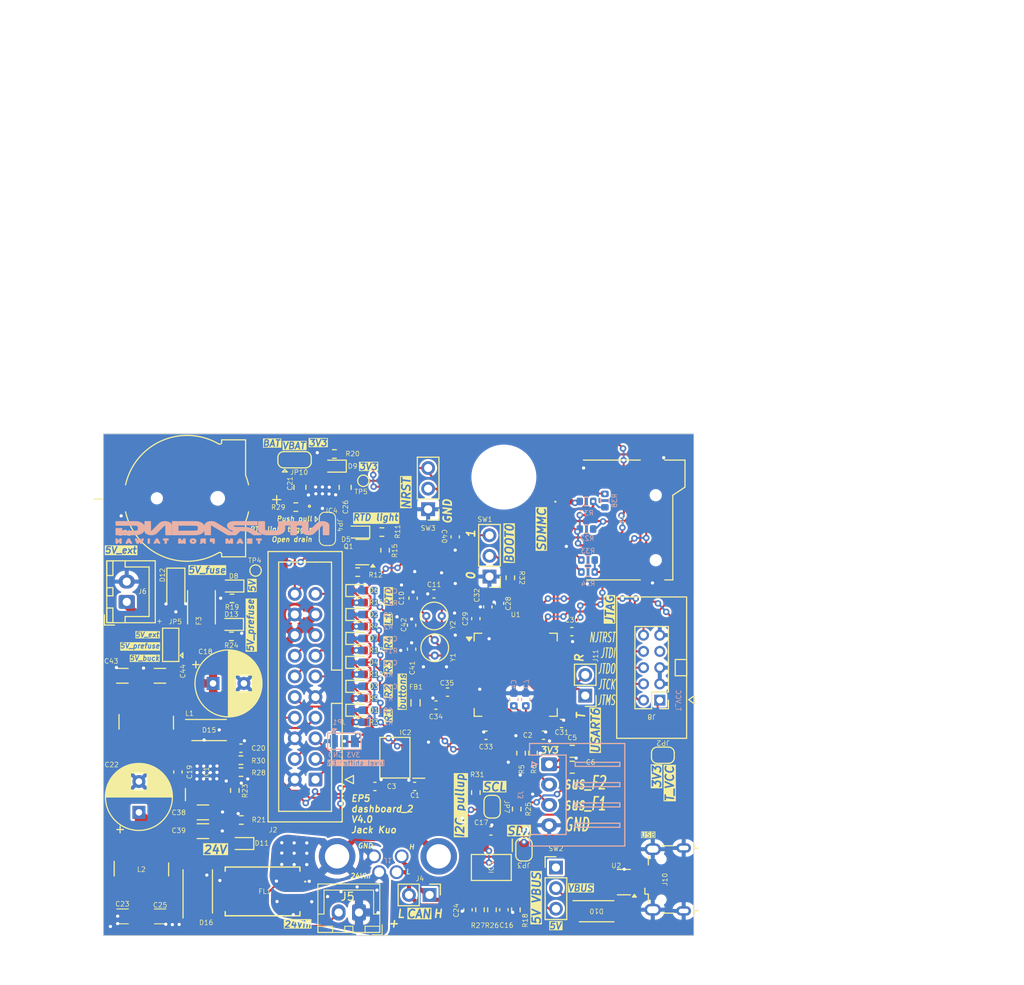
<source format=kicad_pcb>
(kicad_pcb (version 20240108) (generator "pcbnew") (generator_version "8.0")
  (title_block (title "dashboard left board") (date "2024-08-05") (rev "4.0") (company "NTURacing") (comment 1 "郭哲明") (comment 2 "electrical group") (comment 3 "1.6T/1oz/綠色防焊/白色文字/無鉛噴錫/各5pcs"))
  (layers (0 "F.Cu" signal) (31 "B.Cu" signal) (34 "B.Paste" user) (35 "F.Paste" user) (36 "B.SilkS" user "B.Silkscreen") (37 "F.SilkS" user "F.Silkscreen") (38 "B.Mask" user) (39 "F.Mask" user) (44 "Edge.Cuts" user))
  (net 0 "")
  (net 1 "+5V")
  (net 2 "GND")
  (net 3 "+3V3")
  (net 4 "+24V")
  (net 5 "GNDPWR")
  (net 6 "ButtonRTD_raw")
  (net 7 "ButtonL1_raw")
  (net 8 "ButtonR1_raw")
  (net 9 "ButtonR2_raw")
  (net 10 "ButtonR3_raw")
  (net 11 "ButtonR4_raw")
  (net 12 "CANH")
  (net 13 "CANL")
  (net 14 "/VBAT")
  (net 15 "/suspension_F2")
  (net 16 "/power/5V_buck")
  (net 17 "/power/5V_buck_sw")
  (net 18 "Net-(D8-K)")
  (net 19 "ButtonRTDlight")
  (net 21 "Net-(IC1-BOOT)")
  (net 22 "/suspension_F1")
  (net 23 "Net-(D9-K)")
  (net 25 "RCLK")
  (net 26 "SRCLK")
  (net 27 "SER")
  (net 28 "OE")
  (net 29 "/buttonR1")
  (net 30 "Net-(JP3-A)")
  (net 31 "Net-(Q1-G)")
  (net 32 "Net-(D11-K)")
  (net 33 "Net-(D1-K)")
  (net 34 "Net-(D2-K)")
  (net 35 "Net-(D3-K)")
  (net 36 "Net-(D4-K)")
  (net 37 "Net-(D5-K)")
  (net 38 "Net-(D6-K)")
  (net 39 "24Vin")
  (net 40 "Net-(D13-K)")
  (net 41 "/power/5V_prefuse")
  (net 42 "/power/5V_buck_FB")
  (net 43 "Net-(IC3-S)")
  (net 44 "/buttonL1")
  (net 45 "/buttonR2")
  (net 46 "/power/5V_ext")
  (net 47 "/buttonR3")
  (net 48 "Net-(JP7-A)")
  (net 49 "/RTDbuttonLight_trigger")
  (net 50 "/buttonR4")
  (net 51 "Net-(D7-K)")
  (net 52 "/NRST")
  (net 53 "Net-(C16-Pad1)")
  (net 54 "Net-(IC1-RT{slash}SYNC)")
  (net 55 "/peripherals/levelShiftEnable")
  (net 56 "/FDCAN1_TX")
  (net 57 "/FDCAN1_RX")
  (net 58 "/I2C1_SDA")
  (net 59 "/I2C1_SCL")
  (net 60 "/SDMMC1_CMD")
  (net 61 "/SDMMC1_D1")
  (net 63 "Net-(IC4-EN)")
  (net 66 "/SDMMC1_CK")
  (net 67 "/SDMMC1_D2")
  (net 68 "/SDMMC1_D3")
  (net 69 "/SDMMC1_D0")
  (net 70 "/NJTRST")
  (net 71 "/JTCK{slash}SWLCK")
  (net 72 "/JTDI{slash}SWO")
  (net 74 "/JTMS{slash}SWDIO")
  (net 76 "/OSC32_OUT")
  (net 77 "/OSC32_IN")
  (net 78 "/JTDO")
  (net 80 "/OSC_OUT")
  (net 82 "/OSC_IN")
  (net 84 "/USART6_TX")
  (net 87 "/USART6_RX")
  (net 89 "/buttonRTD")
  (net 90 "/BOOT0")
  (net 91 "/power/24V_proCommon")
  (net 92 "/SPI1_SCK")
  (net 94 "VDDA")
  (net 95 "/VBAT_PIN")
  (net 96 "/power/5V_buck_SS")
  (net 97 "/VCAP1")
  (net 98 "/VCAP2")
  (net 101 "Net-(SW1-B)")
  (net 103 "/T_VCC")
  (net 104 "/SPI1_CS")
  (net 105 "/SPI1_MOSI")
  (net 106 "/7seg_OE")
  (net 107 "Net-(D10-K)")
  (net 108 "VBUS")
  (net 110 "USB_DP")
  (net 111 "USB_DN")
  (net 114 "/USB_D-")
  (net 115 "/USB_D+")
  (net 116 "suspension_F2_raw")
  (net 117 "suspension_F1_raw")
  (net 119 "Net-(JP4-B)")
  (footprint "Resistor_SMD:R_0603_1608Metric" (layer "F.Cu") (at 99.2632 123.952 180)
    (property "Reference" "R3")
    (property "Value" "510R")
  )
  (footprint "Diode_SMD:D_MiniMELF" (layer "F.Cu") (at 76.8604 107.6452 -90)
    (property "Reference" "D12")
    (property "Value" "zener 5.6V")
  )
  (footprint "Capacitor_SMD:C_0603_1608Metric" (layer "F.Cu") (at 124.3076 124.1044)
    (property "Reference" "C31")
    (property "Value" "0u1")
  )
  (footprint "Crystal:Crystal_C38-LF_D3.0mm_L8.0mm_Vertical" (layer "F.Cu") (at 108.712 113.8428 -90)
    (property "Reference" "Y1")
    (property "Value" "24MHz")
  )
  (footprint "Jumper:SolderJumper-3_P1.3mm_Open_RoundedPad1.0x1.5mm" (layer "F.Cu") (at 95.504 100.1522 -90)
    (property "Reference" "JP4")
    (property "Value" "enable")
  )
  (footprint "Capacitor_SMD:C_1206_3216Metric" (layer "F.Cu") (at 80.1878 135.0518)
    (property "Reference" "C38")
    (property "Value" "10u 35V")
  )
  (footprint "Resistor_SMD:R_0603_1608Metric" (layer "F.Cu") (at 99.2632 118.0592 180)
    (property "Reference" "R10")
    (property "Value" "510R")
  )
  (footprint "SamacSys_Parts:SRR6040A180M" (layer "F.Cu") (at 73.2158 124.0028 180)
    (property "Reference" "L1")
    (property "Value" "18u 1A (SRR6040A-180M)" (hide yes))
  )
  (footprint "Connector_USB:USB_Micro-B_Wuerth_629105150521" (layer "F.Cu") (at 137.3886 143.3068 90)
    (property "Reference" "J10")
    (property "Value" "USB_OTG")
  )
  (footprint "Resistor_SMD:R_0603_1608Metric" (layer "F.Cu") (at 99.2632 112.1664 180)
    (property "Reference" "R4")
    (property "Value" "510R")
  )
  (footprint "Crystal:Crystal_C38-LF_D3.0mm_L8.0mm_Vertical" (layer "F.Cu") (at 109.5756 110.871 180)
    (property "Reference" "Y2")
    (property "Value" "32.768kHz")
  )
  (footprint "Connector_PinHeader_2.54mm:PinHeader_1x03_P2.54mm_Vertical" (layer "F.Cu") (at 115.443 106.0196 180)
    (property "Reference" "SW1")
    (property "Value" "BOOT0")
  )
  (footprint "Capacitor_SMD:C_0603_1608Metric" (layer "F.Cu") (at 112.8014 147.0406 -90)
    (property "Reference" "C24")
    (property "Value" "0u1")
  )
  (footprint "LED_SMD:LED_0603_1608Metric" (layer "F.Cu") (at 99.2632 113.6396)
    (property "Reference" "D7")
    (property "Value" "LED")
  )
  (footprint "Resistor_SMD:R_0603_1608Metric" (layer "F.Cu") (at 99.2632 109.22 180)
    (property "Reference" "R16")
    (property "Value" "510R")
  )
  (footprint "Capacitor_SMD:C_0603_1608Metric" (layer "F.Cu") (at 84.8614 127.1524)
    (property "Reference" "C20")
    (property "Value" "1n")
  )
  (footprint "Capacitor_SMD:C_1206_3216Metric" (layer "F.Cu") (at 70.3054 147.8534 180)
    (property "Reference" "C23")
    (property "Value" "10u 35V")
  )
  (footprint "SamacSys_Parts:DIOM5336X262N" (layer "F.Cu") (at 79.5528 144.78 90)
    (property "Reference" "D16")
    (property "Value" "SMBJP6KE33A-TP" (hide yes))
  )
  (footprint "Resistor_SMD:R_0603_1608Metric" (layer "F.Cu") (at 99.2632 115.1128 180)
    (property "Reference" "R17")
    (property "Value" "510R")
  )
  (footprint "Resistor_SMD:R_0603_1608Metric" (layer "F.Cu") (at 118.7958 134.6454 -90)
    (property "Reference" "R25")
    (property "Value" "10k")
  )
  (footprint "Jumper:SolderJumper-3_P1.3mm_Open_Pad1.0x1.5mm" (layer "F.Cu") (at 76.2254 114.427 90)
    (property "Reference" "JP5")
    (property "Value" "5VonBoard")
  )
  (footprint "Capacitor_SMD:C_0805_2012Metric" (layer "F.Cu") (at 92.1258 95.0334 -90)
    (property "Reference" "C21")
    (property "Value" "10u 16V")
  )
  (footprint "LED_SMD:LED_0603_1608Metric" (layer "F.Cu") (at 83.693 111.9124 180)
    (property "Reference" "D13")
    (property "Value" "RED 5V　prefuse")
  )
  (footprint "Resistor_SMD:R_0603_1608Metric" (layer "F.Cu") (at 99.2632 121.0056 180)
    (property "Reference" "R9")
    (property "Value" "510R")
  )
  (footprint "Resistor_SMD:R_0603_1608Metric" (layer "F.Cu") (at 115.7478 147.0406 90)
    (property "Reference" "R26")
    (property "Value" "60R")
  )
  (footprint "Connector_JST:JST_XH_B2B-XH-A_1x02_P2.50mm_Vertical" (layer "F.Cu") (at 99.3902 147.3708 180)
    (property "Reference" "J5")
    (property "Value" "24V test")
  )
  (footprint "Capacitor_SMD:C_1206_3216Metric" (layer "F.Cu") (at 74.9318 147.8534)
    (property "Reference" "C25")
    (property "Value" "10u 35V")
  )
  (footprint "LED_SMD:LED_0603_1608Metric" (layer "F.Cu") (at 84.963 138.8872 180)
    (property "Reference" "D11")
    (property "Value" "RED 24V")
  )
  (footprint "SamacSys_Parts:SODFL5226X100N" (layer "F.Cu") (at 80.9498 124.9172)
    (property "Reference" "D15")
    (property "Value" "45V 2A (VSSAF5L45HM3_A_H)" (hide yes))
  )
  (footprint "TestPoint:TestPoint_Pad_D1.0mm" (layer "F.Cu") (at 86.6648 105.283)
    (property "Reference" "TP4")
    (property "Value" "5V")
  )
  (footprint "LED_SMD:LED_0603_1608Metric" (layer "F.Cu") (at 96.3422 92.4306 180)
    (property "Reference" "D9")
    (property "Value" "RED 3V3")
  )
  (footprint "Resistor_SMD:R_0603_1608Metric" (layer "F.Cu") (at 91.6178 97.4718)
    (property "Reference" "R29")
    (property "Value" "10k")
  )
  (footprint "LED_SMD:LED_0603_1608Metric" (layer "F.Cu") (at 83.7438 107.188 180)
    (property "Reference" "D8")
    (property "Value" "RED　5V")
  )
  (footprint "Capacitor_THT:CP_Radial_D8.0mm_P3.80mm" (layer "F.Cu") (at 72.3138 135.051051 90)
    (property "Reference" "C22")
    (property "Value" "220u 35V")
  )
  (footprint "Jumper:SolderJumper-2_P1.3mm_Open_RoundedPad1.0x1.5mm" (layer "F.Cu") (at 136.779 128.016 180)
    (property "Reference" "JP2")
    (property "Value" "T_VCC")
  )
  (footprint "Capacitor_SMD:C_0603_1608Metric" (layer "F.Cu") (at 122.0978 125.5522)
    (property "Reference" "C2")
    (property "Value" "2u2 16V")
  )
  (footprint "Jumper:SolderJumper-2_P1.3mm_Open_RoundedPad1.0x1.5mm" (layer "F.Cu") (at 119.6848 139.6388 -90)
    (property "Reference" "JP3")
    (property "Value" "I2Cpullup")
  )
  (footprint "Package_TO_SOT_SMD:SOT-23-6" (layer "F.Cu") (at 131.9784 143.637 180)
    (property "Reference" "U2")
    (property "Value" "USBLC6-2SC6")
  )
  (footprint "Resistor_SMD:R_0603_1608Metric" (layer "F.Cu") (at 120.8024 127.762 90)
    (property "Reference" "R6")
    (property "Value" "10R")
  )
  (footprint "Connector_PinHeader_2.54mm:PinHeader_1x03_P2.54mm_Vertical" (layer "F.Cu") (at 107.8992 97.7392 180)
    (property "Reference" "SW3")
    (property "Value" "RESET")
  )
  (footprint "Capacitor_SMD:C_1206_3216Metric" (layer "F.Cu") (at 74.9046 118.237 180)
    (property "Reference" "C44")
    (property "Value" "22u 16V")
  )
  (footprint "MountingHole:MountingHole_4.3mm_M4" (layer "F.Cu") (at 117.1702 93.7768)
    (property "Reference" "H1" (hide yes))
    (property "Value" "MountingHole")
  )
  (footprint "LED_SMD:LED_0603_1608Metric" (layer "F.Cu") (at 99.2632 110.6932)
    (property "Reference" "D2")
    (property "Value" "LED")
  )
  (footprint "Resistor_SMD:R_0603_1608Metric" (layer "F.Cu") (at 118.6942 147.0406 90)
    (property "Reference" "R18")
    (property "Value" "100k")
  )
  (footprint "Capacitor_SMD:C_0603_1608Metric" (layer "F.Cu") (at 117.221 147.0406 90)
    (property "Reference" "C16")
    (property "Value" "4n7")
  )
  (footprint "Resistor_SMD:R_0603_1608Metric" (layer "F.Cu") (at 83.693 113.3856)
    (property "Reference" "R24")
    (property "Value" "1k")
  )
  (footprint "Capacitor_SMD:C_0805_2012Metric" (layer "F.Cu") (at 125.6284 129.4892)
    (property "Reference" "C6")
    (property "Value" "10u 16V")
  )
  (footprint "SamacSys_Parts:SODFL5226X100N" (layer "F.Cu") (at 128.6256 147.2184)
    (property "Reference" "D10")
    (property "Value" "45V 2A (VSSAF5L45HM3_A_H)" (hide yes))
  )
  (footprint "Resistor_SMD:R_0603_1608Metric" (layer "F.Cu") (at 102.6038 102.7825 -90)
    (property "Reference" "R15")
    (property "Value" "10k")
  )
  (footprint "SamacSys_Parts:MSD4A" (layer "F.Cu") (at 131.8006 99.06 90)
    (property "Reference" "J7")
    (property "Value" "MSD-4-A" (hide yes))
  )
  (footprint "Resistor_SMD:R_0603_1608Metric" (layer "F.Cu") (at 84.8736 130.0988)
    (property "Reference" "R30")
    (property "Value" "47k 1%")
  )
  (footprint "Package_TO_SOT_SMD:SOT-23-3" (layer "F.Cu") (at 99.7966 103.0111 180)
    (property "Reference" "Q1")
    (property "Value" "BSS84AK")
  )
  (footprint "Capacitor_SMD:C_0603_1608Metric" (layer "F.Cu") (at 101.35 131.8618)
    (property "Reference" "C3")
    (property "Value" "0u1")
  )
  (footprint "Resistor_SMD:R_0603_1608Metric" (layer "F.Cu") (at 114.2746 147.0406 -90)
    (property "Reference" "R27")
    (property "Value" "60R")
  )
  (footprint "SamacSys_Parts:SRR6040A180M" (layer "F.Cu") (at 72.6186 142.0752 180)
    (property "Reference" "L2")
    (property "Value" "10u 1A (SRR6040A-100M)" (hide yes))
  )
  (footprint "Capacitor_SMD:C_0805_2012Metric" (layer "F.Cu") (at 97.6884 95.0436 -90)
    (property "Reference" "C26")
    (property "Value" "10u 16V")
  )
  (footprint "Resistor_SMD:R_0603_1608Metric" (layer "F.Cu") (at 102.2096 100.5473)
    (property "Reference" "R11")
    (property "Value" "510R")
  )
  (footprint "Resistor_SMD:R_0603_1608Metric" (layer "F.Cu") (at 83.7692 108.712 180)
    (property "Reference" "R19")
    (property "Value" "1k")
  )
  (footprint "LED_SMD:LED_0603_1608Metric" (layer "F.Cu") (at 99.2632 107.7468)
    (property "Reference" "D6")
    (property "Value" "LED")
  )
  (footprint "Resistor_SMD:R_0603_1608Metric" (layer "F.Cu") (at 99.2303 105.4749)
    (property "Reference" "R12")
    (property "Value" "10k")
  )
  (footprint "Package_QFP:LQFP-64_10x10mm_P0.5mm" (layer "F.Cu") (at 118.6688 118.11)
    (property "Reference" "U1")
    (property "Value" "STM32H562RITx")
  )
  (footprint "Capacitor_SMD:C_0603_1608Metric" (layer "F.Cu") (at 108.6104 108.1532 180)
    (property "Reference" "C11")
    (property "Value" "?p")
  )
  (footprint "Capacitor_SMD:C_1206_3216Metric" (layer "F.Cu") (at 70.2818 118.237 180)
    (property "Reference" "C43")
    (property "Value" "22u 16V")
  )
  (footprint "SamacSys_Parts:SON95P300X300X90-7N-D" (layer "F.Cu") (at 94.8944 95.4652 90)
    (property "Reference" "IC4")
    (property "Value" "LD39100PU33RY" (hide yes))
  )
  (footprint "Capacitor_SMD:C_0603_1608Metric" (layer "F.Cu") (at 105.8672 114.9604 90)
    (property "Reference" "C41")
    (property "Value" "20p")
  )
  (footprint "SamacSys_Parts:SRF0905A102Y" (layer "F.Cu") (at 87.5284 144.78 180)
    (property "Reference" "FL1")
    (property "Value" "SRF0905A-202Y" (hide yes))
  )
  (footprint "Capacitor_THT:CP_Radial_D8.0mm_P3.80mm" (layer "F.Cu") (at 81.4324 119.1768)
    (property "Reference" "C18")
    (property "Value" "220u 35V")
  )
  (footprint "Connector_PinHeader_2.54mm:PinHeader_1x02_P2.54mm_Vertical" (layer "F.Cu") (at 127.2286 120.6754 180)
    (property "Reference" "J11")
    (property "Value" "USART6")
  )
  (footprint "nturt_kicad_lib:BAT_1056" (layer "F.Cu") (at 78.0288 96.393 180)
    (property "Reference" "BT1")
    (property "Value" "1056")
  )
  (footprint "Capacitor_SMD:C_0603_1608Metric" (layer "F.Cu") (at 106.2398 131.8618 180)
    (property "Reference" "C1")
    (property "Value" "0u1")
  )
  (footprint "SamacSys_Parts:SOIC127P600X175-8N" (layer "F.Cu") (at 115.6716 141.8336 -90)
    (property "Reference" "IC3")
    (property "Value" "TCAN1057AVDRQ1" (hide yes))
  )
  (footprint "Capacitor_SMD:C_0603_1608Metric" (layer "F.Cu") (at 113.7666 111.2012 90)
    (property "Reference" "C29")
    (property "Value" "10u 6V")
  )
  (footprint "LED_SMD:LED_0603_1608Metric" (layer "F.Cu") (at 99.2632 119.5324)
    (property "Reference" "D3")
    (property "Value" "LED")
  )
  (footprint "Inductor_SMD:L_0805_2012Metric" (layer "F.Cu") (at 106.3498 121.5644 -90)
    (property "Reference" "FB1")
    (property "Value" "FerriteBead")
  )
  (footprint "Capacitor_SMD:C_0603_1608Metric" (layer "F.Cu") (at 115.6208 137.3378)
    (property "Reference" "C17")
    (property "Value" "0u1")
  )
  (footprint "Capacitor_SMD:C_1206_3216Metric" (layer "F.Cu") (at 80.1878 137.3632)
    (property "Reference" "C39")
    (property "Value" "10u 35V")
  )
  (footprint "Resistor_SMD:R_0603_1608Metric" (layer "F.Cu") (at 113.7666 132.6134 -90)
    (property "Reference" "R31")
    (property "Value" "10k")
  )
  (footprint "Capacitor_SMD:C_0603_1608Metric" (layer "F.Cu") (at 115.0112 125.5522 180)
    (property "Reference" "C33")
    (property "Value" "0u1")
  )
  (footprint "Connector_JST:JST_XH_B2B-XH-A_1x02_P2.50mm_Vertical" (layer "F.Cu") (at 70.8152 109.1438 90)
    (property "Reference" "J6")
    (property "Value" "5V external")
  )
  (footprint "nturt_kicad_lib:IDC-Header_2x05_P2.00mm_Vertical" (layer "F.Cu") (at 136.398 121.2342 180)
    (property "Reference" "J8")
    (property "Value" "JTAG")
  )
  (footprint "LED_SMD:LED_0603_1608Metric" (layer "F.Cu") (at 99.2632 116.586)
    (property "Reference" "D4")
    (property "Value" "LED")
  )
  (footprint "LED_SMD:LED_0603_1608Metric" (layer "F.Cu") (at 99.2632 122.4788)
    (property "Reference" "D1")
    (property "Value" "LED")
  )
  (footprint "Resistor_SMD:R_0603_1608Metric" (layer "F.Cu") (at 119.3292 127.762 90)
    (property "Reference" "R5")
    (property "Value" "10R")
  )
  (footprint "Capacitor_SMD:C_0603_1608Metric" (layer "F.Cu") (at 106.045 108.6866 90)
    (property "Reference" "C10")
    (property "Value" "?p")
  )
  (footprint "TestPoint:TestPoint_Pad_D1.0mm" (layer "F.Cu") (at 99.9236 94.234)
    (property "Reference" "TP5")
    (property "Value" "3V3")
  )
  (footprint "SamacSys_Parts:SOP65P640X120-14N" (layer "F.Cu") (at 103.8098 128.3208 180)
    (property "Reference" "IC2")
    (property "Value" "LSF0204DPWR" (hide yes))
  )
  (footprint "Capacitor_SMD:C_0805_2012Metric" (layer "F.Cu") (at 125.6284 127.5334)
    (property "Reference" "C5")
    (property "Value" "10u 16V")
  )
  (footprint "Capacitor_SMD:C_0603_1608Metric" (layer "F.Cu") (at 105.8672 112.014 90)
    (property "Reference" "C42")
    (property "Value" "20p")
  )
  (footprint "Capacitor_SMD:C_0603_1608Metric" (layer "F.Cu") (at 108.8536 121.8438 180)
    (property "Reference" "C34")
    (property "Value" "10u 6V")
  )
  (footprint "Resistor_SMD:R_0603_1608Metric" (layer "F.Cu") (at 96.3676 90.932 180)
    (property "Reference" "R20")
    (property "Value" "1k")
  )
  (footprint "Capacitor_SMD:C_0603_1608Metric" (layer "F.Cu") (at 125.5776 112.8014)
    (property "Reference" "C30")
    (property "Value" "0u1")
  )
  (footprint "Connector_PinHeader_2.54mm:PinHeader_1x02_P2.54mm_Vertical" (layer "F.Cu") (at 108.077 145.2118 -90)
    (property "Reference" "J4")
    (property "Value" "CAN")
  )
  (footprint "Resistor_SMD:R_0603_1608Metric" (layer "F.Cu") (at 118.0084 106.172 -90)
    (property "Reference" "R32")
    (property "Value" "10k")
  )
  (footprint "Fuse:Fuse_2512_6332Metric_Pad1.52x3.35mm_HandSolder" (layer "F.Cu") (at 80.01 109.8042 90)
    (property "Reference" "F3")
    (property "Value" "1A")
  )
  (footprint "Connector_IDC:IDC-Header_2x10_P2.54mm_Vertical" (layer "F.Cu") (at 94.0308 131.0132 180)
    (property "Reference" "J2")
    (property "Value" "screen")
  )
  (footprint "Jumper:SolderJumper-3_P1.3mm_Open_RoundedPad1.0x1.5mm" (layer "F.Cu") (at 91.4654 91.6432)
    (property "Reference" "JP10")
    (property "Value" "VBAT")
  )
  (footprint "Resistor_SMD:R_0603_1608Metric" (layer "F.Cu") (at 84.8614 128.6256 180)
    (property "Reference" "R28")
    (property "Value" "270k 1%")
  )
  (footprint "Connector_PinHeader_2.54mm:PinHeader_1x03_P2.54mm_Vertical" (layer "F.Cu") (at 123.6218 141.8336)
    (property "Reference" "SW2")
    (property "Value" "USB_5V")
  )
  (footprint "Capacitor_SMD:C_0603_1608Metric" (layer "F.Cu") (at 77.1144 130.0792 -90)
    (property "Reference" "C19")
    (property "Value" "10n")
  )
  (footprint "Capacitor_SMD:C_0603_1608Metric" (layer "F.Cu") (at 110.2868 120.2504 180)
    (property "Reference" "C35")
    (property "Value" "0u1")
  )
  (footprint "Resistor_SMD:R_0603_1608Metric" (layer "F.Cu") (at 84.1124 132.353 90)
    (property "Reference" "R23")
    (property "Value" "10k")
  )
  (footprint "SamacSys_Parts:SOIC127P600X170-9N" (layer "F.Cu") (at 80.6196 130.1496 90)
    (property "Reference" "IC1")
    (property "Value" "LMR14030SSQDDAQ1" (hide yes))
  )
  (footprint "Resistor_SMD:R_0603_1608Metric" (layer "F.Cu") (at 84.9122 135.9916 180)
    (property "Reference" "R21")
    (property "Value" "10k")
  )
  (footprint "Capacitor_SMD:C_0603_1608Metric" (layer "F.Cu") (at 116.6876 109.3216 90)
    (property "Reference" "C28")
    (property "Value" "2u2 16V")
  )
  (footprint "LED_SMD:LED_0603_1608Metric" (layer "F.Cu") (at 99.2255 100.5473 180)
    (property "Reference" "D5")
    (property "Value" "LED")
  )
  (footprint "Jumper:SolderJumper-2_P1.3mm_Open_RoundedPad1.0x1.5mm" (layer "F.Cu") (at 115.7732 134.351 -90)
    (property "Reference" "JP7")
    (property "Value" "I2Cpullup")
  )
  (footprint "Capacitor_SMD:C_0603_1608Metric" (layer "F.Cu") (at 111.2266 101.1428 -90)
    (property "Reference" "C40")
    (property "Value" "0u1")
  )
  (footprint "Capacitor_SMD:C_0603_1608Metric" (layer "F.Cu") (at 115.2398 109.7534 90)
    (property "Reference" "C32")
    (property "Value" "0u1")
  )
  (footprint "Resistor_SMD:R_0603_1608Metric" (layer "B.Cu") (at 100.5332 123.952)
    (property "Reference" "R1")
    (property "Value" "10k")
  )
  (footprint "Capacitor_SMD:C_0603_1608Metric" (layer "B.Cu") (at 119.9134 121.158 90)
    (property "Reference" "C7")
    (property "Value" "1u 16V")
  )
  (footprint "nturt_kicad_lib:WP-04F3-26-11" (layer "B.Cu") (at 102.948 140.462)
    (property "Reference" "J1")
    (property "Value" "rearbox")
  )
  (footprint "Resistor_SMD:R_0603_1608Metric" (layer "B.Cu") (at 100.4946 118.0592)
    (property "Reference" "R8")
    (property "Value" "10k")
  )
  (footprint "Resistor_SMD:R_0603_1608Metric" (layer "B.Cu") (at 100.4824 115.1128)
    (property "Reference" "R14")
    (property "Value" "10k")
  )
  (footprint "Resistor_SMD:R_0603_1608Metric" (layer "B.Cu") (at 127.572 105.4608)
    (property "Reference" "R34")
    (property "Value" "4k7")
  )
  (footprint "Connector_JST:JST_XH_S4B-XH-A_1x04_P2.50mm_Horizontal" (layer "B.Cu") (at 122.7836 129.1336 -90)
    (property "Reference" "J3")
    (property "Value" "ext_connector")
  )
  (footprint "Resistor_SMD:R_0603_1608Metric" (layer "B.Cu") (at 127.381 96.774)
    (property "Reference" "R37")
    (property "Value" "4k7")
  )
  (footprint "Resistor_SMD:R_0603_1608Metric" (layer "B.Cu") (at 100.4824 112.1664)
    (property "Reference" "R2")
    (property "Value" "10k")
  )
  (footprint "Capacitor_SMD:C_0603_1608Metric" (layer "B.Cu") (at 118.4402 121.158 90)
    (property "Reference" "C4")
    (property "Value" "1u 16V")
  )
  (footprint "Resistor_SMD:R_0603_1608Metric" (layer "B.Cu") (at 100.521 121.0056)
    (property "Reference" "R7")
    (property "Value" "10k")
  )
  (footprint "Resistor_SMD:R_0603_1608Metric" (layer "B.Cu") (at 127.381 100.1776 180)
    (property "Reference" "R22")
    (property "Value" "4k7")
  )
  (footprint "Capacitor_SMD:C_0603_1608Metric" (layer "B.Cu") (at 100.5332 122.4788 180)
    (property "Reference" "C8")
    (property "Value" "220p")
  )
  (footprint "Resistor_SMD:R_0603_1608Metric" (layer "B.Cu") (at 100.4824 109.22)
    (property "Reference" "R13")
    (property "Value" "10k")
  )
  (footprint "Resistor_SMD:R_0603_1608Metric" (layer "B.Cu") (at 127.571 103.9876)
    (property "Reference" "R33")
    (property "Value" "4k7")
  )
  (footprint "Capacitor_SMD:C_0603_1608Metric" (layer "B.Cu") (at 100.4824 107.7468 180)
    (property "Reference" "C14")
    (property "Value" "220p")
  )
  (footprint "Capacitor_SMD:C_0603_1608Metric" (layer "B.Cu") (at 100.4948 110.6932 180)
    (property "Reference" "C9")
    (property "Value" "220p")
  )
  (footprint "Capacitor_SMD:C_0603_1608Metric" (layer "B.Cu") (at 100.5078 119.5324 180)
    (property "Reference" "C12")
    (property "Value" "220p")
  )
  (footprint "Resistor_SMD:R_0603_1608Metric" (layer "B.Cu") (at 129.6416 96.6724 -90)
    (property "Reference" "R38")
    (property "Value" "4k7")
  )
  (footprint "Capacitor_SMD:C_0603_1608Metric" (layer "B.Cu") (at 100.4824 113.6396 180)
    (property "Reference" "C15")
    (property "Value" "220p")
  )
  (footprint "Capacitor_SMD:C_0603_1608Metric" (layer "B.Cu") (at 100.4954 116.586 180)
    (property "Reference" "C13")
    (property "Value" "220p")
  )
  (footprint "Jumper:SolderJumper-3_P1.3mm_Open_Pad1.0x1.5mm" (layer "B.Cu") (at 97.5914 126.2888)
    (property "Reference" "JP1")
    (property "Value" "enable")
  )
  (gr_poly (pts (xy 76.444829 99.270256) (xy 76.444829 100.864106) (xy 77.108049 100.864106) (xy 77.108049 100.071766) (xy 77.107675 99.763527) (xy 77.106638 99.510321) (xy 77.105074 99.338342) (xy 77.104135 99.290998) (xy 77.103113 99.273783) (xy 77.095432 99.272994) (xy 77.075407 99.272229) (xy 77.003716 99.270873) (xy 76.89882 99.269914) (xy 76.771501 99.26955)) (stroke (width 0.15)) (fill solid) (layer "B.SilkS"))
  (gr_poly (pts (xy 86.795327 101.513216) (xy 87.006993 101.513216) (xy 87.006993 101.908327) (xy 87.148105 101.908327) (xy 87.148105 101.513216) (xy 87.359772 101.513216) (xy 87.359772 101.400328) (xy 86.795327 101.400328)) (stroke (width 0.15)) (fill solid) (layer "B.SilkS"))
  (gr_poly (pts (xy 85.680549 101.513216) (xy 86.046027 101.513216) (xy 86.048849 101.552022) (xy 86.050966 101.590827) (xy 85.701716 101.590827) (xy 85.701716 101.703716) (xy 86.047438 101.703716) (xy 86.047438 101.742522) (xy 86.047469 101.750363) (xy 86.047559 101.75789) (xy 86.047698 101.76492) (xy 86.047879 101.771273) (xy 86.048092 101.776766) (xy 86.048331 101.781217) (xy 86.048586 101.784445) (xy 86.048717 101.785542) (xy 86.048849 101.786266) (xy 86.048137 101.786927) (xy 86.045536 101.787586) (xy 86.035047 101.78889) (xy 86.018141 101.790161) (xy 85.99558 101.791382) (xy 85.936534 101.793609) (xy 85.863994 101.795439) (xy 85.677021 101.798966) (xy 85.677021 101.9048) (xy 85.935961 101.906916) (xy 86.195605 101.908327) (xy 86.195605 101.400328) (xy 85.680549 101.400328)) (stroke (width 0.15)) (fill solid) (layer "B.SilkS"))
  (gr_poly (pts (xy 69.509216 99.692883) (xy 70.752405 99.694294) (xy 71.996301 99.696411) (xy 72.042161 99.712639) (xy 72.061238 99.719876) (xy 72.079323 99.727307) (xy 72.096429 99.734944) (xy 72.112574 99.742801) (xy 72.127771 99.75089) (xy 72.142037 99.759222) (xy 72.155388 99.767811) (xy 72.167838 99.776668) (xy 72.179404 99.785806) (xy 72.190101 99.795238) (xy 72.199943 99.804976) (xy 72.208948 99.815033) (xy 72.21713 99.82542) (xy 72.224505 99.83615) (xy 72.231088 99.847235) (xy 72.236895 99.858689) (xy 72.242281 99.870526) (xy 72.244483 99.876204) (xy 72.246387 99.882082) (xy 72.248013 99.888432) (xy 72.249384 99.895524) (xy 72.250521 99.903628) (xy 72.251447 99.913017) (xy 72.252749 99.936727) (xy 72.253464 99.968822) (xy 72.253828 100.066828) (xy 72.253741 100.120012) (xy 72.25361 100.142181) (xy 72.253398 100.161703) (xy 72.253092 100.178802) (xy 72.252675 100.193704) (xy 72.252132 100.206634) (xy 72.251447 100.217817) (xy 72.250605 100.227478) (xy 72.249591 100.235844) (xy 72.248388 100.243139) (xy 72.246982 100.249589) (xy 72.245357 100.255418) (xy 72.243497 100.260853) (xy 72.241387 100.266118) (xy 72.239011 100.271439) (xy 72.230289 100.288541) (xy 72.219771 100.304905) (xy 72.207512 100.320501) (xy 72.193569 100.335303) (xy 72.177997 100.349282) (xy 72.160851 100.36241) (xy 72.142189 100.37466) (xy 72.122065 100.386003) (xy 72.100536 100.396413) (xy 72.077657 100.40586) (xy 72.053483 100.414316) (xy 72.028072 100.421755) (xy 72.001478 100.428148) (xy 71.973758 100.433467) (xy 71.944967 100.437685) (xy 71.915161 100.440772) (xy 71.819966 100.443363) (xy 71.620327 100.445623) (xy 71.01699 100.447828) (xy 70.200662 100.447828) (xy 70.200662 100.123272) (xy 69.509216 100.123272) (xy 69.509216 100.864106) (xy 70.720657 100.8634) (xy 71.599425 100.86093) (xy 71.884492 100.858836) (xy 72.010413 100.856344) (xy 72.045323 100.8531) (xy 72.079755 100.849179) (xy 72.113822 100.844562) (xy 72.147642 100.839235) (xy 72.181329 100.83318) (xy 72.214999 100.82638) (xy 72.248769 100.81882) (xy 72.282754 100.810483) (xy 72.342582 100.794208) (xy 72.400285 100.775861) (xy 72.455759 100.755522) (xy 72.508896 100.733269) (xy 72.559589 100.70918) (xy 72.607733 100.683334) (xy 72.653221 100.65581) (xy 72.695946 100.626686) (xy 72.735802 100.596041) (xy 72.772682 100.563952) (xy 72.789973 100.547392) (xy 72.806481 100.5305) (xy 72.822191 100.513286) (xy 72.837091 100.495761) (xy 72.851167 100.477935) (xy 72.864406 100.459816) (xy 72.876795 100.441415) (xy 72.88832 100.422742) (xy 72.898968 100.403806) (xy 72.908726 100.384618) (xy 72.91758 100.365187) (xy 72.925518 100.345522) (xy 72.930671 100.331174) (xy 72.934601 100.316859) (xy 72.937473 100.299633) (xy 72.939452 100.276554) (xy 72.940703 100.244677) (xy 72.941392 100.20106) (xy 72.941746 100.066828) (xy 72.941685 99.990898) (xy 72.941392 99.932596) (xy 72.941108 99.909135) (xy 72.940703 99.888978) (xy 72.940158 99.871756) (xy 72.939452 99.857101) (xy 72.938563 99.844646) (xy 72.937473 99.834022) (xy 72.936845 99.829282) (xy 72.936159 99.824861) (xy 72.935411 99.820715) (xy 72.934601 99.816797) (xy 72.932778 99.809459) (xy 72.930671 99.802481) (xy 72.928257 99.795496) (xy 72.925518 99.788133) (xy 72.903295 99.738144) (xy 72.875171 99.689872) (xy 72.841409 99.643468) (xy 72.802276 99.599078) (xy 72.758038 99.556849) (xy 72.70896 99.516931) (xy 72.655307 99.479471) (xy 72.597346 99.444616) (xy 72.535341 99.412514) (xy 72.469559 99.383314) (xy 72.400265 99.357162) (xy 72.327725 99.334208) (xy 72.252204 99.314597) (xy 72.173968 99.298479) (xy 72.093282 99.286001) (xy 72.010413 99.277311) (xy 71.603571 99.27299) (xy 70.724185 99.270256) (xy 69.509216 99.26955)) (stroke (width 0.15)) (fill solid) (layer "B.SilkS"))
  (gr_poly (pts (xy 69.813311 101.573894) (xy 69.643274 101.747461) (xy 69.643274 101.400328) (xy 69.509216 101.400328) (xy 69.509216 101.908327) (xy 69.655974 101.908327) (xy 69.826011 101.73335) (xy 69.99605 101.559078) (xy 69.99605 101.908327) (xy 70.130107 101.908327) (xy 70.130107 101.400328) (xy 69.98335 101.400328)) (stroke (width 0.15)) (fill solid) (layer "B.SilkS"))
  (gr_poly (pts (xy 73.525239 101.401739) (xy 73.456799 101.403855) (xy 73.456799 101.9048) (xy 73.525239 101.906916) (xy 73.594385 101.909033) (xy 73.594385 101.399622)) (stroke (width 0.15)) (fill solid) (layer "B.SilkS"))
  (gr_poly (pts (xy 84.880572 99.269618) (xy 84.496815 99.27009) (xy 84.345567 99.270605) (xy 84.218113 99.271373) (xy 84.111981 99.272445) (xy 84.024699 99.273872) (xy 83.953796 99.275703) (xy 83.896802 99.277991) (xy 83.872748 99.279321) (xy 83.851244 99.280784) (xy 83.831982 99.282387) (xy 83.814653 99.284135) (xy 83.798947 99.286035) (xy 83.784556 99.288094) (xy 83.771171 99.290317) (xy 83.758482 99.292711) (xy 83.733961 99.298037) (xy 83.708522 99.304122) (xy 83.667197 99.314956) (xy 83.62739 99.327064) (xy 83.589148 99.340412) (xy 83.552517 99.354966) (xy 83.517544 99.370695) (xy 83.484275 99.387565) (xy 83.452757 99.405543) (xy 83.423036 99.424596) (xy 83.39516 99.44469) (xy 83.369173 99.465794) (xy 83.356903 99.476713) (xy 83.345123 99.487873) (xy 83.333839 99.499268) (xy 83.323057 99.510894) (xy 83.312782 99.522748) (xy 83.303021 99.534825) (xy 83.293778 99.547121) (xy 83.285061 99.559633) (xy 83.276874 99.572355) (xy 83.269223 99.585283) (xy 83.262115 99.598415) (xy 83.255555 99.611745) (xy 83.24944 99.625131) (xy 83.24692 99.631163) (xy 83.244729 99.636946) (xy 83.242845 99.642621) (xy 83.241243 99.648331) (xy 83.239902 99.654219) (xy 83.238798 99.660428) (xy 83.23791 99.667099) (xy 83.237213 99.674376) (xy 83.236687 99.682402) (xy 83.236307 99.691318) (xy 83.235896 99.712394) (xy 83.2358 99.738744) (xy 83.236178 99.762634) (xy 83.236846 99.782886) (xy 83.237317 99.791854) (xy 83.237895 99.800161) (xy 83.23859 99.807889) (xy 83.239415 99.815121) (xy 83.24038 99.821939) (xy 83.241498 99.828427) (xy 83.242778 99.834667) (xy 83.244233 99.840741) (xy 83.245874 99.846733) (xy 83.247713 99.852725) (xy 83.24976 99.858799) (xy 83.252028 99.865039) (xy 83.270049 99.907276) (xy 83.292281 99.948212) (xy 83.318605 99.987766) (xy 83.348898 100.025861) (xy 83.38304 100.062419) (xy 83.42091 100.09736) (xy 83.462387 100.130605) (xy 83.50735 100.162078) (xy 83.555678 100.191698) (xy 83.607251 100.219388) (xy 83.661947 100.245068) (xy 83.719645 100.268661) (xy 83.780225 100.290087) (xy 83.843565 100.309269) (xy 83.909545 100.326127) (xy 83.978043 100.340583) (xy 84.043661 100.353284) (xy 83.911016 100.484516) (xy 83.779077 100.616456) (xy 82.756022 100.001917) (xy 82.02048 99.562267) (xy 81.786853 99.423967) (xy 81.689222 99.367622) (xy 81.662291 99.356241) (xy 81.632656 99.344967) (xy 81.600855 99.333975) (xy 81.567425 99.323437) (xy 81.532904 99.313527) (xy 81.497829 99.30442) (xy 81.462737 99.296288) (xy 81.428166 99.289306) (xy 81.405569 99.285585) (xy 81.381563 99.282362) (xy 81.330105 99.27741) (xy 81.275357 99.27446) (xy 81.218881 99.273519) (xy 81.162239 99.274595) (xy 81.106994 99.277697) (xy 81.05471 99.282833) (xy 81.030166 99.286166) (xy 81.006948 99.290011) (xy 80.951848 99.301198) (xy 80.898822 99.314587) (xy 80.848013 99.33008) (xy 80.79956 99.34758) (xy 80.776261 99.357052) (xy 80.753604 99.36699) (xy 80.731606 99.377381) (xy 80.710285 99.388213) (xy 80.689659 99.399474) (xy 80.669745 99.411151) (xy 80.65056 99.423234) (xy 80.632123 99.435708) (xy 80.614451 99.448563) (xy 80.597561 99.461787) (xy 80.58147 99.475366) (xy 80.566198 99.489289) (xy 80.55176 99.503544) (xy 80.538175 99.518119) (xy 80.525461 99.533001) (xy 80.513634 99.548178) (xy 80.502712 99.563639) (xy 80.492713 99.579371) (xy 80.483655 99.595361) (xy 80.475555 99.611598) (xy 80.468431 99.62807) (xy 80.4623 99.644765) (xy 80.457179 99.661669) (xy 80.453087 99.678772) (xy 80.450934 99.696141) (xy 80.449218 99.727897) (xy 80.447003 99.839463) (xy 80.446242 100.02326) (xy 80.446738 100.289078) (xy 80.448855 100.860578) (xy 80.77835 100.862694) (xy 81.10855 100.864106) (xy 81.10855 99.7204) (xy 81.125482 99.703467) (xy 81.128448 99.700681) (xy 81.13165 99.698012) (xy 81.138709 99.693035) (xy 81.146557 99.68855) (xy 81.155094 99.684571) (xy 81.164218 99.681113) (xy 81.173827 99.678191) (xy 81.183821 99.675818) (xy 81.194098 99.67401) (xy 81.204557 99.67278) (xy 81.215097 99.672144) (xy 81.225616 99.672115) (xy 81.236013 99.672709) (xy 81.246187 99.673939) (xy 81.256036 99.67582) (xy 81.265459 99.678367) (xy 81.274355 99.681595) (xy 81.578626 99.861158) (xy 82.275538 100.277789) (xy 83.252028 100.864106) (xy 84.244744 100.864106) (xy 84.491688 100.617161) (xy 84.738633 100.370217) (xy 85.052605 100.370217) (xy 85.180235 100.370648) (xy 85.284523 100.372212) (xy 85.329281 100.373546) (xy 85.369844 100.375314) (xy 85.406759 100.377568) (xy 85.440572 100.380359) (xy 85.47183 100.383737) (xy 85.50108 100.387752) (xy 85.528869 100.392456) (xy 85.555743 100.397899) (xy 85.582249 100.404131) (xy 85.608934 100.411204) (xy 85.636344 100.419167) (xy 85.665027 100.428072) (xy 85.702409 100.440452) (xy 85.737468 100.453693) (xy 85.774428 100.470042) (xy 85.817515 100.491748) (xy 85.870954 100.521062) (xy 85.93897 100.560231) (xy 86.135632 100.677133) (xy 86.447488 100.864106) (xy 86.894105 100.862694) (xy 87.340721 100.860578) (xy 86.8299 100.553661) (xy 86.508519 100.361287) (xy 86.401126 100.297602) (xy 86.321018 100.250801) (xy 86.26201 100.217296) (xy 86.238486 100.204407) (xy 86.217918 100.193497) (xy 86.199533 100.184116) (xy 86.182558 100.175817) (xy 86.149744 100.160667) (xy 86.115343 100.146) (xy 86.079231 100.131674) (xy 86.002756 100.104277) (xy 85.922098 100.078948) (xy 85.839034 100.056156) (xy 85.755342 100.036375) (xy 85.672799 100.020074) (xy 85.593183 100.007725) (xy 85.555028 100.00318) (xy 85.518271 99.9998) (xy 85.497061 99.997705) (xy 85.478232 99.995743) (xy 85.470371 99.994853) (xy 85.4639 99.994045) (xy 85.459082 99.993337) (xy 85.457376 99.993025) (xy 85.456183 99.992744) (xy 85.405272 99.991289) (xy 85.273267 99.990099) (xy 84.845876 99.988511) (xy 84.634282 99.987923) (xy 84.471139 99.986979) (xy 84.405329 99.986262) (xy 84.348742 99.985324) (xy 84.300415 99.984118) (xy 84.259384 99.982602) (xy 84.224687 99.98073) (xy 84.195361 99.978458) (xy 84.170441 99.975742) (xy 84.148965 99.972537) (xy 84.12997 99.968798) (xy 84.112491 99.964482) (xy 84.095567 99.959544) (xy 84.078234 99.953939) (xy 84.055144 99.945493) (xy 84.033021 99.936077) (xy 84.011938 99.925764) (xy 83.991968 99.914626) (xy 83.973184 99.902736) (xy 83.955661 99.890166) (xy 83.93947 99.876988) (xy 83.924686 99.863275) (xy 83.917845 99.85624) (xy 83.911383 99.849099) (xy 83.905309 99.84186) (xy 83.899632 99.834532) (xy 83.894363 99.827125) (xy 83.889509 99.819647) (xy 83.88508 99.812107) (xy 83.881085 99.804515) (xy 83.877534 99.79688) (xy 83.874435 99.789211) (xy 83.871798 99.781516) (xy 83.869632 99.773805) (xy 83.867946 99.766086) (xy 83.86675 99.758369) (xy 83.866051 99.750664) (xy 83.865861 99.742978) (xy 83.866104 99.736085) (xy 83.866587 99.729669) (xy 83.867332 99.723695) (xy 83.86781 99.720863) (xy 83.868363 99.718129) (xy 83.868994 99.715488) (xy 83.869704 99.712935) (xy 83.870499 99.710466) (xy 83.87138 99.708078) (xy 83.87235 99.705764) (xy 83.873412 99.703522) (xy 83.87457 99.701347) (xy 83.875827 99.699233) (xy 83.877184 99.697178) (xy 83.878646 99.695176) (xy 83.880215 99.693223) (xy 83.881894 99.691315) (xy 83.883686 99.689447) (xy 83.885595 99.687615) (xy 83.887622 99.685815) (xy 83.889772 99.684042) (xy 83.892047 99.682291) (xy 83.89445 99.680559) (xy 83.899651 99.677132) (xy 83.9054 99.673726) (xy 83.911721 99.670305) (xy 83.941355 99.654078) (xy 85.385627 99.651961) (xy 86.830605 99.65055) (xy 86.830605 99.26955) (xy 85.389155 99.26955)) (stroke (width 0.15)) (fill solid) (layer "B.SilkS"))
  (gr_poly (pts (xy 72.647529 101.566133) (xy 72.621842 101.630438) (xy 72.600256 101.683167) (xy 72.591704 101.703475) (xy 72.585021 101.718831) (xy 72.580487 101.728547) (xy 72.579114 101.731076) (xy 72.578666 101.731721) (xy 72.578384 101.731939) (xy 72.577662 101.731076) (xy 72.576314 101.728547) (xy 72.571879 101.718831) (xy 72.55704 101.683167) (xy 72.536116 101.630438) (xy 72.511355 101.566133) (xy 72.447856 101.400328) (xy 72.37095 101.401739) (xy 72.294751 101.403855) (xy 72.282051 101.435605) (xy 72.21855 101.607761) (xy 72.167043 101.747461) (xy 72.098606 101.576011) (xy 72.02946 101.403855) (xy 71.958201 101.401739) (xy 71.943796 101.401572) (xy 71.930408 101.401595) (xy 71.918327 101.401801) (xy 71.907841 101.402179) (xy 71.903287 101.402431) (xy 71.89924 101.402724) (xy 71.895738 101.403055) (xy 71.892815 101.403425) (xy 71.890507 101.403832) (xy 71.888853 101.404276) (xy 71.888281 101.404511) (xy 71.887886 101.404754) (xy 71.887672 101.405006) (xy 71.887644 101.405267) (xy 71.89556 101.426775) (xy 71.917101 101.481555) (xy 71.987834 101.657855) (xy 72.088022 101.9048) (xy 72.241833 101.9048) (xy 72.305334 101.740405) (xy 72.330393 101.676983) (xy 72.341487 101.649484) (xy 72.351283 101.625664) (xy 72.359525 101.606178) (xy 72.365956 101.591676) (xy 72.368412 101.5865) (xy 72.37032 101.582814) (xy 72.371647 101.580702) (xy 72.372082 101.580261) (xy 72.372361 101.580244) (xy 72.373728 101.58254) (xy 72.376153 101.58763) (xy 72.38365 101.604938) (xy 72.393792 101.629655) (xy 72.405522 101.659266) (xy 72.436215 101.738553) (xy 72.469023 101.821544) (xy 72.502183 101.908327) (xy 72.653171 101.908327) (xy 72.753362 101.659266) (xy 72.792233 101.562627) (xy 72.824093 101.482525) (xy 72.845634 101.427293) (xy 72.851502 101.411608) (xy 72.85355 101.405267) (xy 72.853458 101.405004) (xy 72.853184 101.404746) (xy 72.852111 101.404244) (xy 72.850369 101.403763) (xy 72.847993 101.403304) (xy 72.841495 101.402463) (xy 72.832912 101.401739) (xy 72.822543 101.401146) (xy 72.810687 101.400702) (xy 72.797639 101.400424) (xy 72.783699 101.400328) (xy 72.71385 101.400328)) (stroke (width 0.15)) (fill solid) (layer "B.SilkS"))
  (gr_poly (pts (xy 73.065217 99.857278) (xy 73.065296 100.027064) (xy 73.065581 100.162397) (xy 73.066147 100.267386) (xy 73.067069 100.346139) (xy 73.068421 100.402767) (xy 73.069282 100.424068) (xy 73.070278 100.441378) (xy 73.071418 100.455212) (xy 73.072713 100.466082) (xy 73.07417 100.474503) (xy 73.075801 100.480989) (xy 73.083014 100.502348) (xy 73.091794 100.523288) (xy 73.102101 100.543788) (xy 73.113892 100.563828) (xy 73.141765 100.602454) (xy 73.175085 100.639011) (xy 73.213523 100.673344) (xy 73.25675 100.705298) (xy 73.304438 100.734717) (xy 73.356258 100.761447) (xy 73.411882 100.785333) (xy 73.47098 100.80622) (xy 73.533224 100.823952) (xy 73.598286 100.838375) (xy 73.665837 100.849333) (xy 73.735547 100.856672) (xy 73.807089 100.860237) (xy 73.880134 100.859872) (xy 73.915673 100.858243) (xy 73.950594 100.855733) (xy 73.98491 100.852338) (xy 74.018632 100.848054) (xy 74.05177 100.842878) (xy 74.084338 100.836804) (xy 74.116345 100.829829) (xy 74.147803 100.821949) (xy 74.178724 100.813159) (xy 74.209119 100.803455) (xy 74.238999 100.792834) (xy 74.268376 100.781291) (xy 74.297261 100.768822) (xy 74.325666 100.755422) (xy 74.353601 100.741089) (xy 74.381079 100.725816) (xy 74.401093 100.712882) (xy 74.426102 100.693383) (xy 74.460701 100.662937) (xy 74.509489 100.617161) (xy 74.668019 100.462093) (xy 74.938467 100.193122) (xy 75.165578 99.967653) (xy 75.253871 99.880682) (xy 75.326081 99.810182) (xy 75.38278 99.755623) (xy 75.424539 99.716475) (xy 75.439994 99.702516) (xy 75.451928 99.692211) (xy 75.460412 99.685494) (xy 75.465518 99.6823) (xy 75.470579 99.680425) (xy 75.475827 99.678765) (xy 75.481244 99.677318) (xy 75.486811 99.67608) (xy 75.492507 99.675047) (xy 75.498315 99.674217) (xy 75.510187 99.67315) (xy 75.522275 99.672852) (xy 75.534424 99.673296) (xy 75.546483 99.674455) (xy 75.558297 99.676303) (xy 75.569715 99.678812) (xy 75.580583 99.681956) (xy 75.590748 99.685707) (xy 75.595519 99.687802) (xy 75.600057 99.690039) (xy 75.604343 99.692415) (xy 75.608357 99.694925) (xy 75.612081 99.697568) (xy 75.615496 99.700338) (xy 75.618582 99.703234) (xy 75.62132 99.706252) (xy 75.623691 99.709388) (xy 75.625676 99.712639) (xy 75.627631 99.72437) (xy 75.629272 99.752514) (xy 75.631676 99.860188) (xy 75.633021 100.039962) (xy 75.63344 100.296133) (xy 75.63344 100.864811) (xy 75.965051 100.864106) (xy 76.29666 100.8634) (xy 76.29666 100.278494) (xy 76.296604 100.090985) (xy 76.29634 99.947875) (xy 76.296087 99.890888) (xy 76.29573 99.842502) (xy 76.295251 99.801884) (xy 76.294632 99.768201) (xy 76.293856 99.74062) (xy 76.292906 99.718308) (xy 76.291763 99.700432) (xy 76.29041 99.686158) (xy 76.28965 99.680113) (xy 76.28883 99.674655) (xy 76.28795 99.669682) (xy 76.287006 99.665088) (xy 76.284919 99.656625) (xy 76.282551 99.648433) (xy 76.275735 99.628942) (xy 76.267477 99.609646) (xy 76.25781 99.590575) (xy 76.246765 99.571759) (xy 76.234372 99.553229) (xy 76.220662 99.535014) (xy 76.205666 99.517144) (xy 76.189416 99.499649) (xy 76.171942 99.48256) (xy 76.153275 99.465905) (xy 76.133447 99.449716) (xy 76.112488 99.434022) (xy 76.09043 99.418852) (xy 76.067303 99.404238) (xy 76.043138 99.390209) (xy 76.017966 99.376794) (xy 76.001162 99.368724) (xy 75.982616 99.360682) (xy 75.962505 99.352715) (xy 75.941006 99.344868) (xy 75.894551 99.329715) (xy 75.844665 99.315588) (xy 75.792762 99.302849) (xy 75.740254 99.291863) (xy 75.688557 99.282994) (xy 75.639084 99.276606) (xy 75.609449 99.27445) (xy 75.573721 99.273254) (xy 75.533875 99.272984) (xy 75.491887 99.273607) (xy 75.449734 99.27509) (xy 75.409392 99.277399) (xy 75.372836 99.280503) (xy 75.342043 99.284367) (xy 75.311909 99.289423) (xy 75.27969 99.295975) (xy 75.246149 99.303801) (xy 75.212045 99.312677) (xy 75.17814 99.32238) (xy 75.145194 99.332686) (xy 75.113968 99.343373) (xy 75.085222 99.354217) (xy 75.038715 99.37391) (xy 75.017619 99.384133) (xy 74.996664 99.395745) (xy 74.974879 99.409603) (xy 74.951289 99.42656) (xy 74.924924 99.447471) (xy 74.89481 99.473191) (xy 74.819447 99.542477) (xy 74.717418 99.641256) (xy 74.402244 99.954644) (xy 74.208283 100.146798) (xy 74.046998 100.304953) (xy 73.983776 100.366195) (xy 73.934925 100.412837) (xy 73.902511 100.442842) (xy 73.893114 100.450971) (xy 73.888601 100.454178) (xy 73.884349 100.455681) (xy 73.879938 100.457017) (xy 73.870695 100.459198) (xy 73.860984 100.46074) (xy 73.850919 100.461663) (xy 73.840615 100.461987) (xy 73.830185 100.461731) (xy 73.819743 100.460914) (xy 73.809402 100.459558) (xy 73.799275 100.45768) (xy 73.789478 100.455301) (xy 73.780123 100.45244) (xy 73.771324 100.449118) (xy 73.763194 100.445353) (xy 73.755849 100.441165) (xy 73.752505 100.438919) (xy 73.7494 100.436574) (xy 73.746548 100.434134) (xy 73.743962 100.4316) (xy 73.72844 100.415372) (xy 73.727029 99.843872) (xy 73.724912 99.273078) (xy 73.394712 99.271667) (xy 73.065217 99.270256)) (stroke (width 0.15)) (fill solid) (layer "B.SilkS"))
  (gr_poly (pts (xy 77.252688 99.273078) (xy 77.252688 99.689356) (xy 78.291266 99.690767) (xy 78.668353 99.691468) (xy 78.819461 99.691869) (xy 78.948281 99.692409) (xy 79.056815 99.693169) (xy 79.147064 99.694227) (xy 79.221032 99.695663) (xy 79.252535 99.696548) (xy 79.280719 99.697558) (xy 79.305833 99.698701) (xy 79.328128 99.699989) (xy 79.347854 99.701432) (xy 79.365261 99.703038) (xy 79.380599 99.704819) (xy 79.394119 99.706783) (xy 79.406071 99.708942) (xy 79.416704 99.711305) (xy 79.426271 99.713882) (xy 79.43502 99.716682) (xy 79.443201 99.719717) (xy 79.451066 99.722995) (xy 79.466846 99.730322) (xy 79.484362 99.738744) (xy 79.496811 99.744785) (xy 79.508516 99.750757) (xy 79.51951 99.756689) (xy 79.529826 99.762612) (xy 79.539497 99.768556) (xy 79.548556 99.77455) (xy 79.557036 99.780625) (xy 79.564971 99.78681) (xy 79.572393 99.793137) (xy 79.579335 99.799633) (xy 79.585831 99.80633) (xy 79.591914 99.813258) (xy 79.597616 99.820446) (xy 79.602972 99.827924) (xy 79.608012 99.835723) (xy 79.612772 99.843872) (xy 79.633939 99.879856) (xy 79.633939 100.065417) (xy 79.633858 100.120206) (xy 79.633553 100.163875) (xy 79.633289 100.182012) (xy 79.632935 100.197936) (xy 79.632479 100.211836) (xy 79.631911 100.223902) (xy 79.631218 100.234323) (xy 79.630391 100.243287) (xy 79.629416 100.250984) (xy 79.628284 100.257603) (xy 79.626982 100.263334) (xy 79.625499 100.268364) (xy 79.623823 100.272885) (xy 79.621945 100.277083) (xy 79.617789 100.285018) (xy 79.613006 100.292935) (xy 79.607617 100.300817) (xy 79.601638 100.308646) (xy 79.595088 100.316405) (xy 79.587987 100.324076) (xy 79.580352 100.331641) (xy 79.572202 100.339084) (xy 79.563557 100.346386) (xy 79.554434 100.35353) (xy 79.544852 100.360498) (xy 79.53483 100.367273) (xy 79.524386 100.373837) (xy 79.513539 100.380173) (xy 79.502308 100.386263) (xy 79.49071 100.392089) (xy 79.454017 100.410078) (xy 79.418887 100.423288) (xy 79.368361 100.432496) (xy 79.285482 100.438479) (xy 79.153291 100.442015) (xy 78.95483 100.443881) (xy 78.291266 100.445711) (xy 77.24916 100.448533) (xy 77.24916 100.864811) (xy 78.326544 100.861989) (xy 78.896898 100.86028) (xy 79.090082 100.859198) (xy 79.23336 100.857844) (xy 79.335296 100.856125) (xy 79.404457 100.853952) (xy 79.429424 100.852667) (xy 79.449409 100.851233) (xy 79.465483 100.849641) (xy 79.478717 100.847878) (xy 79.537312 100.838081) (xy 79.59403 100.826948) (xy 79.64886 100.814484) (xy 79.701794 100.800694) (xy 79.752821 100.78558) (xy 79.801934 100.769148) (xy 79.849122 100.751401) (xy 79.894377 100.732343) (xy 79.937688 100.711979) (xy 79.979047 100.690313) (xy 80.018445 100.667349) (xy 80.055871 100.64309) (xy 80.091318 100.617542) (xy 80.124775 100.590708) (xy 80.156233 100.562593) (xy 80.185682 100.5332) (xy 80.197712 100.520231) (xy 80.20896 100.507734) (xy 80.219473 100.495633) (xy 80.229294 100.483855) (xy 80.238472 100.472325) (xy 80.247049 100.460969) (xy 80.255073 100.449712) (xy 80.262588 100.438479) (xy 80.26964 100.427197) (xy 80.276275 100.415791) (xy 80.282537 100.404187) (xy 80.288473 100.392309) (xy 80.294128 100.380085) (xy 80.299547 100.367439) (xy 80.304776 100.354296) (xy 80.309861 100.340583) (xy 80.328911 100.289078) (xy 80.328911 99.844578) (xy 80.309861 99.793072) (xy 80.305524 99.781723) (xy 80.300568 99.769613) (xy 80.295164 99.757105) (xy 80.289488 99.744565) (xy 80.283713 99.732356) (xy 80.278012 99.720841) (xy 80.272559 99.710384) (xy 80.267528 99.70135) (xy 80.260289 99.689786) (xy 80.251387 99.677169) (xy 80.240995 99.66367) (xy 80.229284 99.649459) (xy 80.216429 99.634705) (xy 80.202601 99.619581) (xy 80.187974 99.604257) (xy 80.172719 99.588902) (xy 80.157009 99.573688) (xy 80.141017 99.558785) (xy 80.124915 99.544364) (xy 80.108877 99.530595) (xy 80.093074 99.517648) (xy 80.07768 99.505695) (xy 80.062866 99.494905) (xy 80.048806 99.48545) (xy 80.013817 99.463656) (xy 79.977651 99.442989) (xy 79.940321 99.423452) (xy 79.901841 99.40505) (xy 79.862224 99.387784) (xy 79.821483 99.371659) (xy 79.779632 99.356676) (xy 79.736685 99.34284) (xy 79.692655 99.330153) (xy 79.647555 99.318618) (xy 79.601399 99.308239) (xy 79.5542 99.299018) (xy 79.505971 99.290959) (xy 79.456727 99.284065) (xy 79.40648 99.278339) (xy 79.355244 99.273783) (xy 78.289856 99.272372)) (stroke (width 0.15)) (fill solid) (layer "B.SilkS"))
  (gr_poly (pts (xy 75.337107 101.513216) (xy 75.548772 101.513216) (xy 75.548772 101.909033) (xy 75.617212 101.906916) (xy 75.686355 101.9048) (xy 75.688472 101.708655) (xy 75.689883 101.513216) (xy 75.90155 101.513216) (xy 75.90155 101.400328) (xy 75.337107 101.400328)) (stroke (width 0.15)) (fill solid) (layer "B.SilkS"))
  (gr_poly (pts (xy 80.210789 101.400603) (xy 80.181046 101.400997) (xy 80.154495 101.401606) (xy 80.130867 101.402464) (xy 80.109892 101.403602) (xy 80.0913 101.405054) (xy 80.074822 101.406854) (xy 80.060188 101.409034) (xy 80.053478 101.410277) (xy 80.047128 101.411627) (xy 80.041104 101.41309) (xy 80.035372 101.414667) (xy 80.029899 101.416365) (xy 80.024651 101.418187) (xy 80.019594 101.420137) (xy 80.014694 101.422219) (xy 80.005233 101.426797) (xy 79.995997 101.431953) (xy 79.986716 101.437722) (xy 79.978418 101.443956) (xy 79.970733 101.450983) (xy 79.963678 101.458752) (xy 79.95727 101.467212) (xy 79.951529 101.476313) (xy 79.946471 101.486004) (xy 79.942113 101.496235) (xy 79.938474 101.506955) (xy 79.93557 101.518112) (xy 79.93342 101.529658) (xy 79.932042 101.54154) (xy 79.931451 101.553709) (xy 79.931667 101.566113) (xy 79.932707 101.578702) (xy 79.934588 101.591426) (xy 79.937328 101.604233) (xy 79.938554 101.609132) (xy 79.939864 101.613793) (xy 79.941276 101.61824) (xy 79.942806 101.6225) (xy 79.944473 101.6266) (xy 79.946294 101.630563) (xy 79.948286 101.634418) (xy 79.950468 101.638188) (xy 79.952856 101.641901) (xy 79.955469 101.645581) (xy 79.958323 101.649256) (xy 79.961437 101.65295) (xy 79.964828 101.656689) (xy 79.968514 101.6605) (xy 79.972511 101.664408) (xy 79.976838 101.668439) (xy 79.983131 101.674108) (xy 79.989208 101.679397) (xy 79.994921 101.68419) (xy 79.997595 101.686364) (xy 80.000122 101.688371) (xy 80.002484 101.690196) (xy 80.004661 101.691824) (xy 80.006636 101.693242) (xy 80.00839 101.694434) (xy 80.009905 101.695387) (xy 80.01116 101.696085) (xy 80.012139 101.696514) (xy 80.012519 101.696624) (xy 80.012822 101.696661) (xy 80.013516 101.696693) (xy 80.014271 101.696789) (xy 80.015081 101.696945) (xy 80.015942 101.697157) (xy 80.016848 101.697423) (xy 80.017795 101.69774) (xy 80.018777 101.698104) (xy 80.019789 101.698513) (xy 80.020826 101.698963) (xy 80.021882 101.699451) (xy 80.022953 101.699975) (xy 80.024033 101.70053) (xy 80.026201 101.701725) (xy 80.028344 101.703011) (xy 80.029521 101.70416) (xy 80.030119 101.705785) (xy 80.030105 101.707933) (xy 80.029447 101.710651) (xy 80.02811 101.713984) (xy 80.026062 101.71798) (xy 80.02327 101.722685) (xy 80.019701 101.728146) (xy 80.010099 101.74152) (xy 79.996991 101.758474) (xy 79.980113 101.77938) (xy 79.959199 101.804611) (xy 79.928806 101.842182) (xy 79.903902 101.873402) (xy 79.894315 101.885639) (xy 79.887068 101.895098) (xy 79.882484 101.901382) (xy 79.88129 101.90321) (xy 79.880884 101.904094) (xy 79.881283 101.904491) (xy 79.882453 101.904884) (xy 79.886958 101.905649) (xy 79.894092 101.906364) (xy 79.903549 101.907005) (xy 79.915024 101.907546) (xy 79.928211 101.907964) (xy 79.942803 101.908232) (xy 79.958495 101.908327) (xy 80.036106 101.908327) (xy 80.111599 101.816605) (xy 80.187094 101.724883) (xy 80.332439 101.724883) (xy 80.333143 101.79685) (xy 80.33337 101.836335) (xy 80.333473 101.85189) (xy 80.333761 101.864947) (xy 80.334381 101.875726) (xy 80.33486 101.88033) (xy 80.335476 101.884448) (xy 80.336247 101.888105) (xy 80.337191 101.891331) (xy 80.338326 101.894153) (xy 80.339671 101.896598) (xy 80.341243 101.898693) (xy 80.34306 101.900467) (xy 80.345141 101.901946) (xy 80.347504 101.903158) (xy 80.350166 101.904132) (xy 80.353146 101.904893) (xy 80.356462 101.905471) (xy 80.360132 101.905891) (xy 80.368606 101.906372) (xy 80.378713 101.906557) (xy 80.404406 101.906916) (xy 80.47355 101.909033) (xy 80.47355 101.611994) (xy 80.335967 101.611994) (xy 80.217433 101.611994) (xy 80.198185 101.611975) (xy 80.181089 101.611909) (xy 80.165998 101.61178) (xy 80.152765 101.611575) (xy 80.141243 101.611279) (xy 80.131287 101.610878) (xy 80.126849 101.610633) (xy 80.122748 101.610357) (xy 80.118965 101.610047) (xy 80.115481 101.609701) (xy 80.112278 101.609318) (xy 80.109338 101.608897) (xy 80.106642 101.608434) (xy 80.104172 101.607929) (xy 80.101911 101.607379) (xy 80.099838 101.606783) (xy 80.097937 101.60614) (xy 80.096188 101.605446) (xy 80.094574 101.6047) (xy 80.093075 101.603901) (xy 80.091675 101.603047) (xy 80.090353 101.602136) (xy 80.089093 101.601165) (xy 80.087875 101.600134) (xy 80.086682 101.599041) (xy 80.085494 101.597883) (xy 80.083766 101.596043) (xy 80.082154 101.594098) (xy 80.080657 101.592056) (xy 80.079274 101.589923) (xy 80.078007 101.587709) (xy 80.076853 101.585419) (xy 80.075814 101.58306) (xy 80.074889 101.580641) (xy 80.074078 101.578168) (xy 80.07338 101.575648) (xy 80.072795 101.57309) (xy 80.072323 101.570499) (xy 80.071964 101.567883) (xy 80.071717 101.56525) (xy 80.071583 101.562606) (xy 80.07156 101.559959) (xy 80.071649 101.557317) (xy 80.071849 101.554686) (xy 80.07216 101.552073) (xy 80.072582 101.549486) (xy 80.073115 101.546933) (xy 80.073758 101.544419) (xy 80.074511 101.541954) (xy 80.075374 101.539543) (xy 80.076346 101.537193) (xy 80.077428 101.534914) (xy 80.078618 101.53271) (xy 80.079918 101.530591) (xy 80.081326 101.528562) (xy 80.082842 101.526632) (xy 80.084467 101.524807) (xy 80.086199 101.523094) (xy 80.088758 101.520966) (xy 80.091488 101.519069) (xy 80.094512 101.517384) (xy 80.097951 101.515895) (xy 80.101928 101.514584) (xy 80.106564 101.513433) (xy 80.111982 101.512424) (xy 80.118302 101.511541) (xy 80.134141 101.510079) (xy 80.155057 101.508906) (xy 80.182025 101.507882) (xy 80.216022 101.506866) (xy 80.331028 101.50475) (xy 80.33385 101.558372) (xy 80.335967 101.611994) (xy 80.47355 101.611994) (xy 80.47355 101.400328) (xy 80.280933 101.400328)) (stroke (width 0.15)) (fill solid) (layer "B.SilkS"))
  (gr_poly (pts (xy 91.308766 99.271667) (xy 89.515244 99.273078) (xy 89.511716 99.759911) (xy 89.508188 100.246745) (xy 89.489138 100.279906) (xy 89.484652 100.286936) (xy 89.479912 100.293752) (xy 89.474892 100.300369) (xy 89.46957 100.306805) (xy 89.46392 100.313075) (xy 89.457921 100.319196) (xy 89.451547 100.325185) (xy 89.444776 100.331058) (xy 89.437583 100.336832) (xy 89.429944 100.342524) (xy 89.421836 100.348149) (xy 89.413235 100.353724) (xy 89.404118 100.359267) (xy 89.39446 100.364793) (xy 89.384238 100.370319) (xy 89.373427 100.375861) (xy 89.341082 100.392072) (xy 89.311118 100.404083) (xy 89.29399 100.40871) (xy 89.273811 100.412522) (xy 89.21944 100.418018) (xy 89.138279 100.421199) (xy 89.020605 100.422692) (xy 88.636827 100.423133) (xy 88.449049 100.42308) (xy 88.303926 100.422836) (xy 88.195366 100.422278) (xy 88.152892 100.421842) (xy 88.117273 100.421281) (xy 88.087749 100.42058) (xy 88.063556 100.419723) (xy 88.043934 100.418694) (xy 88.02812 100.417478) (xy 88.015353 100.416059) (xy 88.004871 100.414423) (xy 87.995913 100.412552) (xy 87.987716 100.410433) (xy 87.969022 100.404717) (xy 87.950811 100.398436) (xy 87.933135 100.391622) (xy 87.916047 100.384306) (xy 87.8996 100.376518) (xy 87.883846 100.36829) (xy 87.868839 100.359653) (xy 87.85463 100.350638) (xy 87.841274 100.341275) (xy 87.828821 100.331596) (xy 87.817326 100.321632) (xy 87.80684 100.311413) (xy 87.801993 100.306218) (xy 87.797417 100.300971) (xy 87.79312 100.295676) (xy 87.789109 100.290337) (xy 87.78539 100.284958) (xy 87.781969 100.279542) (xy 87.778854 100.274094) (xy 87.77605 100.268617) (xy 87.771156 100.257369) (xy 87.767462 100.242533) (xy 87.764776 100.218338) (xy 87.762909 100.179011) (xy 87.760869 100.031881) (xy 87.759822 99.754972) (xy 87.758411 99.273078) (xy 87.038744 99.273078) (xy 87.038744 100.274967) (xy 87.054971 100.324356) (xy 87.05981 100.338042) (xy 87.065073 100.351593) (xy 87.070773 100.365021) (xy 87.07692 100.378342) (xy 87.083526 100.391567) (xy 87.090603 100.40471) (xy 87.098161 100.417786) (xy 87.106212 100.430806) (xy 87.114767 100.443785) (xy 87.123838 100.456737) (xy 87.133437 100.469674) (xy 87.143573 100.482609) (xy 87.15426 100.495558) (xy 87.165508 100.508532) (xy 87.177328 100.521545) (xy 87.189733 100.534611) (xy 87.219055 100.56339) (xy 87.250379 100.590982) (xy 87.283673 100.617373) (xy 87.318904 100.64255) (xy 87.356042 100.666499) (xy 87.395053 100.689206) (xy 87.435906 100.710659) (xy 87.478569 100.730844) (xy 87.52301 100.749747) (xy 87.569196 100.767355) (xy 87.617096 100.783654) (xy 87.666677 100.798632) (xy 87.717908 100.812275) (xy 87.770756 100.824568) (xy 87.82519 100.8355) (xy 87.881177 100.845055) (xy 87.951512 100.854029) (xy 87.99513 100.856788) (xy 88.055449 100.858638) (xy 88.259399 100.860335) (xy 88.629772 100.860578) (xy 88.939654 100.860137) (xy 89.056102 100.859536) (xy 89.149854 100.858637) (xy 89.223134 100.857408) (xy 89.278166 100.855815) (xy 89.317174 100.853825) (xy 89.342382 100.851405) (xy 89.403762 100.842196) (xy 89.463271 100.831504) (xy 89.520888 100.819336) (xy 89.576594 100.805699) (xy 89.630369 100.790598) (xy 89.682194 100.77404) (xy 89.732049 100.75603) (xy 89.779915 100.736576) (xy 89.825772 100.715684) (xy 89.869599 100.693358) (xy 89.911378 100.669607) (xy 89.951089 100.644435) (xy 89.988713 100.61785) (xy 90.024229 100.589857) (xy 90.057618 100.560462) (xy 90.08886 100.529672) (xy 90.100673 100.517129) (xy 90.111795 100.504861) (xy 90.122261 100.492814) (xy 90.132108 100.480934) (xy 90.141373 100.469165) (xy 90.15009 100.457453) (xy 90.158297 100.445744) (xy 90.16603 100.433981) (xy 90.173324 100.422111) (xy 90.180217 100.410079) (xy 90.186743 100.39783) (xy 90.19294 100.385309) (xy 90.198844 100.372461) (xy 90.20449 100.359232) (xy 90.209915 100.345567) (xy 90.215154 100.331411) (xy 90.23491 100.274967) (xy 90.237026 99.972989) (xy 90.239144 99.671717) (xy 91.007493 99.671717) (xy 91.007493 100.864106) (xy 91.670716 100.864106) (xy 91.670716 99.671717) (xy 92.439771 99.671717) (xy 92.439771 100.055539) (xy 92.439881 100.198899) (xy 92.440143 100.257201) (xy 92.440653 100.307599) (xy 92.441494 100.350852) (xy 92.442748 100.387723) (xy 92.443556 100.404003) (xy 92.444498 100.418972) (xy 92.445585 100.432725) (xy 92.446827 100.445358) (xy 92.448234 100.456966) (xy 92.449817 100.467644) (xy 92.451586 100.477486) (xy 92.453552 100.486589) (xy 92.455724 100.495047) (xy 92.458113 100.502955) (xy 92.460729 100.510408) (xy 92.463584 100.517501) (xy 92.466686 100.52433) (xy 92.470047 100.530989) (xy 92.473676 100.537574) (xy 92.477585 100.54418) (xy 92.48628 100.557834) (xy 92.496216 100.572711) (xy 92.516822 100.600957) (xy 92.540219 100.62799) (xy 92.56632 100.65377) (xy 92.595038 100.678258) (xy 92.626285 100.701415) (xy 92.659976 100.723201) (xy 92.696023 100.743578) (xy 92.734341 100.762505) (xy 92.77484 100.779945) (xy 92.817436 100.795857) (xy 92.862041 100.810202) (xy 92.908569 100.822941) (xy 92.956932 100.834034) (xy 93.007043 100.843443) (xy 93.058817 100.851128) (xy 93.112166 100.85705) (xy 93.148559 100.859865) (xy 93.185429 100.861443) (xy 93.222656 100.861806) (xy 93.260123 100.860975) (xy 93.297709 100.858969) (xy 93.335296 100.85581) (xy 93.372765 100.851518) (xy 93.409998 100.846114) (xy 93.446875 100.839619) (xy 93.483278 100.832052) (xy 93.519088 100.823436) (xy 93.554185 100.813791) (xy 93.588451 100.803136) (xy 93.621768 100.791494) (xy 93.654016 100.778884) (xy 93.685077 100.765328) (xy 93.719821 100.748144) (xy 93.753879 100.72747) (xy 93.772731 100.713929) (xy 93.793907 100.697239) (xy 93.84656 100.65138) (xy 93.918495 100.583826) (xy 94.016368 100.488507) (xy 94.316549 100.1903) (xy 94.437754 100.069328) (xy 94.541919 99.965867) (xy 94.629596 99.879373) (xy 94.701341 99.8093) (xy 94.757707 99.755102) (xy 94.799248 99.716233) (xy 94.814632 99.702376) (xy 94.826518 99.692148) (xy 94.834974 99.685478) (xy 94.840071 99.6823) (xy 94.849611 99.678933) (xy 94.859642 99.676233) (xy 94.870057 99.674187) (xy 94.880751 99.672786) (xy 94.891618 99.672017) (xy 94.902554 99.67187) (xy 94.913452 99.672332) (xy 94.924208 99.673392) (xy 94.934716 99.67504) (xy 94.944871 99.677263) (xy 94.954566 99.680051) (xy 94.963697 99.683391) (xy 94.972159 99.687274) (xy 94.976105 99.689414) (xy 94.979845 99.691686) (xy 94.983365 99.694087) (xy 94.986651 99.696617) (xy 94.989691 99.699273) (xy 94.992471 99.702055) (xy 95.007993 99.718283) (xy 95.009404 100.289783) (xy 95.011521 100.860578) (xy 95.341015 100.862694) (xy 95.671215 100.864106) (xy 95.671215 100.274967) (xy 95.671159 100.084617) (xy 95.670896 99.939751) (xy 95.670642 99.882237) (xy 95.670285 99.83353) (xy 95.669806 99.792775) (xy 95.669187 99.759117) (xy 95.668411 99.731702) (xy 95.66746 99.709675) (xy 95.666914 99.700414) (xy 95.666317 99.69218) (xy 95.665668 99.684866) (xy 95.664964 99.678364) (xy 95.664204 99.672569) (xy 95.663384 99.667372) (xy 95.662504 99.662667) (xy 95.661559 99.658348) (xy 95.659472 99.650439) (xy 95.657104 99.642789) (xy 95.642933 99.607772) (xy 95.624599 99.573953) (xy 95.602255 99.541425) (xy 95.576053 99.510277) (xy 95.546148 99.480601) (xy 95.512691 99.452487) (xy 95.475836 99.426028) (xy 95.435736 99.401313) (xy 95.392544 99.378433) (xy 95.346412 99.35748) (xy 95.297493 99.338544) (xy 95.245942 99.321717) (xy 95.191909 99.307089) (xy 95.13555 99.294752) (xy 95.077015 99.284795) (xy 95.01646 99.277311) (xy 94.98639 99.274952) (xy 94.949994 99.273651) (xy 94.909415 99.273342) (xy 94.866794 99.27396) (xy 94.824272 99.275437) (xy 94.78399 99.277708) (xy 94.748091 99.280707) (xy 94.718716 99.284367) (xy 94.690708 99.288989) (xy 94.663292 99.294129) (xy 94.636449 99.299789) (xy 94.610159 99.305974) (xy 94.584402 99.312689) (xy 94.559159 99.319937) (xy 94.53441 99.327722) (xy 94.510135 99.336049) (xy 94.486316 99.344921) (xy 94.462931 99.354343) (xy 94.439961 99.36432) (xy 94.417388 99.374854) (xy 94.395191 99.385951) (xy 94.37335 99.397614) (xy 94.351846 99.409847) (xy 94.33066 99.422655) (xy 94.313494 99.436552) (xy 94.280907 99.466224) (xy 94.171822 99.570646) (xy 94.0081 99.731424) (xy 93.794438 99.944061) (xy 93.67303 100.065003) (xy 93.56877 100.168384) (xy 93.48108 100.254765) (xy 93.409381 100.324708) (xy 93.353093 100.378777) (xy 93.311639 100.417533) (xy 93.296294 100.431344) (xy 93.284439 100.441538) (xy 93.276004 100.448185) (xy 93.270916 100.451355) (xy 93.261553 100.454722) (xy 93.251779 100.457423) (xy 93.241675 100.459468) (xy 93.231327 100.460869) (xy 93.220818 100.461638) (xy 93.210231 100.461786) (xy 93.19965 100.461324) (xy 93.189159 100.460263) (xy 93.178842 100.458616) (xy 93.168782 100.456392) (xy 93.159063 100.453605) (xy 93.149769 100.450264) (xy 93.140984 100.446382) (xy 93.132791 100.44197) (xy 93.125273 100.437038) (xy 93.121794 100.434382) (xy 93.118516 100.4316) (xy 93.102993 100.417489) (xy 93.102993 99.26955)) (stroke (width 0.15)) (fill solid) (layer "B.SilkS"))
  (gr_poly (pts (xy 84.744345 101.400361) (xy 84.735814 101.40046) (xy 84.727848 101.400625) (xy 84.720443 101.400857) (xy 84.713592 101.401154) (xy 84.707288 101.401518) (xy 84.701526 101.401948) (xy 84.6963 101.402444) (xy 84.691602 101.403006) (xy 84.687428 101.403635) (xy 84.68377 101.404329) (xy 84.680623 101.40509) (xy 84.67798 101.405917) (xy 84.676846 101.406355) (xy 84.675836 101.40681) (xy 84.674948 101.407281) (xy 84.674183 101.407769) (xy 84.673539 101.408273) (xy 84.673016 101.408794) (xy 84.663624 101.425419) (xy 84.642854 101.464004) (xy 84.613882 101.518728) (xy 84.579883 101.583772) (xy 84.506681 101.724177) (xy 84.47471 101.784988) (xy 84.451471 101.8286) (xy 84.409844 101.908327) (xy 84.565066 101.908327) (xy 84.589055 101.86035) (xy 84.613043 101.813078) (xy 84.751332 101.810961) (xy 84.890327 101.80955) (xy 84.915022 101.858938) (xy 84.939717 101.908327) (xy 85.0138 101.908327) (xy 85.027644 101.908289) (xy 85.039856 101.90815) (xy 85.050504 101.907876) (xy 85.055265 101.907679) (xy 85.059661 101.907434) (xy 85.063701 101.90714) (xy 85.067395 101.90679) (xy 85.070751 101.906381) (xy 85.073777 101.905909) (xy 85.076483 101.905369) (xy 85.078878 101.904757) (xy 85.08097 101.904069) (xy 85.082767 101.9033) (xy 85.08428 101.902447) (xy 85.085516 101.901505) (xy 85.086033 101.900999) (xy 85.086484 101.900469) (xy 85.086871 101.899915) (xy 85.087194 101.899336) (xy 85.087454 101.898731) (xy 85.087653 101.898101) (xy 85.087871 101.89676) (xy 85.087856 101.895308) (xy 85.087618 101.893742) (xy 85.087165 101.892057) (xy 85.086505 101.890249) (xy 85.085648 101.888314) (xy 85.084603 101.886247) (xy 85.083377 101.884044) (xy 85.081981 101.881701) (xy 85.07871 101.876578) (xy 85.065999 101.854143) (xy 85.038935 101.803464) (xy 84.990521 101.710772) (xy 84.840939 101.710772) (xy 84.752744 101.710772) (xy 84.734977 101.710707) (xy 84.718425 101.710518) (xy 84.703444 101.710214) (xy 84.69039 101.709802) (xy 84.679618 101.709291) (xy 84.671484 101.708688) (xy 84.668517 101.708356) (xy 84.666342 101.708003) (xy 84.665005 101.707633) (xy 84.664664 101.70744) (xy 84.66455 101.707244) (xy 84.665414 101.704757) (xy 84.66789 101.699119) (xy 84.676985 101.679816) (xy 84.690445 101.652178) (xy 84.706882 101.61905) (xy 84.723452 101.586175) (xy 84.730807 101.571797) (xy 84.73731 101.559254) (xy 84.742787 101.548894) (xy 84.747066 101.541064) (xy 84.749972 101.536111) (xy 84.750856 101.534822) (xy 84.751146 101.534494) (xy 84.751332 101.534383) (xy 84.752492 101.536176) (xy 84.755323 101.541317) (xy 84.765267 101.560224) (xy 84.797194 101.622577) (xy 84.840939 101.710772) (xy 84.990521 101.710772) (xy 84.957355 101.647272) (xy 84.913599 101.562396) (xy 84.876128 101.49055) (xy 84.836705 101.41585) (xy 84.834894 101.41335) (xy 84.833099 101.411131) (xy 84.831219 101.409177) (xy 84.829154 101.407471) (xy 84.826803 101.405997) (xy 84.824067 101.404737) (xy 84.820846 101.403676) (xy 84.817038 101.402797) (xy 84.812544 101.402083) (xy 84.807263 101.401518) (xy 84.801096 101.401086) (xy 84.793942 101.400769) (xy 84.776271 101.400416) (xy 84.75345 101.400328)) (stroke (width 0.15)) (fill solid) (layer "B.SilkS"))
  (gr_poly (pts (xy 77.90321 101.401739) (xy 77.810078 101.403855) (xy 77.711301 101.588711) (xy 77.672694 101.660865) (xy 77.640568 101.719856) (xy 77.62797 101.742534) (xy 77.618233 101.759665) (xy 77.61177 101.770495) (xy 77.609895 101.773312) (xy 77.608994 101.774272) (xy 77.606442 101.770879) (xy 77.600616 101.761153) (xy 77.580595 101.725412) (xy 77.551844 101.672474) (xy 77.517273 101.607761) (xy 77.451303 101.484112) (xy 77.417085 101.420789) (xy 77.404382 101.400328) (xy 77.22094 101.400328) (xy 77.22094 101.909033) (xy 77.289377 101.906916) (xy 77.358523 101.9048) (xy 77.359934 101.7397) (xy 77.360585 101.675681) (xy 77.361433 101.622842) (xy 77.361912 101.602371) (xy 77.362415 101.586803) (xy 77.362934 101.576842) (xy 77.363197 101.574183) (xy 77.363462 101.573189) (xy 77.364173 101.573795) (xy 77.36575 101.576085) (xy 77.371321 101.585381) (xy 77.390889 101.620461) (xy 77.419321 101.673003) (xy 77.453772 101.737583) (xy 77.541968 101.9048) (xy 77.676023 101.9048) (xy 77.765627 101.735466) (xy 77.779199 101.71013) (xy 77.791386 101.687493) (xy 77.802258 101.667441) (xy 77.811886 101.649863) (xy 77.82034 101.634645) (xy 77.827689 101.621675) (xy 77.830972 101.615998) (xy 77.834006 101.61084) (xy 77.836798 101.606188) (xy 77.839359 101.602028) (xy 77.841696 101.598345) (xy 77.843818 101.595126) (xy 77.845736 101.592356) (xy 77.847456 101.590021) (xy 77.848988 101.588108) (xy 77.850341 101.586601) (xy 77.851523 101.585488) (xy 77.852053 101.585074) (xy 77.852543 101.584753) (xy 77.852996 101.584523) (xy 77.853411 101.584383) (xy 77.85379 101.584331) (xy 77.854134 101.584364) (xy 77.854445 101.584482) (xy 77.854722 101.584682) (xy 77.854968 101.584963) (xy 77.855184 101.585322) (xy 77.85537 101.585759) (xy 77.855527 101.586271) (xy 77.855762 101.587514) (xy 77.855896 101.589038) (xy 77.855939 101.590827) (xy 77.856467 101.650623) (xy 77.858055 101.760161) (xy 77.859467 101.9048) (xy 77.927905 101.906916) (xy 77.99705 101.909033) (xy 77.99705 101.399622)) (stroke (width 0.15)) (fill solid) (layer "B.SilkS"))
  (gr_poly (pts (xy 74.530657 101.401739) (xy 74.454456 101.403855) (xy 74.38531 101.534383) (xy 74.303941 101.689991) (xy 74.243936 101.805581) (xy 74.206818 101.878176) (xy 74.197316 101.89742) (xy 74.194106 101.9048) (xy 74.194497 101.90518) (xy 74.195643 101.905527) (xy 74.200049 101.906123) (xy 74.207017 101.906586) (xy 74.216243 101.906916) (xy 74.240243 101.907181) (xy 74.2696 101.906916) (xy 74.345801 101.9048) (xy 74.370496 101.857527) (xy 74.39519 101.80955) (xy 74.67106 101.80955) (xy 74.695051 101.858938) (xy 74.719038 101.908327) (xy 74.872849 101.908327) (xy 74.793123 101.754516) (xy 74.768934 101.707704) (xy 74.615397 101.707704) (xy 74.615322 101.707949) (xy 74.614619 101.708322) (xy 74.613066 101.708647) (xy 74.607594 101.709162) (xy 74.599261 101.709513) (xy 74.588423 101.709714) (xy 74.560653 101.709736) (xy 74.527129 101.709361) (xy 74.442461 101.707244) (xy 74.486912 101.61905) (xy 74.530657 101.530855) (xy 74.574399 101.618344) (xy 74.583103 101.635911) (xy 74.591113 101.652387) (xy 74.598262 101.667408) (xy 74.604386 101.680609) (xy 74.609319 101.691628) (xy 74.612897 101.7001) (xy 74.614125 101.703268) (xy 74.614953 101.705662) (xy 74.615359 101.707238) (xy 74.615397 101.707704) (xy 74.768934 101.707704) (xy 74.724948 101.622577) (xy 74.694201 101.563818) (xy 74.67106 101.520272) (xy 74.653367 101.487243) (xy 74.637459 101.457125) (xy 74.625123 101.433356) (xy 74.620852 101.424928) (xy 74.618145 101.419378) (xy 74.607561 101.399622)) (stroke (width 0.15)) (fill solid) (layer "B.SilkS"))
  (gr_poly (pts (xy 81.101494 101.513216) (xy 81.447217 101.513216) (xy 81.447217 101.597883) (xy 81.117722 101.597883) (xy 81.11631 101.6508) (xy 81.114899 101.703716) (xy 81.447217 101.703716) (xy 81.447217 101.909033) (xy 81.515656 101.906916) (xy 81.5848 101.9048) (xy 81.586917 101.661383) (xy 81.587181 101.566067) (xy 81.586916 101.486758) (xy 81.586123 101.431791) (xy 81.585527 101.41604) (xy 81.58518 101.411553) (xy 81.5848 101.4095) (xy 81.583764 101.408234) (xy 81.581373 101.40708) (xy 81.572067 101.40509) (xy 81.555964 101.403497) (xy 81.532147 101.402268) (xy 81.499699 101.401369) (xy 81.4577 101.400769) (xy 81.341383 101.400328) (xy 81.101494 101.400328)) (stroke (width 0.15)) (fill solid) (layer "B.SilkS"))
  (gr_poly (pts (xy 78.963861 101.389347) (xy 78.94955 101.389744) (xy 78.921642 101.391564) (xy 78.895062 101.39438) (xy 78.882266 101.396163) (xy 78.869796 101.398196) (xy 78.857653 101.400481) (xy 78.845833 101.403017) (xy 78.834336 101.405806) (xy 78.823159 101.408847) (xy 78.812302 101.412142) (xy 78.801763 101.41569) (xy 78.79154 101.419492) (xy 78.781632 101.423549) (xy 78.772037 101.427862) (xy 78.762754 101.43243) (xy 78.75378 101.437255) (xy 78.745116 101.442336) (xy 78.736758 101.447675) (xy 78.728705 101.453272) (xy 78.720957 101.459127) (xy 78.71351 101.465241) (xy 78.706365 101.471614) (xy 78.699518 101.478247) (xy 78.69297 101.485141) (xy 78.686717 101.492296) (xy 78.680759 101.499712) (xy 78.675094 101.50739) (xy 78.669721 101.515331) (xy 78.664637 101.523535) (xy 78.659842 101.532002) (xy 78.655333 101.540733) (xy 78.64942 101.553022) (xy 78.64696 101.558633) (xy 78.644805 101.564038) (xy 78.642936 101.569353) (xy 78.641331 101.574691) (xy 78.639973 101.580165) (xy 78.638841 101.585889) (xy 78.637916 101.591976) (xy 78.637178 101.598542) (xy 78.636607 101.605698) (xy 78.636184 101.61356) (xy 78.635703 101.631852) (xy 78.635577 101.654328) (xy 78.635723 101.675431) (xy 78.635922 101.684661) (xy 78.636217 101.693111) (xy 78.63662 101.700859) (xy 78.63714 101.70798) (xy 78.637789 101.714552) (xy 78.638576 101.72065) (xy 78.639512 101.726351) (xy 78.640607 101.731732) (xy 78.641872 101.736869) (xy 78.643317 101.741838) (xy 78.644951 101.746717) (xy 78.646787 101.751581) (xy 78.648833 101.756507) (xy 78.6511 101.761572) (xy 78.660798 101.780539) (xy 78.671902 101.798283) (xy 78.684408 101.814803) (xy 78.698317 101.830099) (xy 78.713628 101.844172) (xy 78.730339 101.85702) (xy 78.748449 101.868646) (xy 78.767958 101.879047) (xy 78.788864 101.888225) (xy 78.811166 101.896179) (xy 78.834864 101.902909) (xy 78.859955 101.908416) (xy 78.88644 101.912699) (xy 78.914318 101.915758) (xy 78.943586 101.917594) (xy 78.974244 101.918205) (xy 78.993877 101.917956) (xy 79.012953 101.917207) (xy 79.031471 101.915962) (xy 79.049427 101.914221) (xy 79.066821 101.911988) (xy 79.083648 101.909262) (xy 79.099908 101.906046) (xy 79.115598 101.902341) (xy 79.130715 101.89815) (xy 79.145257 101.893474) (xy 79.159222 101.888314) (xy 79.172607 101.882673) (xy 79.185411 101.876551) (xy 79.19763 101.869951) (xy 79.209263 101.862874) (xy 79.220307 101.855323) (xy 79.23076 101.847298) (xy 79.240619 101.838801) (xy 79.249882 101.829834) (xy 79.258548 101.820399) (xy 79.266612 101.810497) (xy 79.274074 101.800131) (xy 79.280931 101.789301) (xy 79.28718 101.778009) (xy 79.29282 101.766258) (xy 79.297848 101.754048) (xy 79.302261 101.741382) (xy 79.306057 101.728261) (xy 79.309234 101.714686) (xy 79.31179 101.70066) (xy 79.313722 101.686185) (xy 79.315028 101.671261) (xy 79.315591 101.657317) (xy 79.315586 101.655033) (xy 79.175328 101.655033) (xy 79.175091 101.664679) (xy 79.174383 101.674038) (xy 79.173207 101.683106) (xy 79.171568 101.691882) (xy 79.169469 101.700361) (xy 79.166915 101.708543) (xy 79.163909 101.716424) (xy 79.160457 101.724001) (xy 79.15656 101.731272) (xy 79.152225 101.738235) (xy 79.147454 101.744887) (xy 79.142251 101.751226) (xy 79.136621 101.757247) (xy 79.130568 101.762951) (xy 79.124096 101.768332) (xy 79.117208 101.77339) (xy 79.109909 101.778121) (xy 79.102202 101.782523) (xy 79.094092 101.786593) (xy 79.085583 101.790329) (xy 79.076679 101.793728) (xy 79.067383 101.796787) (xy 79.047633 101.801877) (xy 79.026366 101.805577) (xy 79.003614 101.807868) (xy 78.979408 101.808729) (xy 78.953782 101.808139) (xy 78.931514 101.806318) (xy 78.920942 101.805033) (xy 78.910742 101.803497) (xy 78.900914 101.801709) (xy 78.891456 101.799668) (xy 78.882367 101.797372) (xy 78.873647 101.794821) (xy 78.865293 101.792014) (xy 78.857305 101.788949) (xy 78.849682 101.785626) (xy 78.842422 101.782044) (xy 78.835525 101.778201) (xy 78.828988 101.774097) (xy 78.822811 101.76973) (xy 78.816993 101.7651) (xy 78.811533 101.760205) (xy 78.806429 101.755044) (xy 78.801681 101.749617) (xy 78.797286 101.743922) (xy 78.793245 101.737958) (xy 78.789555 101.731725) (xy 78.786216 101.725221) (xy 78.783226 101.718445) (xy 78.780585 101.711396) (xy 78.778291 101.704073) (xy 78.776342 101.696476) (xy 78.774739 101.688602) (xy 78.773479 101.680452) (xy 78.772562 101.672023) (xy 78.771986 101.663315) (xy 78.77175 101.654328) (xy 78.772058 101.642427) (xy 78.772985 101.631059) (xy 78.773684 101.625571) (xy 78.774541 101.62021) (xy 78.775557 101.614976) (xy 78.776733 101.609866) (xy 78.778071 101.60488) (xy 78.779571 101.600015) (xy 78.781234 101.595269) (xy 78.783061 101.590642) (xy 78.785054 101.58613) (xy 78.787213 101.581733) (xy 78.78954 101.57745) (xy 78.792035 101.573277) (xy 78.794699 101.569214) (xy 78.797534 101.565259) (xy 78.800541 101.56141) (xy 78.80372 101.557665) (xy 78.807073 101.554023) (xy 78.810601 101.550483) (xy 78.814304 101.547042) (xy 78.818184 101.543699) (xy 78.822242 101.540452) (xy 78.826478 101.537299) (xy 78.830895 101.534239) (xy 78.835492 101.53127) (xy 78.845233 101.525599) (xy 78.85571 101.520272) (xy 78.865304 101.516247) (xy 78.876233 101.512643) (xy 78.888315 101.509469) (xy 78.901362 101.506734) (xy 78.915191 101.504445) (xy 78.929616 101.502611) (xy 78.944453 101.50124) (xy 78.959516 101.50034) (xy 78.97462 101.499919) (xy 78.989581 101.499987) (xy 79.004213 101.500551) (xy 79.018331 101.501619) (xy 79.03175 101.503199) (xy 79.044286 101.505301) (xy 79.055753 101.507932) (xy 79.065967 101.5111) (xy 79.079636 101.51646) (xy 79.092341 101.522233) (xy 79.104093 101.528433) (xy 79.114904 101.535077) (xy 79.124784 101.54218) (xy 79.129379 101.545909) (xy 79.133746 101.549758) (xy 79.137886 101.553729) (xy 79.1418 101.557825) (xy 79.14549 101.562047) (xy 79.148958 101.566398) (xy 79.152205 101.570878) (xy 79.155231 101.575491) (xy 79.15804 101.580238) (xy 79.160631 101.585121) (xy 79.163008 101.590142) (xy 79.16517 101.595303) (xy 79.167119 101.600605) (xy 79.168857 101.606052) (xy 79.170385 101.611644) (xy 79.171705 101.617384) (xy 79.173726 101.629315) (xy 79.17493 101.641859) (xy 79.175328 101.655033) (xy 79.315586 101.655033) (xy 79.315563 101.643668) (xy 79.314948 101.630317) (xy 79.31375 101.617269) (xy 79.311975 101.60453) (xy 79.309625 101.592103) (xy 79.306705 101.579993) (xy 79.303221 101.568206) (xy 79.299174 101.556744) (xy 79.294571 101.545615) (xy 79.289416 101.534821) (xy 79.283712 101.524367) (xy 79.277463 101.514259) (xy 79.270675 101.504501) (xy 79.263351 101.495097) (xy 79.255496 101.486052) (xy 79.247114 101.477371) (xy 79.238209 101.469059) (xy 79.228785 101.46112) (xy 79.218848 101.453558) (xy 79.2084 101.446379) (xy 79.197446 101.439587) (xy 79.18599 101.433186) (xy 79.174038 101.427182) (xy 79.161592 101.421579) (xy 79.148658 101.416382) (xy 79.135239 101.411595) (xy 79.12134 101.407223) (xy 79.106966 101.40327) (xy 79.092119 101.399742) (xy 79.061028 101.393977) (xy 79.050653 101.392522) (xy 79.038351 101.391331) (xy 79.024578 101.390405) (xy 79.009787 101.389744) (xy 78.994434 101.389347) (xy 78.978974 101.389215)) (stroke (width 0.15)) (fill solid) (layer "B.SilkS"))
  (gr_poly (pts (xy 70.863179 101.647977) (xy 70.770751 101.824719) (xy 70.742132 101.879951) (xy 70.734189 101.895636) (xy 70.73124 101.901977) (xy 70.731208 101.902306) (xy 70.731375 101.90263) (xy 70.732282 101.903263) (xy 70.733925 101.903873) (xy 70.736267 101.904458) (xy 70.742898 101.905537) (xy 70.751877 101.906475) (xy 70.762906 101.907248) (xy 70.775689 101.907831) (xy 70.789927 101.908199) (xy 70.805322 101.908327) (xy 70.882227 101.908327) (xy 70.906218 101.858938) (xy 70.930205 101.80955) (xy 71.208899 101.80955) (xy 71.232183 101.856822) (xy 71.255466 101.9048) (xy 71.330962 101.906916) (xy 71.346391 101.907113) (xy 71.360728 101.90717) (xy 71.373675 101.907078) (xy 71.384937 101.906828) (xy 71.394213 101.906413) (xy 71.398014 101.906142) (xy 71.401208 101.905825) (xy 71.403756 101.905463) (xy 71.405623 101.905055) (xy 71.406289 101.904833) (xy 71.40677 101.904599) (xy 71.407062 101.904353) (xy 71.407161 101.904094) (xy 71.397382 101.883843) (xy 71.370736 101.83151) (xy 71.305413 101.705392) (xy 71.151768 101.705392) (xy 71.151559 101.705656) (xy 71.150485 101.70618) (xy 71.148572 101.706696) (xy 71.145863 101.7072) (xy 71.138232 101.708153) (xy 71.127938 101.709008) (xy 71.115329 101.70973) (xy 71.100752 101.710287) (xy 71.084555 101.710645) (xy 71.067085 101.710772) (xy 70.979595 101.710772) (xy 71.022634 101.622577) (xy 71.031203 101.605013) (xy 71.039325 101.588556) (xy 71.046819 101.573588) (xy 71.053502 101.560489) (xy 71.059193 101.549638) (xy 71.06371 101.541417) (xy 71.065472 101.538411) (xy 71.066872 101.536205) (xy 71.067888 101.534846) (xy 71.068244 101.5345) (xy 71.068496 101.534383) (xy 71.069772 101.535983) (xy 71.07242 101.540533) (xy 71.081107 101.556994) (xy 71.106947 101.608907) (xy 71.134376 101.666245) (xy 71.145048 101.689485) (xy 71.15175 101.705127) (xy 71.151768 101.705392) (xy 71.305413 101.705392) (xy 71.282983 101.662088) (xy 71.15175 101.412322) (xy 71.15073 101.410443) (xy 71.149477 101.408768) (xy 71.147921 101.407285) (xy 71.145996 101.405983) (xy 71.143632 101.40485) (xy 71.140762 101.403876) (xy 71.137317 101.403048) (xy 71.133229 101.402356) (xy 71.128431 101.401788) (xy 71.122853 101.401332) (xy 71.109086 101.400713) (xy 71.091383 101.400409) (xy 71.069199 101.400328) (xy 70.992295 101.400328)) (stroke (width 0.15)) (fill solid) (layer "B.SilkS"))
  (gr_poly (pts (xy 83.130671 101.401739) (xy 83.038245 101.403855) (xy 83.038245 101.9048) (xy 83.106682 101.906916) (xy 83.175828 101.909033) (xy 83.175828 101.559078) (xy 83.266843 101.731939) (xy 83.357861 101.9048) (xy 83.424182 101.906916) (xy 83.490504 101.909033) (xy 83.581522 101.736172) (xy 83.673245 101.563311) (xy 83.675361 101.736172) (xy 83.676772 101.909033) (xy 83.745917 101.906916) (xy 83.814355 101.9048) (xy 83.816472 101.661383) (xy 83.816736 101.566067) (xy 83.816472 101.486758) (xy 83.815678 101.431791) (xy 83.815083 101.41604) (xy 83.814736 101.411553) (xy 83.814355 101.4095) (xy 83.813681 101.408234) (xy 83.812434 101.40708) (xy 83.810588 101.406033) (xy 83.808115 101.40509) (xy 83.80499 101.404246) (xy 83.801184 101.403497) (xy 83.791424 101.402268) (xy 83.778622 101.401369) (xy 83.762562 101.400769) (xy 83.74303 101.400432) (xy 83.71981 101.400328) (xy 83.628087 101.400328) (xy 83.527899 101.588005) (xy 83.513494 101.614977) (xy 83.500399 101.639341) (xy 83.488553 101.661202) (xy 83.477893 101.680664) (xy 83.468357 101.697832) (xy 83.459885 101.71281) (xy 83.452412 101.725702) (xy 83.445878 101.736613) (xy 83.440221 101.745647) (xy 83.437701 101.749492) (xy 83.435377 101.752908) (xy 83.433242 101.755907) (xy 83.431287 101.758501) (xy 83.429504 101.760705) (xy 83.427886 101.762531) (xy 83.426426 101.763992) (xy 83.425114 101.765101) (xy 83.423945 101.765872) (xy 83.422909 101.766316) (xy 83.422439 101.766421) (xy 83.421999 101.766449) (xy 83.421589 101.766402) (xy 83.421208 101.766281) (xy 83.420854 101.766089) (xy 83.420527 101.765827) (xy 83.419949 101.7651) (xy 83.40941 101.747086) (xy 83.386436 101.705657) (xy 83.316938 101.577422) (xy 83.222393 101.399622)) (stroke (width 0.15)) (fill solid) (layer "B.SilkS"))
  (gr_rect (start 67.945 88.4428) (end 140.589 150.2156) (stroke (width 0.1)) (fill none) (layer "Edge.Cuts"))
  (gr_text "T_VCC" (at 138.3284 122.6312 -90) (layer "B.SilkS") (effects (font (size 0.6 0.6) (thickness 0.075) (bold yes)) (justify left bottom mirror)))
  (gr_text "3V3 GND" (at 99.5934 128.3208 0) (layer "B.SilkS") (effects (font (size 0.6 0.6) (thickness 0.075) (bold yes)) (justify left bottom mirror)))
  (gr_text "level shifter EN" (at 102.5906 129.3368 0) (layer "B.SilkS" knockout) (effects (font (size 0.6 0.6) (thickness 0.075) (bold yes)) (justify left bottom mirror)))
  (gr_text "NRST" (at 105.791 97.7646 90) (layer "F.SilkS" knockout) (effects (font (size 1 1) (thickness 0.2) (bold yes) (italic yes)) (justify left bottom)))
  (gr_text "USART6" (at 129.0828 127.9144 90) (layer "F.SilkS" knockout) (effects (font (size 1 1) (thickness 0.2) (bold yes) (italic yes)) (justify left bottom)))
  (gr_text "I2C pullup" (at 112.395 138.2776 90) (layer "F.SilkS" knockout) (effects (font (size 1 1) (thickness 0.2) (bold yes) (italic yes)) (justify left bottom)))
  (gr_text "5V_ext" (at 74.8538 113.538 0) (layer "F.SilkS" knockout) (effects (font (size 0.6 0.6) (thickness 0.12) (bold yes) (italic yes)) (justify right bottom)))
  (gr_text "buttons" (at 105.2068 122.555 90) (layer "F.SilkS" knockout) (effects (font (size 0.8 0.8) (thickness 0.16) (bold yes) (italic yes)) (justify left bottom)))
  (gr_text "24V" (at 83.185 140.2334 0) (layer "F.SilkS" knockout) (effects (font (size 1 1) (thickness 0.2) (bold yes) (italic yes)) (justify right bottom)))
  (gr_text "5V_ext" (at 72.0852 103.251 0) (layer "F.SilkS" knockout) (effects (font (size 0.8 0.8) (thickness 0.16) (bold yes) (italic yes)) (justify right bottom)))
  (gr_text "1" (at 113.7412 101.346 90) (layer "F.SilkS") (effects (font (size 1 1) (thickness 0.2) (bold yes) (italic yes)) (justify left bottom)))
  (gr_text "3V3" (at 101.7524 92.964 0) (layer "F.SilkS" knockout) (effects (font (size 0.8 0.8) (thickness 0.16) (bold yes) (italic yes)) (justify right bottom)))
  (gr_text "Push pull" (at 93.7006 99.2632 0) (layer "F.SilkS") (effects (font (size 0.6 0.6) (thickness 0.12) (bold yes) (italic yes)) (justify right bottom)))
  (gr_text "H" (at 108.458 148.1074 0) (layer "F.SilkS") (effects (font (size 1 1) (thickness 0.2) (bold yes) (italic yes)) (justify left bottom)))
  (gr_text "3V3" (at 136.6266 129.1336 90) (layer "F.SilkS" knockout) (effects (font (size 1 1) (thickness 0.2) (bold yes) (italic yes)) (justify right bottom)))
  (gr_text "SDMMC" (at 122.4534 102.9716 90) (layer "F.SilkS" knockout) (effects (font (size 1 1) (thickness 0.2) (bold yes) (italic yes)) (justify left bottom)))
  (gr_text "VBAT" (at 92.8624 90.3986 0) (layer "F.SilkS" knockout) (effects (font (size 0.8 0.8) (thickness 0.16) (bold yes) (italic yes)) (justify right bottom)))
  (gr_text "T_VCC" (at 138.2014 129.1844 90) (layer "F.SilkS" knockout) (effects (font (size 1 1) (thickness 0.2) (bold yes) (italic yes)) (justify right bottom)))
  (gr_text "5V_fuse" (at 78.3082 105.6894 0) (layer "F.SilkS" knockout) (effects (font (size 0.8 0.8) (thickness 0.16) (bold yes) (italic yes)) (justify left bottom)))
  (gr_text "BOOT0" (at 118.491 104.4956 90) (layer "F.SilkS" knockout) (effects (font (size 1 1) (thickness 0.2) (bold yes) (italic yes)) (justify left bottom)))
  (gr_text "5V" (at 124.3584 149.5044 0) (layer "F.SilkS" knockout) (effects (font (size 0.8 0.8) (thickness 0.16) (bold yes) (italic yes)) (justify right bottom)))
  (gr_text "USB" (at 135.9154 138.176 0) (layer "F.SilkS" knockout) (effects (font (size 0.6 0.6) (thickness 0.075) (bold yes)) (justify right bottom)))
  (gr_text "3V3" (at 121.6152 126.9238 0) (layer "F.SilkS") (effects (font (size 0.8 0.8) (thickness 0.16) (bold yes) (italic yes)) (justify left top)))
  (gr_text "RTD light trigger" (at 93.6244 100.5586 0) (layer "F.SilkS") (effects (font (size 0.6 0.6) (thickness 0.12) (bold yes) (italic yes)) (justify right bottom)))
  (gr_text "RTD" (at 103.505 109.70895 90) (layer "F.SilkS" knockout) (effects (font (size 0.8 0.8) (thickness 0.16) (bold yes) (italic yes)) (justify left bottom)))
  (gr_text "L" (at 105.1052 142.6972 0) (layer "F.SilkS") (effects (font (size 0.6 0.6) (thickness 0.12) (bold yes) (italic yes)) (justify left bottom)))
  (gr_text "BAT" (at 89.7636 90.0938 0) (layer "F.SilkS" knockout) (effects (font (size 0.8 0.8) (thickness 0.16) (bold yes) (italic yes)) (justify right bottom)))
  (gr_text "L1" (at 103.4796 112.141 90) (layer "F.SilkS" knockout) (effects (font (size 0.8 0.8) (thickness 0.16) (bold yes) (italic yes)) (justify left bottom)))
  (gr_text "VBUS" (at 128.2954 144.8562 0) (layer "F.SilkS" knockout) (effects (font (size 0.8 0.8) (thickness 0.16) (bold yes) (italic yes)) (justify right bottom)))
  (gr_text "5V VBUS" (at 121.8184 142.2654 90) (layer "F.SilkS" knockout) (effects (font (size 1 1) (thickness 0.2) (bold yes) (italic yes)) (justify right bottom)))
  (gr_text "5V" (at 86.741 106.3752 90) (layer "F.SilkS" knockout) (effects (font (size 0.8 0.8) (thickness 0.16) (bold yes) (italic yes)) (justify right bottom)))
  (gr_text "24Vin" (at 98.2472 143.2306 0) (layer "F.SilkS") (effects (font (size 0.6 0.6) (thickness 0.12) (bold yes) (italic yes)) (justify left bottom)))
  (gr_text "R4" (at 103.4796 115.11915 90) (layer "F.SilkS" knockout) (effects (font (size 0.8 0.8) (thickness 0.16) (bold yes) (italic yes)) (justify left bottom)))
  (gr_text "R" (at 127.0762 116.6876 90) (layer "F.SilkS") (effects (font (size 1 1) (thickness 0.2) (bold yes) (italic yes)) (justify left bottom)))
  (gr_text "5V_buck" (at 74.9046 116.4336 0) (layer "F.SilkS" knockout) (effects (font (size 0.6 0.6) (thickness 0.12) (bold yes) (italic yes)) (justify right bottom)))
  (gr_text "R2" (at 103.4796 121.07545 90) (layer "F.SilkS" knockout) (effects (font (size 0.8 0.8) (thickness 0.16) (bold yes) (italic yes)) (justify left bottom)))
  (gr_text "JTAG" (at 130.8354 111.887 90) (layer "F.SilkS" knockout) (effects (font (size 1 1) (thickness 0.2) (bold yes) (italic yes)) (justify left bottom)))
  (gr_text "SDA" (at 117.5004 137.922 0) (layer "F.SilkS" knockout) (effects (font (size 1 1) (thickness 0.2) (bold yes) (italic yes)) (justify left bottom)))
  (gr_text "+" (at 74.422 111.8362 0) (layer "F.SilkS") (effects (font (size 0.6 0.6) (thickness 0.075) (bold yes)) (justify left bottom)))
  (gr_text "R1" (at 103.4796 124.0536 90) (layer "F.SilkS" knockout) (effects (font (size 0.8 0.8) (thickness 0.16) (bold yes) (italic yes)) (justify left bottom)))
  (gr_text "GND" (at 99.187 139.5222 0) (layer "F.SilkS") (effects (font (size 0.6 0.6) (thickness 0.12) (bold yes) (italic yes)) (justify left bottom)))
  (gr_text "GND" (at 110.871 99.6442 90) (layer "F.SilkS") (effects (font (size 1 1) (thickness 0.2) (bold yes) (italic yes)) (justify left bottom)))
  (gr_text "Open drain" (at 93.7006 101.8032 0) (layer "F.SilkS") (effects (font (size 0.6 0.6) (thickness 0.12) (bold yes) (italic yes)) (justify right bottom)))
  (gr_text "CAN" (at 105.1814 148.1328 0) (layer "F.SilkS" knockout) (effects (font (size 1 1) (thickness 0.2) (bold yes) (italic yes)) (justify left bottom)))
  (gr_text "L" (at 103.9876 148.1074 0) (layer "F.SilkS") (effects (font (size 1 1) (thickness 0.2) (bold yes) (italic yes)) (justify left bottom)))
  (gr_text "3V3" (at 95.5548 90.043 0) (layer "F.SilkS" knockout) (effects (font (size 0.8 0.8) (thickness 0.16) (bold yes) (italic yes)) (justify right bottom)))
  (gr_text "SCL" (at 114.5286 132.5118 0) (layer "F.SilkS" knockout) (effects (font (size 1 1) (thickness 0.2) (bold yes) (italic yes)) (justify left bottom)))
  (gr_text "NJTRST\nJTDI\nJTDO\nJTCK\nJTMS" (at 130.9878 121.9454 0) (layer "F.SilkS") (effects (font (size 1.2 0.6) (thickness 0.12) (bold yes) (italic yes)) (justify right bottom)))
  (gr_text "EP5\ndashboard_2\nV4.0\nJack Kuo" (at 98.3488 137.668 0) (layer "F.SilkS") (effects (font (size 0.8 0.8) (thickness 0.16) (bold yes) (italic yes)) (justify left bottom)))
  (gr_text "RTD light" (at 98.552 99.2124 0) (layer "F.SilkS" knockout) (effects (font (size 0.8 0.8) (thickness 0.16) (bold yes) (italic yes)) (justify left bottom)))
  (gr_text "24Vin" (at 90.0938 149.3012 0) (layer "F.SilkS" knockout) (effects (font (size 0.8 0.8) (thickness 0.16) (bold yes) (italic yes)) (justify left bottom)))
  (gr_text "sus_F2\nsus_F1\nGND\n" (at 124.5362 130.4798 0) (layer "F.SilkS") (effects (font (size 1.6 1) (thickness 0.2) (bold yes) (italic yes)) (justify left top)))
  (gr_text "T" (at 127.2794 123.6726 90) (layer "F.SilkS") (effects (font (size 1 1) (thickness 0.2) (bold yes) (italic yes)) (justify left bottom)))
  (gr_text "5V_prefuse" (at 86.5124 108.6866 90) (layer "F.SilkS" knockout) (effects (font (size 0.8 0.8) (thickness 0.16) (bold yes) (italic yes)) (justify right bottom)))
  (gr_text "5V_prefuse" (at 74.9554 114.9096 0) (layer "F.SilkS" knockout) (effects (font (size 0.6 0.6) (thickness 0.12) (bold yes) (italic yes)) (justify right bottom)))
  (gr_text "+" (at 102.9208 149.2758 0) (layer "F.SilkS") (effects (font (size 1 1) (thickness 0.2) (bold yes) (italic yes)) (justify left bottom)))
  (gr_text "0" (at 113.7412 106.5276 90) (layer "F.SilkS") (effects (font (size 1 1) (thickness 0.2) (bold yes) (italic yes)) (justify left bottom)))
  (gr_text "R3" (at 103.4796 118.0973 90) (layer "F.SilkS" knockout) (effects (font (size 0.8 0.8) (thickness 0.16) (bold yes) (italic yes)) (justify left bottom)))
  (gr_text "H" (at 105.4862 139.6492 0) (layer "F.SilkS") (effects (font (size 0.6 0.6) (thickness 0.12) (bold yes) (italic yes)) (justify left bottom)))
  (segment (start 97.3158 131.8618) (end 97.1042 132.0734) (width 0.25) (layer "F.Cu") (net 1))
  (segment (start 104.0638 134.8232) (end 97.0788 134.8232) (width 0.25) (layer "F.Cu") (net 1))
  (segment (start 104.8766 135.636) (end 104.0638 134.8232) (width 0.25) (layer "F.Cu") (net 1))
  (segment (start 121.285 145.4658) (end 122.7328 146.9136) (width 0.25) (layer "F.Cu") (net 1))
  (segment (start 100.8718 131.565) (end 100.575 131.8618) (width 0.25) (layer "F.Cu") (net 1))
  (segment (start 98.6591 100.7684) (end 98.438 100.5473) (width 0.25) (layer "F.Cu") (net 1))
  (segment (start 97.1042 133.9734) (end 97.1042 134.7978) (width 0.25) (layer "F.Cu") (net 1))
  (segment (start 88.7222 116.0018) (end 91.4908 113.2332) (width 0.25) (layer "F.Cu") (net 1))
  (segment (start 115.0366 139.1226) (end 115.0366 139.442802) (width 0.25) (layer "F.Cu") (net 1))
  (segment (start 112.2172 140.335) (end 112.2172 138.8872) (width 0.25) (layer "F.Cu") (net 1))
  (segment (start 89.8514 105.283) (end 86.6648 105.283) (width 0.25) (layer "F.Cu") (net 1))
  (segment (start 114.8458 137.3378) (end 114.8458 138.9318) (width 0.25) (layer "F.Cu") (net 1))
  (segment (start 115.381598 141.2378) (end 115.367798 141.224) (width 0.25) (layer "F.Cu") (net 1))
  (segment (start 113.1062 141.224) (end 112.2172 140.335) (width 0.25) (layer "F.Cu") (net 1))
  (segment (start 91.1098 134.8232) (end 88.7222 132.4356) (width 0.25) (layer "F.Cu") (net 1))
  (segment (start 114.8458 138.9318) (end 115.0366 139.1226) (width 0.25) (layer "F.Cu") (net 1))
  (segment (start 100.8718 130.2708) (end 100.8718 131.565) (width 0.25) (layer "F.Cu") (net 1))
  (segment (start 93.9444 93.9652) (end 92.244 93.9652) (width 0.25) (layer "F.Cu") (net 1))
  (segment (start 90.7658 104.3686) (end 89.8514 105.283) (width 0.25) (layer "F.Cu") (net 1))
  (segment (start 100.575 131.8618) (end 97.3158 131.8618) (width 0.25) (layer "F.Cu") (net 1))
  (segment (start 112.2172 138.8872) (end 108.966 135.636) (width 0.25) (layer "F.Cu") (net 1))
  (segment (start 97.0788 134.8232) (end 91.1098 134.8232) (width 0.25) (layer "F.Cu") (net 1))
  (segment (start 93.4463 103.0111) (end 92.2158 104.2416) (width 0.25) (layer "F.Cu") (net 1))
  (segment (start 115.381598 141.2378) (end 117.0686 141.2378) (width 0.25) (layer "F.Cu") (net 1))
  (segment (start 92.244 93.9652) (end 92.1258 94.0834) (width 0.25) (layer "F.Cu") (net 1))
  (segment (start 122.7328 146.9136) (end 123.6218 146.9136) (width 0.25) (layer "F.Cu") (net 1))
  (segment (start 115.367798 141.224) (end 113.1062 141.224) (width 0.25) (layer "F.Cu") (net 1))
  (segment (start 97.1042 134.7978) (end 97.0788 134.8232) (width 0.25) (layer "F.Cu") (net 1))
  (segment (start 98.4053 103.2649) (end 98.6591 103.0111) (width 0.25) (layer "F.Cu") (net 1))
  (segment (start 88.7222 132.4356) (end 88.7222 116.0018) (width 0.25) (layer "F.Cu") (net 1))
  (segment (start 108.966 135.636) (end 104.8766 135.636) (width 0.25) (layer "F.Cu") (net 1))
  (segment (start 117.0686 141.2378) (end 121.285 145.4542) (width 0.25) (layer "F.Cu") (net 1))
  (segment (start 98.4053 105.4749) (end 98.4053 103.2649) (width 0.25) (layer "F.Cu") (net 1))
  (segment (start 121.285 145.4542) (end 121.285 145.4658) (width 0.25) (layer "F.Cu") (net 1))
  (segment (start 98.6591 103.0111) (end 93.4463 103.0111) (width 0.25) (layer "F.Cu") (net 1))
  (segment (start 98.6591 103.0111) (end 98.6591 100.7684) (width 0.25) (layer "F.Cu") (net 1))
  (segment (start 115.0366 139.442802) (end 115.381598 139.7878) (width 0.25) (layer "F.Cu") (net 1))
  (via (at 97.1042 133.9734) (size 0.8) (drill 0.4) (layers "F.Cu" "B.Cu") (net 1))
  (via (at 92.2158 104.2416) (size 0.8) (drill 0.4) (layers "F.Cu" "B.Cu") (net 1))
  (via (at 97.1042 132.0734) (size 0.8) (drill 0.4) (layers "F.Cu" "B.Cu") (net 1))
  (via (at 90.7658 104.3686) (size 0.8) (drill 0.4) (layers "F.Cu" "B.Cu") (net 1))
  (via (at 115.381598 139.7878) (size 0.8) (drill 0.4) (layers "F.Cu" "B.Cu") (net 1))
  (via (at 115.381598 141.2378) (size 0.8) (drill 0.4) (layers "F.Cu" "B.Cu") (net 1))
  (segment (start 97.1042 132.0734) (end 97.1042 133.9734) (width 0.25) (layer "B.Cu") (net 1))
  (segment (start 92.2158 104.2416) (end 90.8928 104.2416) (width 0.25) (layer "B.Cu") (net 1))
  (segment (start 115.381598 141.2378) (end 115.381598 139.7878) (width 0.25) (layer "B.Cu") (net 1))
  (segment (start 90.8928 104.2416) (end 90.7658 104.3686) (width 0.25) (layer "B.Cu") (net 1))
  (segment (start 85.6364 126.5812) (end 85.6364 127.1524) (width 0.25) (layer "F.Cu") (net 2))
  (segment (start 116.6876 108.5466) (end 116.625801 108.5466) (width 0.25) (layer "F.Cu") (net 2))
  (segment (start 80.9556 126.1364) (end 82.1944 124.8976) (width 0.25) (layer "F.Cu") (net 2))
  (segment (start 82.3722 108.6866) (end 82.3976 108.712) (width 0.25) (layer "F.Cu") (net 2))
  (segment (start 102.125 131.8618) (end 102.125 131.0302) (width 0.25) (layer "F.Cu") (net 2))
  (segment (start 127.0254 92.6592) (end 126.5762 92.21) (width 0.25) (layer "F.Cu") (net 2))
  (segment (start 118.1608 126.142283) (end 118.1608 128.4732) (width 0.25) (layer "F.Cu") (net 2))
  (segment (start 70.4188 96.393) (end 70.4188 98.2626) (width 0.25) (layer "F.Cu") (net 2))
  (segment (start 117.7544 128.9812) (end 117.7544 128.8796) (width 0.25) (layer "F.Cu") (net 2))
  (segment (start 110.1598 117.135) (end 107.315 117.135) (width 0.25) (layer "F.Cu") (net 2))
  (segment (start 121.9188 124.718122) (end 122.360677 125.159999) (width 0.25) (layer "F.Cu") (net 2))
  (segment (start 79.9846 127.4376) (end 79.9846 126.492) (width 0.25) (layer "F.Cu") (net 2))
  (segment (start 79.7462 142.7734) (end 80.6704 142.7734) (width 0.25) (layer "F.Cu") (net 2))
  (segment (start 102.125 131.0302) (end 102.108 131.0132) (width 0.25) (layer "F.Cu") (net 2))
  (segment (start 132.072759 142.0068) (end 135.4886 142.0068) (width 0.25) (layer "F.Cu") (net 2))
  (segment (start 104.6226 107.061) (end 103.9368 107.7468) (width 0.25) (layer "F.Cu") (net 2))
  (segment (start 125.670527 113.570973) (end 126.4401 112.8014) (width 0.25) (layer "F.Cu") (net 2))
  (segment (start 73.4296 117.83848) (end 72.884277 117.293157) (width 0.25) (layer "F.Cu") (net 2))
  (segment (start 83.395 131.528) (end 83.058 131.191) (width 0.25) (layer "F.Cu") (net 2))
  (segment (start 125.670527 114.030401) (end 125.670527 113.570973) (width 0.25) (layer "F.Cu") (net 2))
  (segment (start 126.5784 127.9042) (end 126.111 128.3716) (width 0.25) (layer "F.Cu") (net 2))
  (segment (start 105.8672 111.239) (end 105.8672 111.252) (width 0.25) (layer "F.Cu") (net 2))
  (segment (start 132.0546 143.238199) (end 132.453401 143.637) (width 0.25) (layer "F.Cu") (net 2))
  (segment (start 118.6938 125.609283) (end 118.1608 126.142283) (width 0.25) (layer "F.Cu") (net 2))
  (segment (start 111.2266 101.9178) (end 111.2266 102.7684) (width 0.25) (layer "F.Cu") (net 2))
  (segment (start 94.3762 95.9834) (end 94.8944 95.4652) (width 0.25) (layer "F.Cu") (net 2))
  (segment (start 84.8292 131.528) (end 84.9122 131.445) (width 0.25) (layer "F.Cu") (net 2))
  (segment (start 95.4228 95.9936) (end 94.8944 95.4652) (width 0.25) (layer "F.Cu") (net 2))
  (segment (start 103.9876 114.194212) (end 104.521 114.727612) (width 0.25) (layer "F.Cu") (net 2))
  (segment (start 80.3402 126.1364) (end 80.9556 126.1364) (width 0.25) (layer "F.Cu") (net 2))
  (segment (start 104.521 115.9764) (end 104.521 115.1128) (width 0.25) (layer "F.Cu") (net 2))
  (segment (start 80.6704 130.2004) (end 80.6196 130.1496) (width 0.25) (layer "F.Cu") (net 2))
  (segment (start 81.6628 135.0518) (end 82.55 135.0518) (width 0.25) (layer "F.Cu") (net 2))
  (segment (start 95.5732 95.9936) (end 95.7072 95.8596) (width 0.25) (layer "F.Cu") (net 2))
  (segment (start 75.6438 109.3952) (end 75.6412 109.3978) (width 0.25) (layer "F.Cu") (net 2))
  (segment (start 76.8604 109.3952) (end 78.0568 109.3952) (width 0.25) (layer "F.Cu") (net 2))
  (segment (start 84.0872 135.6482) (end 84.5312 135.2042) (width 0.25) (layer "F.Cu") (net 2))
  (segment (start 80.6196 130.1496) (end 80.6196 130.2004) (width 0.25) (layer "F.Cu") (net 2))
  (segment (start 126.5784 128.839) (end 126.111 128.3716) (width 0.25) (layer "F.Cu") (net 2))
  (segment (start 70.4188 98.2626) (end 70.1294 98.552) (width 0.25) (layer "F.Cu") (net 2))
  (segment (start 94.2308 95.9834) (end 94.3762 95.9834) (width 0.25) (layer "F.Cu") (net 2))
  (segment (start 73.4296 118.237) (end 73.4296 117.83848) (width 0.25) (layer "F.Cu") (net 2))
  (segment (start 76.4068 147.8534) (end 76.4068 148.8476) (width 0.25) (layer "F.Cu") (net 2))
  (segment (start 112.2042 147.2184) (end 112.8014 147.8156) (width 0.25) (layer "F.Cu") (net 2))
  (segment (start 105.524139 131.802461) (end 105.4648 131.8618) (width 0.25) (layer "F.Cu") (net 2))
  (segment (start 114.33772 125.5522) (end 114.738039 125.151881) (width 0.25) (layer "F.Cu") (net 2))
  (segment (start 82.55 137.3632) (end 82.5754 137.3378) (width 0.25) (layer "F.Cu") (net 2))
  (segment (start 82.55 135.0518) (end 82.6008 135.001) (width 0.25) (layer "F.Cu") (net 2))
  (segment (start 76.8604 109.3952) (end 75.6438 109.3952) (width 0.25) (layer "F.Cu") (net 2))
  (segment (start 114.210847 119.86) (end 114.243259 119.892412) (width 0.25) (layer "F.Cu") (net 2))
  (segment (start 116.3958 137.3378) (end 116.3958 139.0334) (width 0.25) (layer "F.Cu") (net 2))
  (segment (start 79.9846 127.4376) (end 79.9846 129.5146) (width 0.25) (layer "F.Cu") (net 2))
  (segment (start 113.7666 110.3387) (end 113.7666 110.3122) (width 0.25) (layer "F.Cu") (net 2))
  (segment (start 79.5528 142.58) (end 79.7462 142.7734) (width 0.25) (layer "F.Cu") (net 2))
  (segment (start 107.9911 121.8438) (end 107.9911 121.4725) (width 0.25) (layer "F.Cu") (net 2))
  (segment (start 125.670527 114.410273) (end 125.2208 114.86) (width 0.25) (layer "F.Cu") (net 2))
  (segment (start 105.6796 117.135) (end 104.521 115.9764) (width 0.25) (layer "F.Cu") (net 2))
  (segment (start 79.9846 126.492) (end 80.3402 126.1364) (width 0.25) (layer "F.Cu") (net 2))
  (segment (start 132.031955 142.047604) (end 132.0546 142.070249) (width 0.25) (layer "F.Cu") (net 2))
  (segment (start 80.6196 130.2004) (end 80.6704 130.2004) (width 0.25) (layer "F.Cu") (net 2))
  (segment (start 96.5524 95.9936) (end 96.52 95.9612) (width 0.25) (layer "F.Cu") (net 2))
  (segment (start 76.4068 148.0276) (end 75.6158 148.8186) (width 0.25) (layer "F.Cu") (net 2))
  (segment (start 76.4068 148.8476) (end 76.4286 148.8694) (width 0.25) (layer "F.Cu") (net 2))
  (segment (start 132.031955 142.047604) (end 132.072759 142.0068) (width 0.25) (layer "F.Cu") (net 2))
  (segment (start 111.2382 113.2332) (end 111.2774 113.194) (width 0.25) (layer "F.Cu") (net 2))
  (segment (start 115.4188 112.435) (end 115.4188 113.655489) (width 0.25) (layer "F.Cu") (net 2))
  (segment (start 112.0902 147.2184) (end 112.2042 147.2184) (width 0.25) (layer "F.Cu") (net 2))
  (segment (start 127.384 106.81) (end 127.4826 106.9086) (width 0.25) (layer "F.Cu") (net 2))
  (segment (start 109.5502 105.5624) (end 109.3978 105.41) (width 0.25) (layer "F.Cu") (net 2))
  (segment (start 115.4188 113.655489) (end 115.397889 113.6764) (width 0.25) (layer "F.Cu") (net 2))
  (segment (start 93.1672 95.9866) (end 94.373 95.9866) (width 0.25) (layer "F.Cu") (net 2))
  (segment (start 68.8068 118.237) (end 68.8068 117.9594) (width 0.25) (layer "F.Cu") (net 2))
  (segment (start 122.8344 126.613201) (end 121.679145 127.768456) (width 0.25) (layer "F.Cu") (net 2))
  (segment (start 76.4068 147.8534) (end 76.4068 148.0276) (width 0.25) (layer "F.Cu") (net 2))
  (segment (start 122.752878 125.5522) (end 122.360677 125.159999) (width 0.25) (layer "F.Cu") (net 2))
  (segment (start 115.738278 136.601789) (end 116.3958 137.259311) (width 0.25) (layer "F.Cu") (net 2))
  (segment (start 85.6986 130.936) (end 85.6996 130.937) (width 0.25) (layer "F.Cu") (net 2))
  (segment (start 106.7478 126.3708) (end 107.906616 126.3708) (width 0.25) (layer "F.Cu") (net 2))
  (segment (start 136.8014 91.31) (end 136.8806 91.3892) (width 0.25) (layer "F.Cu") (net 2))
  (segment (start 103.9368 110.8456) (end 104.0638 110.9726) (width 0.25) (layer "F.Cu") (net 2))
  (segment (start 95.4228 95.9936) (end 95.5732 95.9936) (width 0.25) (layer "F.Cu") (net 2))
  (segment (start 104.521 114.727612) (end 104.521 115.1128) (width 0.25) (layer "F.Cu") (net 2))
  (segment (start 132.0546 142.070249) (end 132.0546 143.238199) (width 0.25) (layer "F.Cu") (net 2))
  (segment (start 114.738039 125.151881) (end 114.903519 125.151881) (width 0.25) (layer "F.Cu") (net 2))
  (segment (start 68.8304 147.8752) (end 69.6976 148.7424) (width 0.25) (layer "F.Cu") (net 2))
  (segment (start 116.625801 108.5466) (end 116.001887 109.170514) (width 0.25) (layer "F.Cu") (net 2))
  (segment (start 83.058 131.191) (end 81.661 131.191) (width 0.25) (layer "F.Cu") (net 2))
  (segment (start 117.221 146.2656) (end 118.3005 147.3451) (width 0.25) (layer "F.Cu") (net 2))
  (segment (start 94.2594 90.7796) (end 95.3902 90.7796) (width 0.25) (layer "F.Cu") (net 2))
  (segment (start 68.8304 147.8534) (end 69.6722 147.8534) (width 0.25) (layer "F.Cu") (net 2))
  (segment (start 105.524139 131.090214) (end 105.524139 131.802461) (width 0.25) (layer "F.Cu") (net 2))
  (segment (start 114.903519 125.151881) (end 115.4188 124.6366) (width 0.25) (layer "F.Cu") (net 2))
  (segment (start 83.1248 124.9172) (end 83.1052 124.8976) (width 0.25) (layer "F.Cu") (net 2))
  (segment (start 125.670527 114.030401) (end 125.670527 114.410273) (width 0.25) (layer "F.Cu") (net 2))
  (segment (start 109.2132 120.2504) (end 108.4834 120.9802) (width 0.25) (layer "F.Cu") (net 2))
  (segment (start 103.9368 107.7468) (end 103.9368 110.8456) (width 0.25) (layer "F.Cu") (net 2))
  (segment (start 76.4068 147.984) (end 77.2668 148.844) (width 0.25) (layer "F.Cu") (net 2))
  (segment (start 107.906616 126.3708) (end 107.939086 126.40327) (width 0.25) (layer "F.Cu") (net 2))
  (segment (start 115.2398 108.8909) (end 115.1879 108.8909) (width 0.25) (layer "F.Cu") (net 2))
  (segment (start 107.315 117.135) (end 105.6796 117.135) (width 0.25) (layer "F.Cu") (net 2))
  (segment (start 109.3978 105.41) (end 106.2482 105.41) (width 0.25) (layer "F.Cu") (net 2))
  (segment (start 106.2482 105.41) (end 106.2482 105.4354) (width 0.25) (layer "F.Cu") (net 2))
  (segment (start 83.1052 124.8976) (end 82.1944 124.8976) (width 0.25) (layer "F.Cu") (net 2))
  (segment (start 124.97122 124.1044) (end 125.3479 124.1044) (width 0.25) (layer "F.Cu") (net 2))
  (segment (start 84.1124 131.528) (end 84.8292 131.528) (width 0.25) (layer "F.Cu") (net 2))
  (segment (start 120.7586 132.812169) (end 120.7586 131.9854) (width 0.25) (layer "F.Cu") (net 2))
  (segment (start 83.7784 143.51) (end 82.3468 143.51) (width 0.25) (layer "F.Cu") (net 2))
  (segment (start 126.5784 127.5334) (end 126.5784 127.9042) (width 0.25) (layer "F.Cu") (net 2))
  (segment (start 118.6942 147.7518) (end 118.3005 147.3581) (width 0.25) (layer "F.Cu") (net 2))
  (segment (start 81.6628 137.3632) (end 82.55 137.3632) (width 0.25) (layer "F.Cu") (net 2))
  (segment (start 84.1124 131.528) (end 83.395 131.528) (width 0.25) (layer "F.Cu") (net 2))
  (segment (start 111.2774 113.194) (end 111.2774 110.6424) (width 0.25) (layer "F.Cu") (net 2))
  (segment (start 104.0638 110.9726) (end 103.9876 111.0488) (width 0.25) (layer "F.Cu") (net 2))
  (segment (start 68.8304 147.8534) (end 68.8304 147.8752) (width 0.25) (layer "F.Cu") (net 2))
  (segment (start 94.8944 94.996) (end 94.8944 95.8342) (width 0.25) (layer "F.Cu") (net 2))
  (segment (start 122.8728 126.225) (end 122.8728 125.5522) (width 0.25) (layer "F.Cu") (net 2))
  (segment (start 84.582 113.3856) (end 84.518 113.3856) (width 0.25) (layer "F.Cu") (net 2))
  (segment (start 124.568355 123.701535) (end 124.97122 124.1044) (width 0.25) (layer "F.Cu") (net 2))
  (segment (start 82.3468 143.51) (end 82.2706 143.4338) (width 0.25) (layer "F.Cu") (net 2))
  (segment (start 115.6473 108.8909) (end 115.2398 108.8909) (width 0.25) (layer "F.Cu") (net 2))
  (segment (start 116.3958 139.0334) (end 116.3066 139.1226) (width 0.25) (layer "F.Cu") (net 2))
  (segment (start 109.982 105.5624) (end 109.5502 105.5624) (width 0.25) (layer "F.Cu") (net 2))
  (segment (start 106.2482 105.4354) (end 104.6226 107.061) (width 0.25) (layer "F.Cu") (net 2))
  (segment (start 81.661 131.191) (end 80.6196 130.1496) (width 0.25) (layer "F.Cu") (net 2))
  (segment (start 111.2382 106.8186) (end 109.982 105.5624) (width 0.25) (layer "F.Cu") (net 2))
  (segment (start 79.9846 129.5146) (end 80.6196 130.1496) (width 0.25) (layer "F.Cu") (net 2))
  (segment (start 118.1608 128.4732) (end 117.7544 128.8796) (width 0.25) (layer "F.Cu") (net 2))
  (segment (start 85.2932 126.238) (end 85.6364 126.5812) (width 0.25) (layer "F.Cu") (net 2))
  (segment (start 84.963 113.0046) (end 84.582 113.3856) (width 0.25) (layer "F.Cu") (net 2))
  (segment (start 76.8604 109.3952) (end 76.8604 110.363) (width 0.25) (layer "F.Cu") (net 2))
  (segment (start 111.2382 106.8832) (end 111.2382 106.8186) (width 0.25) (layer "F.Cu") (net 2))
  (segment (start 116.3958 137.259311) (end 116.3958 137.3378) (width 0.25) (layer "F.Cu") (net 2))
  (segment (start 105.8672 114.1854) (end 105.8672 114.173) (width 0.25) (layer "F.Cu") (net 2))
  (segment (start 97.6884 95.9936) (end 96.5524 95.9936) (width 0.25) (layer "F.Cu") (net 2))
  (segment (start 95.3902 90.7796) (end 95.5426 90.932) (width 0.25) (layer "F.Cu") (net 2))
  (segment (start 68.8304 149.0762) (end 68.8086 149.098) (width 0.25) (layer "F.Cu") (net 2))
  (segment (start 126.5762 92.21) (end 125.9506 92.21) (width 0.25) (layer "F.Cu") (net 2))
  (segment (start 93.164 95.9834) (end 93.1672 95.9866) (width 0.25) (layer "F.Cu") (net 2))
  (segment (start 120.7586 131.9854) (end 119.2276 130.4544) (width 0.25) (layer "F.Cu") (net 2))
  (segment (start 94.8944 95.8342) (end 94.8944 96.9652) (width 0.25) (layer "F.Cu") (net 2))
  (segment (start 115.1879 108.8909) (end 114.3254 109.7534) (width 0.25) (layer "F.Cu") (net 2))
  (segment (start 115.926914 109.170514) (end 115.6473 108.8909) (width 0.25) (layer "F.Cu") (net 2))
  (segment (start 135.5006 91.31) (end 136.8014 91.31) (width 0.25) (layer "F.Cu") (net 2))
  (segment (start 85.6986 130.0988) (end 85.6986 130.936) (width 0.25) (layer "F.Cu") (net 2))
  (segment (start 106.045 107.9116) (end 106.045 107.9246) (width 0.25) (layer "F.Cu") (net 2))
  (segment (start 112.9938 119.86) (end 114.210847 119.86) (width 0.25) (layer "F.Cu") (net 2))
  (segment (start 121.9188 123.785) (end 121.9188 124.718122) (width 0.25) (layer "F.Cu") (net 2))
  (segment (start 115.4188 124.6366) (end 115.4188 123.785) (width 0.25) (layer "F.Cu") (net 2))
  (segment (start 109.4243 120.2504) (end 109.2132 120.2504) (width 0.25) (layer "F.Cu") (net 2))
  (segment (start 92.1258 95.9834) (end 93.164 95.9834) (width 0.25) (layer "F.Cu") (net 2))
  (segment (start 113.7666 110.3122) (end 114.3254 109.7534) (width 0.25) (layer "F.Cu") (net 2))
  (segment (start 94.8944 96.9652) (end 94.8944 97.6376) (width 0.25) (layer "F.Cu") (net 2))
  (segment (start 126.2006 106.81) (end 127.384 106.81) (width 0.25) (layer "F.Cu") (net 2))
  (segment (start 116.001887 109.170514) (end 115.926914 109.170514) (width 0.25) (layer "F.Cu") (net 2))
  (segment (start 68.8304 147.8534) (end 68.8304 149.0762) (width 0.25) (layer "F.Cu") (net 2))
  (segment (start 107.8354 108.1532) (end 107.8484 108.1532) (width 0.25) (layer "F.Cu") (net 2))
  (segment (start 94.8944 95.4652) (end 94.8944 94.996) (width 0.25) (layer "F.Cu") (net 2))
  (segment (start 125.2208 114.86) (end 124.3438 114.86) (width 0.25) (layer "F.Cu") (net 2))
  (segment (start 111.2774 110.6424) (end 111.1504 110.5154) (width 0.25) (layer "F.Cu") (net 2))
  (segment (start 119.2276 130.4544) (end 117.7544 128.9812) (width 0.25) (layer "F.Cu") (net 2))
  (segment (start 111.2382 106.8832) (end 111.2382 110.4276) (width 0.25) (layer "F.Cu") (net 2))
  (segment (start 122.8344 126.2634) (end 122.8728 126.225) (width 0.25) (layer "F.Cu") (net 2))
  (segment (start 132.453401 143.637) (end 133.1159 143.637) (width 0.25) (layer "F.Cu") (net 2))
  (segment (start 84.0872 135.9916) (end 84.0872 135.6482) (width 0.25) (layer "F.Cu") (net 2))
  (segment (start 118.3005 147.3451) (end 118.3005 147.3581) (width 0.25) (layer "F.Cu") (net 2))
  (segment (start 107.9911 121.4725) (end 108.4834 120.9802) (width 0.25) (layer "F.Cu") (net 2))
  (segment (start 81.6102 142.7734) (end 80.6704 142.7734) (width 0.25) (layer "F.Cu") (net 2))
  (segment (start 118.6942 147.8656) (end 118.6942 147.7518) (width 0.25) (layer "F.Cu") (net 2))
  (segment (start 114.1487 125.5522) (end 114.33772 125.5522) (width 0.25) (layer "F.Cu") (net 2))
  (segment (start 103.9876 111.0488) (end 103.9876 114.194212) (width 0.25) (layer "F.Cu") (net 2))
  (segment (start 122.8344 126.2634) (end 122.8344 126.613201) (width 0.25) (layer "F.Cu") (net 2))
  (segment (start 68.8068 117.9594) (end 69.5452 117.221) (width 0.25) (layer "F.Cu") (net 2))
  (segment (start 122.8728 125.5522) (end 122.752878 125.5522) (width 0.25) (layer "F.Cu") (net 2))
  (segment (start 78.0568 109.3952) (end 78.0796 109.3724) (width 0.25) (layer "F.Cu") (net 2))
  (segment (start 82.3976 108.712) (end 82.9442 108.712) (width 0.25) (layer "F.Cu") (net 2))
  (segment (start 111.2382 110.4276) (end 111.1504 110.5154) (width 0.25) (layer "F.Cu") (net 2))
  (segment (start 94.373 95.9866) (end 94.8944 95.4652) (width 0.25) (layer "F.Cu") (net 2))
  (segment (start 76.4068 147.8534) (end 76.4068 147.984) (width 0.25) (layer "F.Cu") (net 2))
  (segment (start 126.5784 129.4892) (end 126.5784 128.839) (width 0.25) (layer "F.Cu") (net 2))
  (segment (start 82.2706 143.4338) (end 81.6102 142.7734) (width 0.25) (layer "F.Cu") (net 2))
  (segment (start 97.6884 95.9936) (end 95.4228 95.9936) (width 0.25) (layer "F.Cu") (net 2))
  (segment (start 94.0816 95.8342) (end 94.2308 95.9834) (width 0.25) (layer "F.Cu") (net 2))
  (segment (start 69.6722 147.8534) (end 69.6976 147.828) (width 0.25) (layer "F.Cu") (net 2))
  (via (at 81.1022 130.1496) (size 0.8) (drill 0.4) (layers "F.Cu" "B.Cu") (net 2))
  (via (at 80.264 130.937) (size 0.8) (drill 0.4) (layers "F.Cu" "B.Cu") (net 2))
  (via (at 94.8944 97.6376) (size 0.8) (drill 0.4) (layers "F.Cu" "B.Cu") (net 2))
  (via (at 96.52 95.9612) (size 0.8) (drill 0.4) (layers "F.Cu" "B.Cu") (net 2))
  (via (at 102.108 131.0132) (size 0.8) (drill 0.4) (layers "F.Cu" "B.Cu") (net 2))
  (via (at 94.0816 95.8342) (size 0.8) (drill 0.4) (layers "F.Cu" "B.Cu") (net 2))
  (via (at 81.1022 129.3622) (size 0.8) (drill 0.4) (layers "F.Cu" "B.Cu") (net 2))
  (via (at 107.939086 126.40327) (size 0.8) (drill 0.4) (layers "F.Cu" "B.Cu") (net 2))
  (via (at 111.2382 106.8832) (size 0.8) (drill 0.4) (layers "F.Cu" "B.Cu") (net 2))
  (via (at 82.2706 143.4338) (size 0.8) (drill 0.4) (layers "F.Cu" "B.Cu") (net 2))
  (via (at 120.7586 132.812169) (size 0.8) (drill 0.4) (layers "F.Cu" "B.Cu") (net 2))
  (via (at 115.738278 136.601789) (size 0.8) (drill 0.4) (layers "F.Cu" "B.Cu") (net 2))
  (via (at 121.679145 127.768456) (size 0.8) (drill 0.4) (layers "F.Cu" "B.Cu") (net 2))
  (via (at 82.5754 137.3378) (size 0.8) (drill 0.4) (layers "F.Cu" "B.Cu") (net 2))
  (via (at 70.1294 98.552) (size 0.8) (drill 0.4) (layers "F.Cu" "B.Cu") (net 2))
  (via (at 104.521 115.1128) (size 0.8) (drill 0.4) (layers "F.Cu" "B.Cu") (net 2))
  (via (at 136.8806 91.3892) (size 0.8) (drill 0.4) (layers "F.Cu" "B.Cu") (net 2))
  (via (at 114.3254 109.7534) (size 0.8) (drill 0.4) (layers "F.Cu" "B.Cu") (net 2))
  (via (at 126.111 128.3716) (size 0.8) (drill 0.4) (layers "F.Cu" "B.Cu") (net 2))
  (via (at 106.045 107.9246) (size 0.8) (drill 0.4) (layers "F.Cu" "B.Cu") (net 2))
  (via (at 108.4834 120.9802) (size 0.8) (drill 0.4) (layers "F.Cu" "B.Cu") (net 2))
  (via (at 84.5312 135.2042) (size 0.8) (drill 0.4) (layers "F.Cu" "B.Cu") (net 2))
  (via (at 68.8086 149.098) (size 0.8) (drill 0.4) (layers "F.Cu" "B.Cu") (net 2))
  (via (at 107.315 117.135) (size 0.8) (drill 0.4) (layers "F.Cu" "B.Cu") (net 2))
  (via (at 114.243259 119.892412) (size 0.8) (drill 0.4) (layers "F.Cu" "B.Cu") (net 2))
  (via (at 105.524139 131.090214) (size 0.8) (drill 0.4) (layers "F.Cu" "B.Cu") (net 2))
  (via (at 79.4766 129.3622) (size 0.8) (drill 0.4) (layers "F.Cu" "B.Cu") (net 2))
  (via (at 83.058 131.191) (size 0.8) (drill 0.4) (layers "F.Cu" "B.Cu") (net 2))
  (via (at 105.8672 111.252) (size 0.8) (drill 0.4) (layers "F.Cu" "B.Cu") (net 2))
  (via (at 80.3402 126.1364) (size 0.8) (drill 0.4) (layers "F.Cu" "B.Cu") (net 2))
  (via (at 118.3005 147.3581) (size 0.8) (drill 0.4) (layers "F.Cu" "B.Cu") (net 2))
  (via (at 84.9122 131.445) (size 0.8) (drill 0.4) (layers "F.Cu" "B.Cu") (net 2))
  (via (at 106.2482 105.41) (size 0.8) (drill 0.4) (layers "F.Cu" "B.Cu") (net 2))
  (via (at 127.4826 106.9086) (size 0.8) (drill 0.4) (layers "F.Cu" "B.Cu") (net 2))
  (via (at 116.001887 109.170514) (size 0.8) (drill 0.4) (layers "F.Cu" "B.Cu") (net 2))
  (via (at 111.1504 110.5154) (size 0.8) (drill 0.4) (layers "F.Cu" "B.Cu") (net 2))
  (via (at 77.2668 148.844) (size 0.8) (drill 0.4) (layers "F.Cu" "B.Cu") (net 2))
  (via (at 127.0254 92.6592) (size 0.8) (drill 0.4) (layers "F.Cu" "B.Cu") (net 2))
  (via (at 79.4766 130.1496) (size 0.8) (drill 0.4) (layers "F.Cu" "B.Cu") (net 2))
  (via (at 118.6938 125.609283) (size 0.8) (drill 0.4) (layers "F.Cu" "B.Cu") (net 2))
  (via (at 80.2894 129.3622) (size 0.8) (drill 0.4) (layers "F.Cu" "B.Cu") (net 2))
  (via (at 79.4512 130.937) (size 0.8) (drill 0.4) (layers "F.Cu" "B.Cu") (net 2))
  (via (at 111.2382 113.2332) (size 0.8) (drill 0.4) (layers "F.Cu" "B.Cu") (net 2))
  (via (at 94.8944 94.996) (size 0.8) (drill 0.4) (layers "F.Cu" "B.Cu") (net 2))
  (via (at 80.2894 130.1496) (size 0.8) (drill 0.4) (layers "F.Cu" "B.Cu") (net 2))
  (via (at 109.5502 105.5624) (size 0.8) (drill 0.4) (layers "F.Cu" "B.Cu") (net 2))
  (via (at 84.963 113.0046) (size 0.8) (drill 0.4) (layers "F.Cu" "B.Cu") (net 2))
  (via (at 105.8672 114.173) (size 0.8) (drill 0.4) (layers "F.Cu" "B.Cu") (net 2))
  (via (at 95.7326 95.0214) (size 0.8) (drill 0.4) (layers "F.Cu" "B.Cu") (net 2))
  (via (at 81.0768 130.937) (size 0.8) (drill 0.4) (layers "F.Cu" "B.Cu") (net 2))
  (via (at 104.0638 110.9726) (size 0.8) (drill 0.4) (layers "F.Cu" "B.Cu") (net 2))
  (via (at 78.0796 109.3724) (size 0.8) (drill 0.4) (layers "F.Cu" "B.Cu") (net 2))
  (via (at 82.6008 135.001) (size 0.8) (drill 0.4) (layers "F.Cu" "B.Cu") (net 2))
  (via (at 81.8896 130.9116) (size 0.8) (drill 0.4) (layers "F.Cu" "B.Cu") (net 2))
  (via (at 122.360677 125.159999) (size 0.8) (drill 0.4) (layers "F.Cu" "B.Cu") (net 2))
  (via (at 132.031955 142.047604) (size 0.8) (drill 0.4) (layers "F.Cu" "B.Cu") (net 2))
  (via (at 135.5006 106.81) (size 0.8) (drill 0.4) (layers "F.Cu" "B.Cu") (net 2))
  (via (at 81.915 130.1242) (size 0.8) (drill 0.4) (layers "F.Cu" "B.Cu") (net 2))
  (via (at 94.0562 94.996) (size 0.8) (drill 0.4) (layers "F.Cu" "B.Cu") (net 2))
  (via (at 110.1598 117.135) (size 0.8) (drill 0.4) (layers "F.Cu" "B.Cu") (net 2))
  (via (at 94.8944 95.8342) (size 0.8) (drill 0.4) (layers "F.Cu" "B.Cu") (net 2))
  (via (at 82.1944 124.8976) (size 0.8) (drill 0.4) (layers "F.Cu" "B.Cu") (net 2))
  (via (at 112.0902 147.2184) (size 0.8) (drill 0.4) (layers "F.Cu" "B.Cu") (net 2))
  (via (at 80.6704 142.7734) (size 0.8) (drill 0.4) (layers "F.Cu" "B.Cu") (net 2))
  (via (at 125.670527 114.030401) (size 0.8) (drill 0.4) (layers "F.Cu" "B.Cu") (net 2))
  (via (at 124.568355 123.701535) (size 0.8) (drill 0.4) (layers "F.Cu" "B.Cu") (net 2))
  (via (at 115.397889 113.6764) (size 0.8) (drill 0.4) (layers "F.Cu" "B.Cu") (net 2))
  (via (at 69.5452 117.221) (size 0.8) (drill 0.4) (layers "F.Cu" "B.Cu") (net 2))
  (via (at 85.6996 130.937) (size 0.8) (drill 0.4) (layers "F.Cu" "B.Cu") (net 2))
  (via (at 81.915 129.3368) (size 0.8) (drill 0.4) (layers "F.Cu" "B.Cu") (net 2))
  (via (at 119.2276 130.4544) (size 0.8) (drill 0.4) (layers "F.Cu" "B.Cu") (net 2))
  (via (at 75.6158 148.8186) (size 0.8) (drill 0.4) (layers "F.Cu" "B.Cu") (net 2))
  (via (at 76.4286 148.8694) (size 0.8) (drill 0.4) (layers "F.Cu" "B.Cu") (net 2))
  (via (at 107.8484 108.1532) (size 0.8) (drill 0.4) (layers "F.Cu" "B.Cu") (net 2))
  (via (at 75.6412 109.3978) (size 0.8) (drill 0.4) (layers "F.Cu" "B.Cu") (net 2))
  (via (at 82.3722 108.6866) (size 0.8) (drill 0.4) (layers "F.Cu" "B.Cu") (net 2))
  (via (at 124.9006 102.31) (size 0.8) (drill 0.4) (layers "F.Cu" "B.Cu") (net 2))
  (via (at 111.2266 102.7684) (size 0.8) (drill 0.4) (layers "F.Cu" "B.Cu") (net 2))
  (via (at 114.738039 125.151881) (size 0.8) (drill 0.4) (layers "F.Cu" "B.Cu") (net 2))
  (via (at 104.6226 107.061) (size 0.8) (drill 0.4) (layers "F.Cu" "B.Cu") (net 2))
  (via (at 72.884277 117.293157) (size 0.8) (drill 0.4) (layers "F.Cu" "B.Cu") (net 2))
  (via (at 93.1672 95.9866) (size 0.8) (drill 0.4) (layers "F.Cu" "B.Cu") (net 2))
  (via (at 85.2932 126.238) (size 0.8) (drill 0.4) (layers "F.Cu" "B.Cu") (net 2))
  (via (at 117.7544 128.8796) (size 0.8) (drill 0.4) (layers "F.Cu" "B.Cu") (net 2))
  (via (at 69.6976 148.7424) (size 0.8) (drill 0.4) (layers "F.Cu" "B.Cu") (net 2))
  (via (at 95.7072 95.8596) (size 0.8) (drill 0.4) (layers "F.Cu" "B.Cu") (net 2))
  (via (at 69.6976 147.828) (size 0.8) (drill 0.4) (layers "F.Cu" "B.Cu") (net 2))
  (via (at 122.8344 126.2634) (size 0.8) (drill 0.4) (layers "F.Cu" "B.Cu") (net 2))
  (via (at 94.2594 90.7796) (size 0.8) (drill 0.4) (layers "F.Cu" "B.Cu") (net 2))
  (via (at 76.8604 110.363) (size 0.8) (drill 0.4) (layers "F.Cu" "B.Cu") (net 2))
  (segment (start 111.125 146.8882) (end 111.7476 146.2656) (width 0.25) (layer "F.Cu") (net 3))
  (segment (start 124.6784 127.875196) (end 123.101798 129.451798) (width 0.25) (layer "F.Cu") (net 3))
  (segment (start 123.952 124.3584) (end 123.698 124.1044) (width 0.25) (layer "F.Cu") (net 3))
  (segment (start 128.397 105.4608) (end 129.0066 105.4608) (width 0.25) (layer "F.Cu") (net 3))
  (segment (start 113.538 107.823) (end 112.9666 108.3944) (width 0.25) (layer "F.Cu") (net 3))
  (segment (start 121.244741 133.81188) (end 121.236221 133.8204) (width 0.25) (layer "F.Cu") (net 3))
  (segment (start 115.443 100.9396) (end 113.538 100.9396) (width 0.25) (layer "F.Cu") (net 3))
  (segment (start 128.206 97.3714) (end 128.206 96.774) (width 0.25) (layer "F.Cu") (net 3))
  (segment (start 102.400027 125.920427) (end 103.025868 125.920427) (width 0.25) (layer "F.Cu") (net 3))
  (segment (start 107.8992 92.6592) (end 106.553 92.6592) (width 0.25) (layer "F.Cu") (net 3))
  (segment (start 102.6788 105.1187) (end 100.0507 107.7468) (width 0.25) (layer "F.Cu") (net 3))
  (segment (start 134.7288 101.8468) (end 134.7288 101.2698) (width 0.25) (layer "F.Cu") (net 3))
  (segment (start 131.0016 89.3826) (end 106.3752 89.3826) (width 0.25) (layer "F.Cu") (net 3))
  (segment (start 121.236221 133.8204) (end 118.7958 133.8204) (width 0.25) (layer "F.Cu") (net 3))
  (segment (start 126.3396 101.935) (end 126.5888 102.1842) (width 0.25) (layer "F.Cu") (net 3))
  (segment (start 100.8132 121.7163) (end 100.0507 122.4788) (width 0.25) (layer "F.Cu") (net 3))
  (segment (start 107.637851 125.6792) (end 105.8269 125.6792) (width 0.25) (layer "F.Cu") (net 3))
  (segment (start 105.8269 125.6792) (end 104.7242 126.7819) (width 0.25) (layer "F.Cu") (net 3))
  (segment (start 137.190053 110.367653) (end 137.8428 111.0204) (width 0.25) (layer "F.Cu") (net 3))
  (segment (start 100.8132 108.5093) (end 100.8132 109.9307) (width 0.25) (layer "F.Cu") (net 3))
  (segment (start 100.8132 111.4557) (end 100.8132 112.8771) (width 0.25) (layer "F.Cu") (net 3))
  (segment (start 124.7151 112.8014) (end 124.7151 113.9887) (width 0.25) (layer "F.Cu") (net 3))
  (segment (start 100.0507 119.5324) (end 100.8132 120.2949) (width 0.25) (layer "F.Cu") (net 3))
  (segment (start 135.9662 109.1184) (end 135.459 109.1184) (width 0.25) (layer "F.Cu") (net 3))
  (segment (start 137.4902 135.2042) (end 137.4902 147.3708) (width 0.25) (layer "F.Cu") (net 3))
  (segment (start 106.3752 89.3826) (end 101.8667 93.8911) (width 0.25) (layer "F.Cu") (net 3))
  (segment (start 123.952 127.376) (end 123.952 124.3584) (width 0.25) (layer "F.Cu") (net 3))
  (segment (start 137.4902 147.3708) (end 135.9154 148.9456) (width 0.25) (layer "F.Cu") (net 3))
  (segment (start 102.0064 93.7514) (end 101.5238 94.234) (width 0.25) (layer "F.Cu") (net 3))
  (segment (start 102.6788 105.0544) (end 102.6788 105.1187) (width 0.25) (layer "F.Cu") (net 3))
  (segment (start 100.0507 107.7468) (end 100.8132 108.5093) (width 0.25) (layer "F.Cu") (net 3))
  (segment (start 107.8992 92.6592) (end 107.8992 93.218) (width 0.25) (layer "F.Cu") (net 3))
  (segment (start 126.2888 111.2277) (end 124.7151 112.8014) (width 0.25) (layer "F.Cu") (net 3))
  (segment (start 113.7666 144.5446) (end 113.7666 145.3004) (width 0.25) (layer "F.Cu") (net 3))
  (segment (start 93.5528 92.4306) (end 95.5547 92.4306) (width 0.25) (layer "F.Cu") (net 3))
  (segment (start 131.953 93.299837) (end 131.953 91.7078) (width 0.25) (layer "F.Cu") (net 3))
  (segment (start 114.5475 112.0637) (end 114.9188 112.435) (width 0.25) (layer "F.Cu") (net 3))
  (segment (start 112.9666 108.3944) (end 112.9666 111.2637) (width 0.25) (layer "F.Cu") (net 3))
  (segment (start 100.8132 114.4021) (end 100.8132 115.8235) (width 0.25) (layer "F.Cu") (net 3))
  (segment (start 99.2632 125.6284) (end 99.3902 125.5014) (width 0.25) (layer "F.Cu") (net 3))
  (segment (start 99.7966 94.107) (end 97.7018 94.107) (width 1) (layer "F.Cu") (net 3))
  (segment (start 105.7603 130.2708) (end 106.7478 130.2708) (width 0.25) (layer "F.Cu") (net 3))
  (segment (start 104.7242 126.7819) (end 104.7242 129.2347) (width 0.25) (layer "F.Cu") (net 3))
  (segment (start 126.619 111.051) (end 126.4423 111.2277) (width 0.25) (layer "F.Cu") (net 3))
  (segment (start 104.100753 126.896153) (end 103.9865 126.7819) (width 0.25) (layer "F.Cu") (net 3))
  (segment (start 133.7056 102.87) (end 134.7288 101.8468) (width 0.25) (layer "F.Cu") (net 3))
  (segment (start 137.8428 134.8516) (end 137.4902 135.2042) (width 0.25) (layer "F.Cu") (net 3))
  (segment (start 116.5738 131.7884) (end 118.6058 133.8204) (width 0.25) (layer "F.Cu") (net 3))
  (segment (start 97.7646 94.0174) (end 97.6884 94.0936) (width 0.25) (layer "F.Cu") (net 3))
  (segment (start 111.125 147.955) (end 111.125 146.8882) (width 0.25) (layer "F.Cu") (net 3))
  (segment (start 113.7666 112.0637) (end 114.5475 112.0637) (width 0.25) (layer "F.Cu") (net 3))
  (segment (start 136.177447 109.329647) (end 135.9662 109.1184) (width 0.25) (layer "F.Cu") (net 3))
  (segment (start 107.638781 125.67827) (end 107.637851 125.6792) (width 0.25) (layer "F.Cu") (net 3))
  (segment (start 126.7576 109.4624) (end 126.619 109.601) (width 0.25) (layer "F.Cu") (net 3))
  (segment (start 124.1094 127.5334) (end 123.952 127.376) (width 0.25) (layer "F.Cu") (net 3))
  (segment (start 100.0507 116.586) (end 100.8132 117.3485) (width 0.25) (layer "F.Cu") (net 3))
  (segment (start 104.898298 120.5019) (end 100.982398 116.586) (width 0.25) (layer "F.Cu") (net 3))
  (segment (start 100.0507 113.6396) (end 100.8132 114.4021) (width 0.25) (layer "F.Cu") (net 3))
  (segment (start 100.8132 109.9307) (end 100.0507 110.6932) (width 0.25) (layer "F.Cu") (net 3))
  (segment (start 100.8132 115.8235) (end 100.0507 116.586) (width 0.25) (layer "F.Cu") (net 3))
  (segment (start 106.7478 130.2708) (end 106.7478 131.5948) (width 0.25) (layer "F.Cu") (net 3))
  (segment (start 109.964647 126.271447) (end 109.37147 125.67827) (width 0.25) (layer "F.Cu") (net 3))
  (segment (start 99.8982 125.5014) (end 100.9396 124.46) (width 0.25) (layer "F.Cu") (net 3))
  (segment (start 123.1392 129.4892) (end 123.101798 129.451798) (width 0.25) (layer "F.Cu") (net 3))
  (segment (start 115.9188 123.785) (end 115.9188 125.1147) (width 0.25) (layer "F.Cu") (net 3))
  (segment (start 107.8992 93.218) (end 111.2774 96.5962) (width 0.25) (layer "F.Cu") (net 3))
  (segment (start 127.1154 98.462) (end 128.206 97.3714) (width 0.25) (layer "F.Cu") (net 3))
  (segment (start 122.7382 124.1044) (end 122.4188 123.785) (width 0.25) (layer "F.Cu") (net 3))
  (segment (start 112.1156 148.9456) (end 111.125 147.955) (width 0.25) (layer "F.Cu") (net 3))
  (segment (start 113.7666 131.7884) (end 113.0762 131.7884) (width 0.25) (layer "F.Cu") (net 3))
  (segment (start 106.3498 120.5019) (end 104.898298 120.5019) (width 0.25) (layer "F.Cu") (net 3))
  (segment (start 100.0507 110.6932) (end 100.8132 111.4557) (width 0.25) (layer "F.Cu") (net 3))
  (segment (start 123.758536 132.808381) (end 124.6784 131.888517) (width 0.25) (layer "F.Cu") (net 3))
  (segment (start 114.9188 110.9369) (end 114.9188 112.435) (width 0.25) (layer "F.Cu") (net 3))
  (segment (start 99.3902 125.5014) (end 99.8982 125.5014) (width 0.25) (layer "F.Cu") (net 3))
  (segment (start 132.4152 102.1842) (end 133.2788 101.3206) (width 0.25) (layer "F.Cu") (net 3))
  (segment (start 99.9236 94.234) (end 99.9236 95.0976) (width 0.25) (layer "F.Cu") (net 3))
  (segment (start 131.8768 90.2578) (end 131.0016 89.3826) (width 0.25) (layer "F.Cu") (net 3))
  (segment (start 100.9396 124.46) (end 102.400027 125.920427) (width 0.25) (layer "F.Cu") (net 3))
  (segment (start 126.556 98.462) (end 127.1154 98.462) (width 0.25) (layer "F.Cu") (net 3))
  (segment (start 95.5547 93.6755) (end 95.8444 93.9652) (width 0.25) (layer "F.Cu") (net 3))
  (segment (start 100.8132 118.7699) (end 100.0507 119.5324) (width 0.25) (layer "F.Cu") (net 3))
  (segment (start 128.8288 102.1842) (end 129.3368 102.6922) (width 0.25) (layer "F.Cu") (net 3))
  (segment (start 125.8884 100.11) (end 124.9006 100.11) (width 0.25) (layer "F.Cu") (net 3))
  (segment (start 104.7242 129.2347) (end 105.7603 130.2708) (width 0.25) (layer "F.Cu") (net 3))
  (segment (start 133.7056 107.365) (end 133.7056 102.87) (width 0.25) (layer "F.Cu") (net 3))
  (segment (start 134.7288 96.075637) (end 131.953 93.299837) (width 0.25) (layer "F.Cu") (net 3))
  (segment (start 100.982398 116.586) (end 100.0507 116.586) (width 0.25) (layer "F.Cu") (net 3))
  (segment (start 106.553 92.6592) (end 105.4608 93.7514) (width 0.25) (layer "F.Cu") (net 3))
  (segment (start 129.3368 105.1306) (end 129.3368 108.0124) (width 0.25) (layer "F.Cu") (net 3))
  (segment (start 113.0762 131.7884) (end 113.0028 131.8618) (width 0.25) (layer "F.Cu") (net 3))
  (segment (start 95.9728 94.0936) (end 95.8444 93.9652) (width 0.25) (layer "F.Cu") (net 3))
  (segment (start 113.538 97.7392) (end 113.538 100.9396) (width 0.25) (layer "F.Cu") (net 3))
  (segment (start 129.0066 105.4608) (end 129.3368 105.1306) (width 0.25) (layer "F.Cu") (net 3))
  (segment (start 104.5464 104.5352) (end 104.1288 104.9528) (width 0.25) (layer "F.Cu") (net 3))
  (segment (start 111.2774 96.5962) (end 112.395 96.5962) (width 0.25) (layer "F.Cu") (net 3))
  (segment (start 113.538 100.9396) (end 113.538 107.823) (width 0.25) (layer "F.Cu") (net 3))
  (segment (start 106.7478 131.5948) (end 107.0148 131.8618) (width 0.25) (layer "F.Cu") (net 3))
  (segment (start 100.8132 112.8771) (end 100.0507 113.6396) (width 0.25) (layer "F.Cu") (net 3))
  (segment (start 95.5547 92.4306) (end 95.5547 93.6755) (width 0.25) (layer "F.Cu") (net 3))
  (segment (start 114.141847 127.284053) (end 111.002653 127.284053) (width 0.25) (layer "F.Cu") (net 3))
  (segment (start 126.5888 102.1842) (end 132.4152 102.1842) (width 0.25) (layer "F.Cu") (net 3))
  (segment (start 111.7476 146.2656) (end 112.8014 146.2656) (width 0.25) (layer "F.Cu") (net 3))
  (segment (start 100.8132 117.3485) (end 100.8132 118.7699) (width 0.25) (layer "F.Cu") (net 3))
  (segment (start 97.7018 94.107) (end 97.6884 94.0936) (width 1) (layer "F.Cu") (net 3))
  (segment (start 97.6884 94.0936) (end 95.9728 94.0936) (width 0.25) (layer "F.Cu") (net 3))
  (segment (start 129.3368 102.6922) (end 129.3368 105.1306) (width 0.25) (layer "F.Cu") (net 3))
  (segment (start 109.37147 125.67827) (end 107.638781 125.67827) (width 0.25) (layer "F.Cu") (net 3))
  (segment (start 124.6784 131.888517) (end 124.6784 129.4892) (width 0.25) (layer "F.Cu") (net 3))
  (segment (start 113.7666 145.3004) (end 112.8014 146.2656) (width 0.25) (layer "F.Cu") (net 3))
  (segment (start 126.2634 100.485) (end 125.8884 100.11) (width 0.25) (layer "F.Cu") (net 3))
  (segment (start 135.9154 148.9456) (end 112.1156 148.9456) (width 0.25) (layer "F.Cu") (net 3))
  (segment (start 112.395 96.5962) (end 113.538 97.7392) (width 0.25) (layer "F.Cu") (net 3))
  (segment (start 99.9236 95.0976) (end 104.5464 99.7204) (width 0.25) (layer "F.Cu") (net 3))
  (segment (start 115.2398 110.6159) (end 114.9188 110.9369) (width 0.25) (layer "F.Cu") (net 3))
  (segment (start 101.5238 94.234) (end 99.9236 94.234) (width 0.25) (layer "F.Cu") (net 3))
  (segment (start 103.9865 126.7819) (end 104.7242 126.7819) (width 0.25) (layer "F.Cu") (net 3))
  (segment (start 115.8737 125.5522) (end 114.141847 127.284053) (width 0.25) (layer "F.Cu") (net 3))
  (segment (start 134.7288 101.2698) (end 134.7288 96.075637) (width 0.25) (layer "F.Cu") (net 3))
  (segment (start 124.6784 127.5334) (end 124.6784 127.875196) (width 0.25) (layer "F.Cu") (net 3))
  (segment (start 113.0028 131.8618) (end 107.0148 131.8618) (width 0.25) (layer "F.Cu") (net 3))
  (segment (start 92.7654 91.6432) (end 93.5528 92.4306) (width 0.25) (layer "F.Cu") (net 3))
  (segment (start 126.5888 102.1842) (end 128.8288 102.1842) (width 0.25) (layer "F.Cu") (net 3))
  (segment (start 123.698 124.1044) (end 122.7382 124.1044) (width 0.25) (layer "F.Cu") (net 3))
  (segment (start 137.8428 111.0204) (end 137.8428 134.8516) (width 0.25) (layer "F.Cu") (net 3))
  (segment (start 124.6784 127.5334) (end 124.1094 127.5334) (width 0.25) (layer "F.Cu") (net 3))
  (segment (start 95.5547 92.4306) (end 95.25 92.7353) (width 0.25) (layer "F.Cu") (net 3))
  (segment (start 135.459 109.1184) (end 133.7056 107.365) (width 0.25) (layer "F.Cu") (net 3))
  (segment (start 112.9666 111.2637) (end 113.7666 112.0637) (width 0.25) (layer "F.Cu") (net 3))
  (segment (start 104.5464 99.7204) (end 104.5464 104.5352) (width 0.25) (layer "F.Cu") (net 3))
  (segment (start 105.4608 93.7514) (end 102.0064 93.7514) (width 0.25) (layer "F.Cu") (net 3))
  (segment (start 129.1082 109.4624) (end 126.7576 109.4624) (width 0.25) (layer "F.Cu") (net 3))
  (segment (start 100.8132 120.2949) (end 100.8132 121.7163) (width 0.25) (layer "F.Cu") (net 3))
  (segment (start 126.4423 111.2277) (end 126.2888 111.2277) (width 0.25) (layer "F.Cu") (net 3))
  (segment (start 124.7151 113.9887) (end 124.3438 114.36) (width 0.25) (layer "F.Cu") (net 3))
  (segment (start 97.7646 93.9246) (end 97.7646 94.0174) (width 0.25) (layer "F.Cu") (net 3))
  (segment (start 124.6784 129.4892) (end 123.1392 129.4892) (width 0.25) (layer "F.Cu") (net 3))
  (segment (start 118.6058 133.8204) (end 118.7958 133.8204) (width 0.25) (layer "F.Cu") (net 3))
  (segment (start 100.0507 122.4788) (end 100.9396 123.3677) (width 0.25) (layer "F.Cu") (net 3))
  (segment (start 113.7666 131.7884) (end 116.5738 131.7884) (width 0.25) (layer "F.Cu") (net 3))
  (segment (start 100.9396 123.3677) (end 100.9396 124.46) (width 0.25) (layer "F.Cu") (net 3))
  (via (at 104.1288 104.9528) (size 0.8) (drill 0.4) (layers "F.Cu" "B.Cu") (net 3))
  (via (at 126.2634 100.485) (size 0.8) (drill 0.4) (layers "F.Cu" "B.Cu") (net 3))
  (via (at 129.3368 108.0124) (size 0.8) (drill 0.4) (layers "F.Cu" "B.Cu") (net 3))
  (via (at 103.025868 125.920427) (size 0.8) (drill 0.4) (layers "F.Cu" "B.Cu") (net 3))
  (via (at 126.619 111.051) (size 0.8) (drill 0.4) (layers "F.Cu" "B.Cu") (net 3))
  (via (at 99.2632 125.6284) (size 0.8) (drill 0.4) (layers "F.Cu" "B.Cu") (net 3))
  (via (at 131.953 91.7078) (size 0.8) (drill 0.4) (layers "F.Cu" "B.Cu") (net 3))
  (via (at 137.190053 110.367653) (size 0.8) (drill 0.4) (layers "F.Cu" "B.Cu") (net 3))
  (via (at 131.8768 90.2578) (size 0.8) (drill 0.4) (layers "F.Cu" "B.Cu") (net 3))
  (via (at 128.397 105.4608) (size 0.8) (drill 0.4) (layers "F.Cu" "B.Cu") (net 3))
  (via (at 126.619 109.601) (size 0.8) (drill 0.4) (layers "F.Cu" "B.Cu") (net 3))
  (via (at 102.6788 105.0544) (size 0.8) (drill 0.4) (layers "F.Cu" "B.Cu") (net 3))
  (via (at 128.206 96.774) (size 0.8) (drill 0.4) (layers "F.Cu" "B.Cu") (net 3))
  (via (at 123.758536 132.808381) (size 0.8) (drill 0.4) (layers "F.Cu" "B.Cu") (net 3))
  (via (at 133.2788 101.3206) (size 0.8) (drill 0.4) (layers "F.Cu" "B.Cu") (net 3))
  (via (at 129.1082 109.4624) (size 0.8) (drill 0.4) (layers "F.Cu" "B.Cu") (net 3))
  (via (at 126.3396 101.935) (size 0.8) (drill 0.4) (layers "F.Cu" "B.Cu") (net 3))
  (via (at 134.7288 101.2698) (size 0.8) (drill 0.4) (layers "F.Cu" "B.Cu") (net 3))
  (via (at 111.002653 127.284053) (size 0.8) (drill 0.4) (layers "F.Cu" "B.Cu") (net 3))
  (via (at 121.244741 133.81188) (size 0.8) (drill 0.4) (layers "F.Cu" "B.Cu") (net 3))
  (via (at 109.964647 126.271447) (size 0.8) (drill 0.4) (layers "F.Cu" "B.Cu") (net 3))
  (via (at 136.177447 109.329647) (size 0.8) (drill 0.4) (layers "F.Cu" "B.Cu") (net 3))
  (via (at 104.100753 126.896153) (size 0.8) (drill 0.4) (layers "F.Cu" "B.Cu") (net 3))
  (via (at 126.556 98.462) (size 0.8) (drill 0.4) (layers "F.Cu" "B.Cu") (net 3))
  (segment (start 137.190053 110.367653) (end 137.190053 110.342253) (width 0.25) (layer "B.Cu") (net 3))
  (segment (start 110.977253 127.284053) (end 109.964647 126.271447) (width 0.25) (layer "B.Cu") (net 3))
  (segment (start 126.3396 101.935) (end 126.3396 100.5612) (width 0.25) (layer "B.Cu") (net 3))
  (segment (start 129.1082 109.4624) (end 129.3368 109.2338) (width 0.25) (layer "B.Cu") (net 3))
  (segment (start 103.125027 125.920427) (end 104.100753 126.896153) (width 0.25) (layer "B.Cu") (net 3))
  (segment (start 128.396 103.9876) (end 128.396 105.4598) (width 0.25) (layer "B.Cu") (net 3))
  (segment (start 133.2788 101.3206) (end 133.3296 101.2698) (width 0.25) (layer "B.Cu") (net 3))
  (segment (start 126.3396 100.5612) (end 126.2634 100.485) (width 0.25) (layer "B.Cu") (net 3))
  (segment (start 104.1288 104.9528) (end 102.7804 104.9528) (width 0.25) (layer "B.Cu") (net 3))
  (segment (start 121.244741 133.81188) (end 122.098021 132.9586) (width 0.25) (layer "B.Cu") (net 3))
  (segment (start 102.7804 104.9528) (end 102.6788 105.0544) (width 0.25) (layer "B.Cu") (net 3))
  (segment (start 128.206 96.774) (end 128.9294 97.4974) (width 0.25) (layer "B.Cu") (net 3))
  (segment (start 131.953 91.7078) (end 131.953 90.334) (width 0.25) (layer "B.Cu") (net 3))
  (segment (start 103.025868 125.920427) (end 103.125027 125.920427) (width 0.25) (layer "B.Cu") (net 3))
  (segment (start 111.002653 127.284053) (end 110.977253 127.284053) (width 0.25) (layer "B.Cu") (net 3))
  (segment (start 126.556 100.1924) (end 126.556 100.1776) (width 0.25) (layer "B.Cu") (net 3))
  (segment (start 137.190053 110.342253) (end 136.177447 109.329647) (width 0.25) (layer "B.Cu") (net 3))
  (segment (start 98.8914 126.0002) (end 99.2632 125.6284) (width 0.25) (layer "B.Cu") (net 3))
  (segment (start 126.619 109.601) (end 126.619 111.051) (width 0.25) (layer "B.Cu") (net 3))
  (segment (start 126.2634 100.485) (end 126.556 100.1924) (width 0.25) (layer "B.Cu") (net 3))
  (segment (start 98.8914 126.2888) (end 98.8914 126.0002) (width 0.25) (layer "B.Cu") (net 3))
  (segment (start 133.3296 101.2698) (end 134.7288 101.2698) (width 0.25) (layer "B.Cu") (net 3))
  (segment (start 131.953 90.334) (end 131.8768 90.2578) (width 0.25) (layer "B.Cu") (net 3))
  (segment (start 123.608317 132.9586) (end 123.758536 132.808381) (width 0.25) (layer "B.Cu") (net 3))
  (segment (start 129.3368 109.2338) (end 129.3368 108.0124) (width 0.25) (layer "B.Cu") (net 3))
  (segment (start 126.556 98.462) (end 126.556 100.1776) (width 0.25) (layer "B.Cu") (net 3))
  (segment (start 122.098021 132.9586) (end 123.608317 132.9586) (width 0.25) (layer "B.Cu") (net 3))
  (segment (start 128.9294 97.4974) (end 129.6416 97.4974) (width 0.25) (layer "B.Cu") (net 3))
  (segment (start 128.396 105.4598) (end 128.397 105.4608) (width 0.25) (layer "B.Cu") (net 3))
  (segment (start 80.8718 139.5222) (end 83.5405 139.5222) (width 1) (layer "F.Cu") (net 4))
  (segment (start 79.9846 132.8616) (end 79.9846 133.78) (width 1) (layer "F.Cu") (net 4))
  (segment (start 78.7128 137.3632) (end 74.625949 137.3632) (width 1) (layer "F.Cu") (net 4))
  (segment (start 79.9846 133.78) (end 78.7128 135.0518) (width 1) (layer "F.Cu") (net 4))
  (segment (start 79.9846 132.8616) (end 81.2546 132.8616) (width 1) (layer "F.Cu") (net 4))
  (segment (start 72.3138 139.3704) (end 72.6186 139.6752) (width 1) (layer "F.Cu") (net 4))
  (segment (start 74.625949 137.3632) (end 72.3138 135.051051) (width 1) (layer "F.Cu") (net 4))
  (segment (start 78.7128 137.3632) (end 80.8718 139.5222) (width 1) (layer "F.Cu") (net 4))
  (segment (start 72.3138 135.051051) (end 72.3138 139.3704) (width 1) (layer "F.Cu") (net 4))
  (segment (start 83.5405 139.5222) (end 84.1755 138.8872) (width 1) (layer "F.Cu") (net 4))
  (segment (start 78.7128 135.0518) (end 78.7128 137.3632) (width 1) (layer "F.Cu") (net 4))
  (segment (start 88.1634 147.2946) (end 89.8906 149.0218) (width 0.25) (layer "F.Cu") (net 5))
  (segment (start 89.2302 143.9164) (end 88.1634 144.9832) (width 0.25) (layer "F.Cu") (net 5))
  (segment (start 109.198 140.462) (end 106.948 138.212) (width 0.75) (layer "F.Cu") (net 5))
  (segment (start 89.6366 143.51) (end 89.6366 143.51) (width 0.25) (layer "F.Cu") (net 5))
  (segment (start 106.948 138.212) (end 98.948 138.212) (width 0.75) (layer "F.Cu") (net 5))
  (segment (start 98.948 138.212) (end 96.698 140.462) (width 0.75) (layer "F.Cu") (net 5))
  (segment (start 89.8906 149.0218) (end 95.2392 149.0218) (width 0.25) (layer "F.Cu") (net 5))
  (segment (start 89.6366 143.51) (end 89.2302 143.51) (width 0.25) (layer "F.Cu") (net 5))
  (segment (start 91.2784 143.51) (end 89.6366 143.51) (width 0.25) (layer "F.Cu") (net 5))
  (segment (start 89.2302 143.51) (end 89.2302 143.9164) (width 0.25) (layer "F.Cu") (net 5))
  (segment (start 88.1634 144.9832) (end 88.1634 147.2946) (width 0.25) (layer "F.Cu") (net 5))
  (segment (start 95.2392 149.0218) (end 96.8902 147.3708) (width 0.25) (layer "F.Cu") (net 5))
  (via (at 91.4146 138.811) (size 0.8) (drill 0.4) (layers "F.Cu" "B.Cu") (net 5))
  (via (at 92.964 140.081) (size 0.8) (drill 0.4) (layers "F.Cu" "B.Cu") (net 5))
  (via (at 89.2302 143.51) (size 0.8) (drill 0.4) (layers "F.Cu" "B.Cu") (net 5))
  (via (at 89.8906 141.4526) (size 0.8) (drill 0.4) (layers "F.Cu" "B.Cu") (net 5))
  (via (at 93.2688 143.5354) (size 0.8) (drill 0.4) (layers "F.Cu" "B.Cu") (net 5))
  (via (at 92.964 141.478) (size 0.8) (drill 0.4) (layers "F.Cu" "B.Cu") (net 5))
  (via (at 89.8906 140.0556) (size 0.8) (drill 0.4) (layers "F.Cu" "B.Cu") (net 5))
  (via (at 91.4146 141.478) (size 0.8) (drill 0.4) (layers "F.Cu" "B.Cu") (net 5))
  (via (at 92.964 138.811) (size 0.8) (drill 0.4) (layers "F.Cu" "B.Cu") (net 5))
  (via (at 91.4146 140.081) (size 0.8) (drill 0.4) (layers "F.Cu" "B.Cu") (net 5))
  (via (at 89.8906 138.7856) (size 0.8) (drill 0.4) (layers "F.Cu" "B.Cu") (net 5))
  (segment (start 99.062894 109.22) (end 98.4382 109.22) (width 0.25) (layer "F.Cu") (net 6))
  (segment (start 97.3714 108.1532) (end 98.4382 109.22) (width 0.25) (layer "F.Cu") (net 6))
  (segment (start 94.0308 108.1532) (end 97.3714 108.1532) (width 0.25) (layer "F.Cu") (net 6))
  (segment (start 99.086847 109.243953) (end 99.062894 109.22) (width 0.25) (layer "F.Cu") (net 6))
  (via (at 99.086847 109.243953) (size 0.8) (drill 0.4) (layers "F.Cu" "B.Cu") (net 6))
  (segment (start 99.088294 109.2454) (end 99.6574 109.2454) (width 0.25) (layer "B.Cu") (net 6))
  (segment (start 99.086847 109.243953) (end 99.088294 109.2454) (width 0.25) (layer "B.Cu") (net 6))
  (segment (start 97.3074 112.1664) (end 95.0656 114.4082) (width 0.25) (layer "F.Cu") (net 7))
  (segment (start 98.4382 112.1664) (end 99.0628 112.1664) (width 0.25) (layer "F.Cu") (net 7))
  (segment (start 95.0656 114.4082) (end 92.8558 114.4082) (width 0.25) (layer "F.Cu") (net 7))
  (segment (start 99.0628 112.1664) (end 99.062847 112.166353) (width 0.25) (layer "F.Cu") (net 7))
  (segment (start 98.4382 112.1664) (end 97.3074 112.1664) (width 0.25) (layer "F.Cu") (net 7))
  (segment (start 92.8558 114.4082) (end 91.4908 115.7732) (width 0.25) (layer "F.Cu") (net 7))
  (via (at 99.062847 112.166353) (size 0.8) (drill 0.4) (layers "F.Cu" "B.Cu") (net 7))
  (segment (start 99.657353 112.166353) (end 99.6574 112.1664) (width 0.25) (layer "B.Cu") (net 7))
  (segment (start 99.062847 112.166353) (end 99.657353 112.166353) (width 0.25) (layer "B.Cu") (net 7))
  (segment (start 91.4908 120.8532) (end 92.6658 122.0282) (width 0.25) (layer "F.Cu") (net 8))
  (segment (start 92.6658 122.0282) (end 96.5144 122.0282) (width 0.25) (layer "F.Cu") (net 8))
  (segment (start 96.5144 122.0282) (end 98.4382 123.952) (width 0.25) (layer "F.Cu") (net 8))
  (segment (start 98.4382 123.952) (end 99.0374 123.952) (width 0.25) (layer "F.Cu") (net 8))
  (segment (start 99.0374 123.952) (end 99.050147 123.939253) (width 0.25) (layer "F.Cu") (net 8))
  (via (at 99.050147 123.939253) (size 0.8) (drill 0.4) (layers "F.Cu" "B.Cu") (net 8))
  (segment (start 99.695453 123.939253) (end 99.7082 123.952) (width 0.25) (layer "B.Cu") (net 8))
  (segment (start 99.050147 123.939253) (end 99.695453 123.939253) (width 0.25) (layer "B.Cu") (net 8))
  (segment (start 95.7458 118.3132) (end 98.4382 121.0056) (width 0.25) (layer "F.Cu") (net 9))
  (segment (start 94.0308 118.3132) (end 95.7458 118.3132) (width 0.25) (layer "F.Cu") (net 9))
  (segment (start 98.9838 121.0056) (end 99.0092 121.031) (width 0.25) (layer "F.Cu") (net 9))
  (segment (start 98.4382 121.0056) (end 98.9838 121.0056) (width 0.25) (layer "F.Cu") (net 9))
  (via (at 99.0092 121.031) (size 0.8) (drill 0.4) (layers "F.Cu" "B.Cu") (net 9))
  (segment (start 99.0092 121.031) (end 99.6706 121.031) (width 0.25) (layer "B.Cu") (net 9))
  (segment (start 99.6706 121.031) (end 99.696 121.0056) (width 0.25) (layer "B.Cu") (net 9))
  (segment (start 98.4382 118.0592) (end 97.5172 117.1382) (width 0.25) (layer "F.Cu") (net 10))
  (segment (start 98.4382 118.0592) (end 99.0628 118.0592) (width 0.25) (layer "F.Cu") (net 10))
  (segment (start 92.6658 117.1382) (end 91.4908 118.3132) (width 0.25) (layer "F.Cu") (net 10))
  (segment (start 97.5172 117.1382) (end 92.6658 117.1382) (width 0.25) (layer "F.Cu") (net 10))
  (segment (start 99.0628 118.0592) (end 99.0882 118.0846) (width 0.25) (layer "F.Cu") (net 10))
  (via (at 99.0882 118.0846) (size 0.8) (drill 0.4) (layers "F.Cu" "B.Cu") (net 10))
  (segment (start 99.6442 118.0846) (end 99.6696 118.0592) (width 0.25) (layer "B.Cu") (net 10))
  (segment (start 99.0882 118.0846) (end 99.6442 118.0846) (width 0.25) (layer "B.Cu") (net 10))
  (segment (start 94.6912 115.1128) (end 94.0308 115.7732) (width 0.25) (layer "F.Cu") (net 11))
  (segment (start 98.4382 115.1128) (end 94.6912 115.1128) (width 0.25) (layer "F.Cu") (net 11))
  (segment (start 98.4382 115.1128) (end 99.06 115.1128) (width 0.25) (layer "F.Cu") (net 11))
  (via (at 99.06 115.1128) (size 0.8) (drill 0.4) (layers "F.Cu" "B.Cu") (net 11))
  (segment (start 99.06 115.1128) (end 99.6574 115.1128) (width 0.25) (layer "B.Cu") (net 11))
  (segment (start 107.6706 145.2118) (end 108.077 145.2118) (width 0.5) (layer "F.Cu") (net 12))
  (segment (start 104.648 140.9954) (end 106.237 142.584401) (width 0.5) (layer "F.Cu") (net 12))
  (segment (start 116.3066 145.6568) (end 115.7478 146.2156) (width 0.5) (layer "F.Cu") (net 12))
  (segment (start 104.648 140.462) (end 104.648 140.9954) (width 0.5) (layer "F.Cu") (net 12))
  (segment (start 108.077 145.2118) (end 108.677 145.8118) (width 0.5) (layer "F.Cu") (net 12))
  (segment (start 112.8776 142.4178) (end 115.6208 142.4178) (width 0.5) (layer "F.Cu") (net 12))
  (segment (start 108.677 145.8118) (end 109.4836 145.8118) (width 0.5) (layer "F.Cu") (net 12))
  (segment (start 115.6208 142.4178) (end 116.3066 143.1036) (width 0.5) (layer "F.Cu") (net 12))
  (segment (start 116.3066 144.5446) (end 116.3066 145.6568) (width 0.5) (layer "F.Cu") (net 12))
  (segment (start 106.237 142.584401) (end 106.237 143.7782) (width 0.5) (layer "F.Cu") (net 12))
  (segment (start 109.4836 145.8118) (end 112.8776 142.4178) (width 0.5) (layer "F.Cu") (net 12))
  (segment (start 106.237 143.7782) (end 107.6706 145.2118) (width 0.5) (layer "F.Cu") (net 12))
  (segment (start 116.3066 143.1036) (end 116.3066 144.5446) (width 0.5) (layer "F.Cu") (net 12))
  (segment (start 115.5316 144.0496) (end 115.5316 143.31855) (width 0.5) (layer "F.Cu") (net 13))
  (segment (start 105.537 142.87435) (end 105.537 145.2118) (width 0.5) (layer "F.Cu") (net 13))
  (segment (start 115.5316 143.31855) (end 115.33085 143.1178) (width 0.5) (layer "F.Cu") (net 13))
  (segment (start 115.33085 143.1178) (end 113.167549 143.1178) (width 0.5) (layer "F.Cu") (net 13))
  (segment (start 115.0366 144.5446) (end 115.5316 144.0496) (width 0.5) (layer "F.Cu") (net 13))
  (segment (start 115.0366 145.4536) (end 114.2746 146.2156) (width 0.5) (layer "F.Cu") (net 13))
  (segment (start 113.167549 143.1178) (end 109.773549 146.5118) (width 0.5) (layer "F.Cu") (net 13))
  (segment (start 106.837 146.5118) (end 105.537 145.2118) (width 0.5) (layer "F.Cu") (net 13))
  (segment (start 105.07465 142.412) (end 105.537 142.87435) (width 0.5) (layer "F.Cu") (net 13))
  (segment (start 115.0366 144.5446) (end 115.0366 145.4536) (width 0.5) (layer "F.Cu") (net 13))
  (segment (start 109.773549 146.5118) (end 106.837 146.5118) (width 0.5) (layer "F.Cu") (net 13))
  (segment (start 104.023 142.412) (end 105.07465 142.412) (width 0.5) (layer "F.Cu") (net 13))
  (segment (start 87.7316 91.6432) (end 86.2088 93.166) (width 0.25) (layer "F.Cu") (net 14))
  (segment (start 90.1654 91.6432) (end 87.7316 91.6432) (width 0.25) (layer "F.Cu") (net 14))
  (segment (start 86.2088 93.166) (end 86.2088 96.393) (width 0.25) (layer "F.Cu") (net 14))
  (segment (start 119.4188 123.785) (end 119.4188 126.8474) (width 0.25) (layer "F.Cu") (net 15))
  (segment (start 119.4188 123.785) (end 119.4188 122.9116) (width 0.25) (layer "F.Cu") (net 15))
  (segment (start 119.4188 122.9116) (end 118.4402 121.933) (width 0.25) (layer "F.Cu") (net 15))
  (segment (start 119.4188 126.8474) (end 119.3292 126.937) (width 0.25) (layer "F.Cu") (net 15))
  (via (at 118.4402 121.933) (size 0.8) (drill 0.4) (layers "F.Cu" "B.Cu") (net 15))
  (segment (start 86.995 127.583182) (end 86.995 125.8628) (width 1) (layer "F.Cu") (net 16))
  (segment (start 77.8126 121.5324) (end 80.1682 119.1768) (width 1) (layer "F.Cu") (net 16))
  (segment (start 74.0534 121.6028) (end 73.2158 121.6028) (width 1) (layer "F.Cu") (net 16))
  (segment (start 71.7568 118.237) (end 71.7568 120.1438) (width 1) (layer "F.Cu") (net 16))
  (segment (start 85.6864 128.6256) (end 85.952582 128.6256) (width 1) (layer "F.Cu") (net 16))
  (segment (start 71.7568 120.1438) (end 73.2158 121.6028) (width 1) (layer "F.Cu") (net 16))
  (segment (start 80.1682 119.1768) (end 81.4324 119.1768) (width 1) (layer "F.Cu") (net 16))
  (segment (start 76.3796 118.237) (end 76.3796 119.2766) (width 1) (layer "F.Cu") (net 16))
  (segment (start 86.995 125.8628) (end 81.4324 120.3002) (width 1) (layer "F.Cu") (net 16))
  (segment (start 76.3796 119.2766) (end 74.0534 121.6028) (width 1) (layer "F.Cu") (net 16))
  (segment (start 85.952582 128.6256) (end 86.995 127.583182) (width 1) (layer "F.Cu") (net 16))
  (segment (start 81.4324 120.3002) (end 81.4324 119.1768) (width 1) (layer "F.Cu") (net 16))
  (segment (start 73.2158 121.6028) (end 73.2862 121.5324) (width 1) (layer "F.Cu") (net 16))
  (segment (start 73.2862 121.5324) (end 77.8126 121.5324) (width 1) (layer "F.Cu") (net 16))
  (segment (start 84.5313 108.6491) (end 84.5942 108.712) (width 0.25) (layer "F.Cu") (net 18))
  (segment (start 84.5313 107.188) (end 84.5313 108.6491) (width 0.25) (layer "F.Cu") (net 18))
  (segment (start 94.749 98.8522) (end 91.4908 102.1104) (width 0.25) (layer "F.Cu") (net 19))
  (segment (start 92.9132 106.7308) (end 98.6536 106.7308) (width 0.25) (layer "F.Cu") (net 19))
  (segment (start 95.504 98.8522) (end 94.749 98.8522) (width 0.25) (layer "F.Cu") (net 19))
  (segment (start 91.4908 108.1532) (end 92.9132 106.7308) (width 0.25) (layer "F.Cu") (net 19))
  (segment (start 99.3303 106.0541) (end 99.3303 103.9459) (width 0.25) (layer "F.Cu") (net 19))
  (segment (start 99.3303 103.9459) (end 100.9341 102.3421) (width 0.25) (layer "F.Cu") (net 19))
  (segment (start 100.9341 102.3421) (end 100.9341 102.0611) (width 0.25) (layer "F.Cu") (net 19))
  (segment (start 91.4908 102.1104) (end 91.4908 108.1532) (width 0.25) (layer "F.Cu") (net 19))
  (segment (start 98.6536 106.7308) (end 99.3303 106.0541) (width 0.25) (layer "F.Cu") (net 19))
  (segment (start 77.1144 131.2614) (end 78.7146 132.8616) (width 1) (layer "F.Cu") (net 21))
  (segment (start 77.1144 130.8542) (end 77.1144 131.2614) (width 1) (layer "F.Cu") (net 21))
  (segment (start 119.9188 123.785) (end 119.9188 121.9384) (width 0.25) (layer "F.Cu") (net 22))
  (segment (start 119.9188 121.9384) (end 119.9134 121.933) (width 0.25) (layer "F.Cu") (net 22))
  (segment (start 119.9188 123.785) (end 119.9188 126.0534) (width 0.25) (layer "F.Cu") (net 22))
  (segment (start 119.9188 126.0534) (end 120.8024 126.937) (width 0.25) (layer "F.Cu") (net 22))
  (via (at 119.9134 121.933) (size 0.8) (drill 0.4) (layers "F.Cu" "B.Cu") (net 22))
  (segment (start 97.1297 92.4306) (end 97.1926 92.3677) (width 0.25) (layer "F.Cu") (net 23))
  (segment (start 97.1926 92.3677) (end 97.1926 90.932) (width 0.25) (layer "F.Cu") (net 23))
  (segment (start 94.0308 125.9332) (end 95.7684 127.6708) (width 0.25) (layer "F.Cu") (net 25))
  (segment (start 95.7684 127.6708) (end 100.8718 127.6708) (width 0.25) (layer "F.Cu") (net 25))
  (segment (start 92.6846 127.2794) (end 91.4908 128.4732) (width 0.25) (layer "F.Cu") (net 26))
  (segment (start 100.8718 128.3208) (end 95.540101 128.3208) (width 0.25) (layer "F.Cu") (net 26))
  (segment (start 95.540101 128.3208) (end 94.498701 127.2794) (width 0.25) (layer "F.Cu") (net 26))
  (segment (start 94.498701 127.2794) (end 92.6846 127.2794) (width 0.25) (layer "F.Cu") (net 26))
  (segment (start 94.5284 128.9708) (end 94.0308 128.4732) (width 0.25) (layer "F.Cu") (net 27))
  (segment (start 100.8718 128.9708) (end 94.5284 128.9708) (width 0.25) (layer "F.Cu") (net 27))
  (segment (start 94.0308 131.0132) (end 95.4232 129.6208) (width 0.25) (layer "F.Cu") (net 28))
  (segment (start 95.4232 129.6208) (end 100.8718 129.6208) (width 0.25) (layer "F.Cu") (net 28))
  (segment (start 110.4082 124.4456) (end 112.9938 121.86) (width 0.25) (layer "F.Cu") (net 29))
  (segment (start 102.5508 124.4456) (end 110.4082 124.4456) (width 0.25) (layer "F.Cu") (net 29))
  (segment (start 102.0572 123.952) (end 102.5508 124.4456) (width 0.25) (layer "F.Cu") (net 29))
  (via (at 102.0572 123.952) (size 0.8) (drill 0.4) (layers "F.Cu" "B.Cu") (net 29))
  (segment (start 101.3082 123.902) (end 101.3582 123.952) (width 0.25) (layer "B.Cu") (net 29))
  (segment (start 102.0572 123.952) (end 101.3582 123.952) (width 0.25) (layer "B.Cu") (net 29))
  (segment (start 101.3082 122.4788) (end 101.3082 123.902) (width 0.25) (layer "B.Cu") (net 29))
  (segment (start 118.7958 136.3446) (end 119.6848 137.2336) (width 0.25) (layer "F.Cu") (net 30))
  (segment (start 119.6848 138.6836) (end 119.6848 138.9888) (width 0.25) (layer "F.Cu") (net 30))
  (segment (start 118.7958 135.4704) (end 118.7958 136.3446) (width 0.25) (layer "F.Cu") (net 30))
  (via (at 119.6848 138.6836) (size 0.8) (drill 0.4) (layers "F.Cu" "B.Cu") (net 30))
  (via (at 119.6848 137.2336) (size 0.8) (drill 0.4) (layers "F.Cu" "B.Cu") (net 30))
  (segment (start 119.6848 137.2336) (end 119.6848 138.6836) (width 0.25) (layer "B.Cu") (net 30))
  (segment (start 102.6038 103.6075) (end 101.2877 103.6075) (width 0.25) (layer "F.Cu") (net 31))
  (segment (start 101.2877 103.6075) (end 100.9341 103.9611) (width 0.25) (layer "F.Cu") (net 31))
  (segment (start 100.9341 104.5961) (end 100.0553 105.4749) (width 0.25) (layer "F.Cu") (net 31))
  (segment (start 100.9341 103.9611) (end 100.9341 104.5961) (width 0.25) (layer "F.Cu") (net 31))
  (segment (start 85.7372 135.9916) (end 85.7372 138.8739) (width 0.25) (layer "F.Cu") (net 32))
  (segment (start 85.7372 138.8739) (end 85.7505 138.8872) (width 0.25) (layer "F.Cu") (net 32))
  (segment (start 98.615 122.4788) (end 100.0882 123.952) (width 0.25) (layer "F.Cu") (net 33))
  (segment (start 98.4757 122.4788) (end 98.615 122.4788) (width 0.25) (layer "F.Cu") (net 33))
  (segment (start 100.0882 112.1664) (end 98.615 110.6932) (width 0.25) (layer "F.Cu") (net 34))
  (segment (start 98.615 110.6932) (end 98.4757 110.6932) (width 0.25) (layer "F.Cu") (net 34))
  (segment (start 98.4757 119.5324) (end 98.615 119.5324) (width 0.25) (layer "F.Cu") (net 35))
  (segment (start 98.615 119.5324) (end 100.0882 121.0056) (width 0.25) (layer "F.Cu") (net 35))
  (segment (start 98.615 116.586) (end 100.0882 118.0592) (width 0.25) (layer "F.Cu") (net 36))
  (segment (start 98.4757 116.586) (end 98.615 116.586) (width 0.25) (layer "F.Cu") (net 36))
  (segment (start 100.013 100.5473) (end 101.3846 100.5473) (width 0.25) (layer "F.Cu") (net 37))
  (segment (start 98.615 107.7468) (end 100.0882 109.22) (width 0.25) (layer "F.Cu") (net 38))
  (segment (start 98.4757 107.7468) (end 98.615 107.7468) (width 0.25) (layer "F.Cu") (net 38))
  (via (at 101.6 144.6276) (size 0.8) (drill 0.4) (layers "F.Cu" "B.Cu") (net 39))
  (via (at 101.727 147.3962) (size 0.8) (drill 0.4) (layers "F.Cu" "B.Cu") (net 39))
  (via (at 99.1616 144.2212) (size 0.8) (drill 0.4) (layers "F.Cu" "B.Cu") (net 39))
  (via (at 91.313 147.6502) (size 0.8) (drill 0.4) (layers "F.Cu" "B.Cu") (net 39))
  (via (at 97.1804 144.8054) (size 0.8) (drill 0.4) (layers "F.Cu" "B.Cu") (net 39))
  (via (at 95.5294 145.415) (size 0.8) (drill 0.4) (layers "F.Cu" "B.Cu") (net 39))
  (via (at 89.3064 146.0246) (size 0.8) (drill 0.4) (layers "F.Cu" "B.Cu") (net 39))
  (via (at 93.5736 146.05) (size 0.8) (drill 0.4) (layers "F.Cu" "B.Cu") (net 39))
  (segment (start 82.868 113.3856) (end 83.0073 113.3856) (width 0.25) (layer "F.Cu") (net 40))
  (segment (start 83.0073 113.3856) (end 84.4805 111.9124) (width 0.25) (layer "F.Cu") (net 40))
  (segment (start 78.3747 114.427) (end 80.01 112.7917) (width 1) (layer "F.Cu") (net 41))
  (segment (start 76.2254 114.427) (end 78.3747 114.427) (width 1) (layer "F.Cu") (net 41))
  (segment (start 82.9055 111.9124) (end 80.8893 111.9124) (width 1) (layer "F.Cu") (net 41))
  (segment (start 80.8893 111.9124) (end 80.01 112.7917) (width 1) (layer "F.Cu") (net 41))
  (segment (start 82.8484 127.4376) (end 84.0364 128.6256) (width 0.25) (layer "F.Cu") (net 42))
  (segment (start 84.0364 128.6256) (end 84.0364 130.0866) (width 0.25) (layer "F.Cu") (net 42))
  (segment (start 82.5246 127.4376) (end 82.8484 127.4376) (width 0.25) (layer "F.Cu") (net 42))
  (segment (start 84.0364 130.0866) (end 84.0486 130.0988) (width 0.25) (layer "F.Cu") (net 42))
  (segment (start 118.6942 146.2156) (end 118.6942 145.6622) (width 0.25) (layer "F.Cu") (net 43))
  (segment (start 118.6942 145.6622) (end 117.5766 144.5446) (width 0.25) (layer "F.Cu") (net 43))
  (segment (start 104.662796 118.86) (end 112.9938 118.86) (width 0.25) (layer "F.Cu") (net 44))
  (segment (start 101.833692 113.949492) (end 102.739059 114.854859) (width 0.25) (layer "F.Cu") (net 44))
  (segment (start 102.739059 116.936263) (end 104.662796 118.86) (width 0.25) (layer "F.Cu") (net 44))
  (segment (start 101.833692 112.638611) (end 101.833692 113.949492) (width 0.25) (layer "F.Cu") (net 44))
  (segment (start 102.739059 114.854859) (end 102.739059 116.936263) (width 0.25) (layer "F.Cu") (net 44))
  (via (at 101.833692 112.638611) (size 0.8) (drill 0.4) (layers "F.Cu" "B.Cu") (net 44))
  (segment (start 101.361481 112.1664) (end 101.3074 112.1664) (width 0.25) (layer "B.Cu") (net 44))
  (segment (start 101.2698 110.6932) (end 101.2698 112.1288) (width 0.25) (layer "B.Cu") (net 44))
  (segment (start 101.2698 112.1288) (end 101.3074 112.1664) (width 0.25) (layer "B.Cu") (net 44))
  (segment (start 101.833692 112.638611) (end 101.361481 112.1664) (width 0.25) (layer "B.Cu") (net 44))
  (segment (start 102.031801 121.569748) (end 102.031801 122.834401) (width 0.25) (layer "F.Cu") (net 45))
  (segment (start 103.193 123.9956) (end 110.1162 123.9956) (width 0.25) (layer "F.Cu") (net 45))
  (segment (start 102.031801 122.834401) (end 103.193 123.9956) (width 0.25) (layer "F.Cu") (net 45))
  (segment (start 111.8938 122.218) (end 111.8938 121.617236) (width 0.25) (layer "F.Cu") (net 45))
  (segment (start 112.151036 121.36) (end 112.9938 121.36) (width 0.25) (layer "F.Cu") (net 45))
  (segment (start 110.1162 123.9956) (end 111.8938 122.218) (width 0.25) (layer "F.Cu") (net 45))
  (segment (start 111.8938 121.617236) (end 112.151036 121.36) (width 0.25) (layer "F.Cu") (net 45))
  (via (at 102.031801 121.569748) (size 0.8) (drill 0.4) (layers "F.Cu" "B.Cu") (net 45))
  (segment (start 102.031801 121.569748) (end 101.467653 121.0056) (width 0.25) (layer "B.Cu") (net 45))
  (segment (start 101.2828 119.5324) (end 101.2828 120.9424) (width 0.25) (layer "B.Cu") (net 45))
  (segment (start 101.467653 121.0056) (end 101.346 121.0056) (width 0.25) (layer "B.Cu") (net 45))
  (segment (start 101.2828 120.9424) (end 101.346 121.0056) (width 0.25) (layer "B.Cu") (net 45))
  (segment (start 70.8152 109.5248) (end 70.8152 109.1438) (width 1) (layer "F.Cu") (net 46))
  (segment (start 76.2254 113.127) (end 74.4174 113.127) (width 1) (layer "F.Cu") (net 46))
  (segment (start 74.4174 113.127) (end 70.8152 109.5248) (width 1) (layer "F.Cu") (net 46))
  (segment (start 101.970319 118.599226) (end 101.970319 120.309119) (width 0.25) (layer "F.Cu") (net 47))
  (segment (start 111.4438 121.43084) (end 112.01464 120.86) (width 0.25) (layer "F.Cu") (net 47))
  (segment (start 102.7568 121.0956) (end 102.7568 122.3402) (width 0.25) (layer "F.Cu") (net 47))
  (segment (start 103.9622 123.5456) (end 109.8042 123.5456) (width 0.25) (layer "F.Cu") (net 47))
  (segment (start 112.01464 120.86) (end 112.9938 120.86) (width 0.25) (layer "F.Cu") (net 47))
  (segment (start 102.7568 122.3402) (end 103.9622 123.5456) (width 0.25) (layer "F.Cu") (net 47))
  (segment (start 111.4438 121.906) (end 111.4438 121.43084) (width 0.25) (layer "F.Cu") (net 47))
  (segment (start 109.8042 123.5456) (end 111.4438 121.906) (width 0.25) (layer "F.Cu") (net 47))
  (segment (start 101.970319 120.309119) (end 102.7568 121.0956) (width 0.25) (layer "F.Cu") (net 47))
  (via (at 101.970319 118.599226) (size 0.8) (drill 0.4) (layers "F.Cu" "B.Cu") (net 47))
  (segment (start 101.970319 118.599226) (end 101.430293 118.0592) (width 0.25) (layer "B.Cu") (net 47))
  (segment (start 101.430293 118.0592) (end 101.3196 118.0592) (width 0.25) (layer "B.Cu") (net 47))
  (segment (start 101.2704 118.01) (end 101.3196 118.0592) (width 0.25) (layer "B.Cu") (net 47))
  (segment (start 101.2704 116.586) (end 101.2704 118.01) (width 0.25) (layer "B.Cu") (net 47))
  (segment (start 115.7732 133.701) (end 114.0292 133.701) (width 0.25) (layer "F.Cu") (net 48))
  (segment (start 114.0292 133.701) (end 113.7666 133.4384) (width 0.25) (layer "F.Cu") (net 48))
  (segment (start 103.189059 116.749867) (end 104.824192 118.385) (width 0.25) (layer "F.Cu") (net 49))
  (segment (start 103.189059 114.668463) (end 103.189059 116.749867) (width 0.25) (layer "F.Cu") (net 49))
  (segment (start 101.964104 109.764559) (end 102.5652 110.365655) (width 0.25) (layer "F.Cu") (net 49))
  (segment (start 102.5652 110.365655) (end 102.5652 114.044604) (width 0.25) (layer "F.Cu") (net 49))
  (segment (start 104.824192 118.385) (end 112.1664 118.385) (width 0.25) (layer "F.Cu") (net 49))
  (segment (start 102.5652 114.044604) (end 103.189059 114.668463) (width 0.25) (layer "F.Cu") (net 49))
  (via (at 101.964104 109.764559) (size 0.8) (drill 0.4) (layers "F.Cu" "B.Cu") (net 49))
  (segment (start 101.3074 109.2454) (end 101.3074 107.7968) (width 0.25) (layer "B.Cu") (net 49))
  (segment (start 101.419545 109.22) (end 101.3074 109.22) (width 0.25) (layer "B.Cu") (net 49))
  (segment (start 101.3074 107.7968) (end 101.2574 107.7468) (width 0.25) (layer "B.Cu") (net 49))
  (segment (start 101.964104 109.764559) (end 101.419545 109.22) (width 0.25) (layer "B.Cu") (net 49))
  (segment (start 102.014059 115.691135) (end 102.014059 116.847659) (width 0.25) (layer "F.Cu") (net 50))
  (segment (start 102.014059 116.847659) (end 104.5264 119.36) (width 0.25) (layer "F.Cu") (net 50))
  (segment (start 104.5264 119.36) (end 112.9938 119.36) (width 0.25) (layer "F.Cu") (net 50))
  (via (at 102.014059 115.691135) (size 0.8) (drill 0.4) (layers "F.Cu" "B.Cu") (net 50))
  (segment (start 102.014059 115.691135) (end 101.435724 115.1128) (width 0.25) (layer "B.Cu") (net 50))
  (segment (start 101.2574 113.6396) (end 101.2574 115.0628) (width 0.25) (layer "B.Cu") (net 50))
  (segment (start 101.2574 115.0628) (end 101.3074 115.1128) (width 0.25) (layer "B.Cu") (net 50))
  (segment (start 101.435724 115.1128) (end 101.3074 115.1128) (width 0.25) (layer "B.Cu") (net 50))
  (segment (start 98.615 113.6396) (end 100.0882 115.1128) (width 0.25) (layer "F.Cu") (net 51))
  (segment (start 98.4757 113.6396) (end 98.615 113.6396) (width 0.25) (layer "F.Cu") (net 51))
  (segment (start 114.427 116.769564) (end 113.836564 117.36) (width 0.25) (layer "F.Cu") (net 52))
  (segment (start 112.5166 112.153276) (end 114.427 114.063676) (width 0.25) (layer "F.Cu") (net 52))
  (segment (start 108.8644 95.1992) (end 111.2266 97.5614) (width 0.25) (layer "F.Cu") (net 52))
  (segment (start 107.8992 95.1992) (end 108.8644 95.1992) (width 0.25) (layer "F.Cu") (net 52))
  (segment (start 112.5166 101.6578) (end 112.5166 112.153276) (width 0.25) (layer "F.Cu") (net 52))
  (segment (start 111.2266 97.5614) (end 111.2266 100.3678) (width 0.25) (layer "F.Cu") (net 52))
  (segment (start 111.2266 100.3678) (end 112.5166 101.6578) (width 0.25) (layer "F.Cu") (net 52))
  (segment (start 114.427 114.063676) (end 114.427 116.769564) (width 0.25) (layer "F.Cu") (net 52))
  (segment (start 113.836564 117.36) (end 112.9938 117.36) (width 0.25) (layer "F.Cu") (net 52))
  (segment (start 115.7478 147.8656) (end 117.171 147.8656) (width 0.25) (layer "F.Cu") (net 53))
  (segment (start 114.2746 147.8656) (end 115.7478 147.8656) (width 0.25) (layer "F.Cu") (net 53))
  (segment (start 117.171 147.8656) (end 117.221 147.8156) (width 0.25) (layer "F.Cu") (net 53))
  (segment (start 83.796 132.8616) (end 84.1124 133.178) (width 0.25) (layer "F.Cu") (net 54))
  (segment (start 82.5246 132.8616) (end 83.796 132.8616) (width 0.25) (layer "F.Cu") (net 54))
  (segment (start 97.5914 126.2888) (end 97.6734 126.3708) (width 0.25) (layer "F.Cu") (net 55))
  (segment (start 97.6734 126.3708) (end 100.8718 126.3708) (width 0.25) (layer "F.Cu") (net 55))
  (via (at 97.5914 126.2888) (size 0.8) (drill 0.4) (layers "F.Cu" "B.Cu") (net 55))
  (segment (start 118.7406 137.9586) (end 117.5766 139.1226) (width 0.25) (layer "F.Cu") (net 56))
  (segment (start 117.4188 116.352) (end 123.4018 122.335) (width 0.25) (layer "F.Cu") (net 56))
  (segment (start 128.3462 124.613796) (end 128.3462 134.1882) (width 0.25) (layer "F.Cu") (net 56))
  (segment (start 117.4188 112.435) (end 117.4188 116.352) (width 0.25) (layer "F.Cu") (net 56))
  (segment (start 124.5758 137.9586) (end 118.7406 137.9586) (width 0.25) (layer "F.Cu") (net 56))
  (segment (start 123.4018 122.335) (end 126.067404 122.335) (width 0.25) (layer "F.Cu") (net 56))
  (segment (start 128.3462 134.1882) (end 124.5758 137.9586) (width 0.25) (layer "F.Cu") (net 56))
  (segment (start 126.067404 122.335) (end 128.3462 124.613796) (width 0.25) (layer "F.Cu") (net 56))
  (segment (start 103.251 126.7206) (end 103.251 131.191) (width 0.25) (layer "F.Cu") (net 57))
  (segment (start 105.1306 133.0706) (end 110.493816 133.0706) (width 0.25) (layer "F.Cu") (net 57))
  (segment (start 113.7666 136.343384) (end 113.7666 139.1226) (width 0.25) (layer "F.Cu") (net 57))
  (segment (start 104.9528 125.0188) (end 103.251 126.7206) (width 0.25) (layer "F.Cu") (net 57))
  (segment (start 116.4188 112.435) (end 116.4188 119.777764) (width 0.25) (layer "F.Cu") (net 57))
  (segment (start 116.4188 119.777764) (end 111.177764 125.0188) (width 0.25) (layer "F.Cu") (net 57))
  (segment (start 111.177764 125.0188) (end 104.9528 125.0188) (width 0.25) (layer "F.Cu") (net 57))
  (segment (start 103.251 131.191) (end 105.1306 133.0706) (width 0.25) (layer "F.Cu") (net 57))
  (segment (start 110.493816 133.0706) (end 113.7666 136.343384) (width 0.25) (layer "F.Cu") (net 57))
  (segment (start 90.7034 124.6632) (end 92.7608 124.6632) (width 0.25) (layer "F.Cu") (net 58))
  (segment (start 123.6726 140.3604) (end 119.0498 140.3604) (width 0.25) (layer "F.Cu") (net 58))
  (segment (start 129.3368 134.6962) (end 123.6726 140.3604) (width 0.25) (layer "F.Cu") (net 58))
  (segment (start 90.0358 131.384208) (end 90.0358 125.3308) (width 0.25) (layer "F.Cu") (net 58))
  (segment (start 92.439184 132.3972) (end 91.048792 132.3972) (width 0.25) (layer "F.Cu") (net 58))
  (segment (start 119.0498 140.3604) (end 118.8974 140.5128) (width 0.25) (layer "F.Cu") (net 58))
  (segment (start 103.7082 133.2484) (end 93.290384 133.2484) (width 0.25) (layer "F.Cu") (net 58))
  (segment (start 126.2288 121.86) (end 129.3368 124.968) (width 0.25) (layer "F.Cu") (net 58))
  (segment (start 118.8974 140.5128) (end 113.5852 140.5128) (width 0.25) (layer "F.Cu") (net 58))
  (segment (start 109.3978 134.5184) (end 104.9782 134.5184) (width 0.25) (layer "F.Cu") (net 58))
  (segment (start 124.3438 121.86) (end 126.2288 121.86) (width 0.25) (layer "F.Cu") (net 58))
  (segment (start 104.9782 134.5184) (end 103.7082 133.2484) (width 0.25) (layer "F.Cu") (net 58))
  (segment (start 112.8776 137.9982) (end 109.3978 134.5184) (width 0.25) (layer "F.Cu") (net 58))
  (segment (start 113.5852 140.5128) (end 112.8776 139.8052) (width 0.25) (layer "F.Cu") (net 58))
  (segment (start 91.048792 132.3972) (end 90.0358 131.384208) (width 0.25) (layer "F.Cu") (net 58))
  (segment (start 129.3368 124.968) (end 129.3368 134.6962) (width 0.25) (layer "F.Cu") (net 58))
  (segment (start 90.0358 125.3308) (end 90.7034 124.6632) (width 0.25) (layer "F.Cu") (net 58))
  (segment (start 92.7608 124.6632) (end 94.0308 123.3932) (width 0.25) (layer "F.Cu") (net 58))
  (segment (start 112.8776 139.8052) (end 112.8776 137.9982) (width 0.25) (layer "F.Cu") (net 58))
  (segment (start 93.290384 133.2484) (end 92.439184 132.3972) (width 0.25) (layer "F.Cu") (net 58))
  (segment (start 103.894596 132.7984) (end 94.305 132.7984) (width 0.25) (layer "F.Cu") (net 59))
  (segment (start 123.406939 122.976535) (end 125.559611 122.976535) (width 0.25) (layer "F.Cu") (net 59))
  (segment (start 125.559611 122.976535) (end 127.4456 124.862524) (width 0.25) (layer "F.Cu") (net 59))
  (segment (start 127.4456 133.2346) (end 125.349 135.3312) (width 0.25) (layer "F.Cu") (net 59))
  (segment (start 120.777 135.3312) (end 120.142 134.6962) (width 0.25) (layer "F.Cu") (net 59))
  (segment (start 94.305 132.7984) (end 93.98 132.4734) (width 0.25) (layer "F.Cu") (net 59))
  (segment (start 91.4908 123.3932) (end 90.288719 123.3932) (width 0.25) (layer "F.Cu") (net 59))
  (segment (start 113.2078 134.6962) (end 113.176261 134.727739) (width 0.25) (layer "F.Cu") (net 59))
  (segment (start 90.288719 123.3932) (end 89.5532 124.128719) (width 0.25) (layer "F.Cu") (net 59))
  (segment (start 104.903396 133.8072) (end 103.894596 132.7984) (width 0.25) (layer "F.Cu") (net 59))
  (segment (start 120.9188 122.942236) (end 121.610836 122.2502) (width 0.25) (layer "F.Cu") (net 59))
  (segment (start 112.0902 135.763) (end 110.1344 133.8072) (width 0.25) (layer "F.Cu") (net 59))
  (segment (start 89.5532 131.538004) (end 91.288996 133.2738) (width 0.25) (layer "F.Cu") (net 59))
  (segment (start 125.349 135.3312) (end 120.777 135.3312) (width 0.25) (layer "F.Cu") (net 59))
  (segment (start 89.5532 124.128719) (end 89.5532 131.538004) (width 0.25) (layer "F.Cu") (net 59))
  (segment (start 120.9188 123.785) (end 120.9188 122.942236) (width 0.25) (layer "F.Cu") (net 59))
  (segment (start 91.288996 133.2738) (end 92.219768 133.2738) (width 0.25) (layer "F.Cu") (net 59))
  (segment (start 127.4456 124.862524) (end 127.4456 133.2346) (width 0.25) (layer "F.Cu") (net 59))
  (segment (start 110.1344 133.8072) (end 104.903396 133.8072) (width 0.25) (layer "F.Cu") (net 59))
  (segment (start 122.680604 122.2502) (end 123.406939 122.976535) (width 0.25) (layer "F.Cu") (net 59))
  (segment (start 121.610836 122.2502) (end 122.680604 122.2502) (width 0.25) (layer "F.Cu") (net 59))
  (segment (start 92.219768 133.2738) (end 92.840203 133.894235) (width 0.25) (layer "F.Cu") (net 59))
  (segment (start 120.142 134.6962) (end 113.2078 134.6962) (width 0.25) (layer "F.Cu") (net 59))
  (via (at 92.840203 133.894235) (size 0.8) (drill 0.4) (layers "F.Cu" "B.Cu") (net 59))
  (via (at 112.0902 135.763) (size 0.8) (drill 0.4) (layers "F.Cu" "B.Cu") (net 59))
  (via (at 113.176261 134.727739) (size 0.8) (drill 0.4) (layers "F.Cu" "B.Cu") (net 59))
  (via (at 93.98 132.4734) (size 0.8) (drill 0.4) (layers "F.Cu" "B.Cu") (net 59))
  (segment (start 92.840203 133.894235) (end 93.98 132.754438) (width 0.25) (layer "B.Cu") (net 59))
  (segment (start 113.176261 134.727739) (end 112.141 135.763) (width 0.25) (layer "B.Cu") (net 59))
  (segment (start 112.141 135.763) (end 112.0902 135.763) (width 0.25) (layer "B.Cu") (net 59))
  (segment (start 93.98 132.754438) (end 93.98 132.4734) (width 0.25) (layer "B.Cu") (net 59))
  (segment (start 132.6896 98.5774) (end 132.6896 96.012) (width 0.25) (layer "F.Cu") (net 60))
  (segment (start 132.0292 99.2378) (end 132.6896 98.5774) (width 0.25) (layer "F.Cu") (net 60))
  (segment (start 129.3622 99.187) (end 125.0776 99.187) (width 0.25) (layer "F.Cu") (net 60))
  (segment (start 129.413 99.2378) (end 132.0292 99.2378) (width 0.25) (layer "F.Cu") (net 60))
  (segment (start 121.8946 99.6188) (end 119.8938 101.6196) (width 0.25) (layer "F.Cu") (net 60))
  (segment (start 131.1402 94.4626) (end 124.175208 94.4626) (width 0.25) (layer "F.Cu") (net 60))
  (segment (start 129.413 99.2378) (end 129.3622 99.187) (width 0.25) (layer "F.Cu") (net 60))
  (segment (start 121.8946 96.743208) (end 121.8946 99.6188) (width 0.25) (layer "F.Cu") (net 60))
  (segment (start 132.6896 96.012) (end 131.1402 94.4626) (width 0.25) (layer "F.Cu") (net 60))
  (segment (start 125.0776 99.187) (end 124.9006 99.01) (width 0.25) (layer "F.Cu") (net 60))
  (segment (start 119.8938 101.6196) (end 119.8938 112.395) (width 0.25) (layer "F.Cu") (net 60))
  (segment (start 124.175208 94.4626) (end 121.8946 96.743208) (width 0.25) (layer "F.Cu") (net 60))
  (via (at 129.413 99.2378) (size 0.8) (drill 0.4) (layers "F.Cu" "B.Cu") (net 60))
  (segment (start 129.413 99.2378) (end 128.4732 100.1776) (width 0.25) (layer "B.Cu") (net 60))
  (segment (start 128.4732 100.1776) (end 128.206 100.1776) (width 0.25) (layer "B.Cu") (net 60))
  (segment (start 123.4948 105.3846) (end 123.4948 107.1118) (width 0.25) (layer "F.Cu") (net 61))
  (segment (start 123.476036 118.385) (end 124.3838 118.385) (width 0.25) (layer "F.Cu") (net 61))
  (segment (start 124.3694 104.51) (end 123.4948 105.3846) (width 0.25) (layer "F.Cu") (net 61))
  (segment (start 126.747 105.4608) (end 125.7962 104.51) (width 0.25) (layer "F.Cu") (net 61))
  (segment (start 125.7962 104.51) (end 124.9006 104.51) (width 0.25) (layer "F.Cu") (net 61))
  (segment (start 124.9006 104.51) (end 124.3694 104.51) (width 0.25) (layer "F.Cu") (net 61))
  (segment (start 122.8598 117.768764) (end 123.476036 118.385) (width 0.25) (layer "F.Cu") (net 61))
  (segment (start 123.8188 107.4358) (end 123.8188 113.5315) (width 0.25) (layer "F.Cu") (net 61))
  (segment (start 123.8188 113.5315) (end 122.8598 114.4905) (width 0.25) (layer "F.Cu") (net 61))
  (segment (start 123.4948 107.1118) (end 123.8188 107.4358) (width 0.25) (layer "F.Cu") (net 61))
  (segment (start 122.8598 114.4905) (end 122.8598 117.768764) (width 0.25) (layer "F.Cu") (net 61))
  (via (at 126.747 105.4608) (size 0.8) (drill 0.4) (layers "F.Cu" "B.Cu") (net 61))
  (segment (start 93.9444 96.9652) (end 93.2166 96.9652) (width 0.25) (layer "F.Cu") (net 63))
  (segment (start 93.2166 96.9652) (end 92.71 97.4718) (width 0.25) (layer "F.Cu") (net 63))
  (segment (start 92.71 97.4718) (end 92.4428 97.4718) (width 0.25) (layer "F.Cu") (net 63))
  (segment (start 131.681647 98.5128) (end 131.9784 98.216047) (width 0.25) (layer "F.Cu") (net 66))
  (segment (start 131.9784 95.9612) (end 131.0386 95.0214) (width 0.25) (layer "F.Cu") (net 66))
  (segment (start 124.252804 95.0214) (end 122.3772 96.897004) (width 0.25) (layer "F.Cu") (net 66))
  (segment (start 120.4188 102.5678) (end 120.4188 112.435) (width 0.25) (layer "F.Cu") (net 66))
  (segment (start 131.79799 99.9998) (end 131.79799 100.51041) (width 0.25) (layer "F.Cu") (net 66))
  (segment (start 131.0386 95.0214) (end 124.252804 95.0214) (width 0.25) (layer "F.Cu") (net 66))
  (segment (start 122.3772 96.897004) (end 122.3772 100.6094) (width 0.25) (layer "F.Cu") (net 66))
  (segment (start 131.79799 100.51041) (end 131.0984 101.21) (width 0.25) (layer "F.Cu") (net 66))
  (segment (start 131.9784 98.216047) (end 131.9784 95.9612) (width 0.25) (layer "F.Cu") (net 66))
  (segment (start 131.0984 101.21) (end 124.9006 101.21) (width 0.25) (layer "F.Cu") (net 66))
  (segment (start 122.3772 100.6094) (end 120.4188 102.5678) (width 0.25) (layer "F.Cu") (net 66))
  (via (at 131.79799 99.9998) (size 0.8) (drill 0.4) (layers "F.Cu" "B.Cu") (net 66))
  (via (at 131.681647 98.5128) (size 0.8) (drill 0.4) (layers "F.Cu" "B.Cu") (net 66))
  (segment (start 131.826 98.657153) (end 131.826 99.97179) (width 0.25) (layer "B.Cu") (net 66))
  (segment (start 131.826 99.97179) (end 131.79799 99.9998) (width 0.25) (layer "B.Cu") (net 66))
  (segment (start 131.681647 98.5128) (end 131.826 98.657153) (width 0.25) (layer "B.Cu") (net 66))
  (segment (start 124.9006 96.81) (end 124.2006 96.81) (width 0.25) (layer "F.Cu") (net 67))
  (segment (start 121.4188 104.4126) (end 121.4188 112.435) (width 0.25) (layer "F.Cu") (net 67))
  (segment (start 123.5202 102.3112) (end 121.4188 104.4126) (width 0.25) (layer "F.Cu") (net 67))
  (segment (start 124.2006 96.81) (end 123.5202 97.4904) (width 0.25) (layer "F.Cu") (net 67))
  (segment (start 123.5202 97.4904) (end 123.5202 102.3112) (width 0.25) (layer "F.Cu") (net 67))
  (segment (start 125.9586 96.9518) (end 125.0424 96.9518) (width 0.25) (layer "F.Cu") (net 67))
  (segment (start 125.0424 96.9518) (end 124.9006 96.81) (width 0.25) (layer "F.Cu") (net 67))
  (via (at 125.9586 96.9518) (size 0.8) (drill 0.4) (layers "F.Cu" "B.Cu") (net 67))
  (segment (start 126.3782 96.9518) (end 125.9586 96.9518) (width 0.25) (layer "B.Cu") (net 67))
  (segment (start 126.556 96.774) (end 126.3782 96.9518) (width 0.25) (layer "B.Cu") (net 67))
  (segment (start 129.603 95.8088) (end 126.7968 95.8088) (width 0.25) (layer "F.Cu") (net 68))
  (segment (start 124.9006 97.91) (end 125.0968 97.7138) (width 0.25) (layer "F.Cu") (net 68))
  (segment (start 127.2794 96.2914) (end 126.7968 95.8088) (width 0.25) (layer "F.Cu") (net 68))
  (segment (start 127.2794 97.1804) (end 127.2794 96.2914) (width 0.25) (layer "F.Cu") (net 68))
  (segment (start 129.6416 95.8474) (end 129.603 95.8088) (width 0.25) (layer "F.Cu") (net 68))
  (segment (start 120.9188 103.287) (end 120.9188 112.435) (width 0.25) (layer "F.Cu") (net 68))
  (segment (start 126.746 97.7138) (end 127.2794 97.1804) (width 0.25) (layer "F.Cu") (net 68))
  (segment (start 126.7968 95.8088) (end 124.1018 95.8088) (width 0.25) (layer "F.Cu") (net 68))
  (segment (start 124.1018 95.8088) (end 122.8598 97.0508) (width 0.25) (layer "F.Cu") (net 68))
  (segment (start 122.8598 101.346) (end 120.9188 103.287) (width 0.25) (layer "F.Cu") (net 68))
  (segment (start 122.8598 97.0508) (end 122.8598 101.346) (width 0.25) (layer "F.Cu") (net 68))
  (segment (start 125.0968 97.7138) (end 126.746 97.7138) (width 0.25) (layer "F.Cu") (net 68))
  (via (at 129.6416 95.8474) (size 0.8) (drill 0.4) (layers "F.Cu" "B.Cu") (net 68))
  (segment (start 123.3688 113.1052) (end 123.3688 108.1034) (width 0.25) (layer "F.Cu") (net 69))
  (segment (start 122.2756 107.0102) (end 122.2756 105.029) (width 0.25) (layer "F.Cu") (net 69))
  (segment (start 123.8946 103.41) (end 124.9006 103.41) (width 0.25) (layer "F.Cu") (net 69))
  (segment (start 124.3438 118.86) (end 122.8478 118.86) (width 0.25) (layer "F.Cu") (net 69))
  (segment (start 126.1684 103.41) (end 124.9006 103.41) (width 0.25) (layer "F.Cu") (net 69))
  (segment (start 126.746 103.9876) (end 126.1684 103.41) (width 0.25) (layer "F.Cu") (net 69))
  (segment (start 122.105 114.369) (end 123.3688 113.1052) (width 0.25) (layer "F.Cu") (net 69))
  (segment (start 122.2756 105.029) (end 123.8946 103.41) (width 0.25) (layer "F.Cu") (net 69))
  (segment (start 122.105 118.1172) (end 122.105 114.369) (width 0.25) (layer "F.Cu") (net 69))
  (segment (start 122.8478 118.86) (end 122.105 118.1172) (width 0.25) (layer "F.Cu") (net 69))
  (segment (start 123.3688 108.1034) (end 122.2756 107.0102) (width 0.25) (layer "F.Cu") (net 69))
  (via (at 126.746 103.9876) (size 0.8) (drill 0.4) (layers "F.Cu" "B.Cu") (net 69))
  (segment (start 124.079 92.9386) (end 120.9112 96.1064) (width 0.25) (layer "F.Cu") (net 70))
  (segment (start 120.9112 98.2654) (end 118.9438 100.2328) (width 0.25) (layer "F.Cu") (net 70))
  (segment (start 137.7834 96.0004) (end 132.7658 90.9828) (width 0.25) (layer "F.Cu") (net 70))
  (segment (start 118.9438 100.2328) (end 118.9438 112.41) (width 0.25) (layer "F.Cu") (net 70))
  (segment (start 118.9438 112.41) (end 118.9188 112.435) (width 0.25) (layer "F.Cu") (net 70))
  (segment (start 134.398 112.1344) (end 137.7834 108.749) (width 0.25) (layer "F.Cu") (net 70))
  (segment (start 124.9426 90.9828) (end 124.079 91.8464) (width 0.25) (layer "F.Cu") (net 70))
  (segment (start 134.398 113.2342) (end 134.398 112.1344) (width 0.25) (layer "F.Cu") (net 70))
  (segment (start 132.7658 90.9828) (end 124.9426 90.9828) (width 0.25) (layer "F.Cu") (net 70))
  (segment (start 120.9112 96.1064) (end 120.9112 98.2654) (width 0.25) (layer "F.Cu") (net 70))
  (segment (start 124.079 91.8464) (end 124.079 92.9386) (width 0.25) (layer "F.Cu") (net 70))
  (segment (start 137.7834 108.749) (end 137.7834 96.0004) (width 0.25) (layer "F.Cu") (net 70))
  (segment (start 125.165 110.326) (end 128.1314 110.326) (width 0.25) (layer "F.Cu") (net 71))
  (segment (start 132.0292 114.2238) (end 132.0292 117.9068) (width 0.25) (layer "F.Cu") (net 71))
  (segment (start 128.1314 110.326) (end 132.0292 114.2238) (width 0.25) (layer "F.Cu") (net 71))
  (segment (start 133.3566 119.2342) (end 134.398 119.2342) (width 0.25) (layer "F.Cu") (net 71))
  (segment (start 124.5438 110.9472) (end 125.165 110.326) (width 0.25) (layer "F.Cu") (net 71))
  (segment (start 122.4188 111.1786) (end 122.4188 112.435) (width 0.25) (layer "F.Cu") (net 71))
  (segment (start 132.0292 117.9068) (end 133.3566 119.2342) (width 0.25) (layer "F.Cu") (net 71))
  (segment (start 122.6438 110.9536) (end 122.4188 111.1786) (width 0.25) (layer "F.Cu") (net 71))
  (via (at 122.6438 110.9536) (size 0.8) (drill 0.4) (layers "F.Cu" "B.Cu") (net 71))
  (via (at 124.5438 110.9472) (size 0.8) (drill 0.4) (layers "F.Cu" "B.Cu") (net 71))
  (segment (start 124.5438 110.9472) (end 124.5374 110.9536) (width 0.25) (layer "B.Cu") (net 71))
  (segment (start 124.5374 110.9536) (end 122.6438 110.9536) (width 0.25) (layer "B.Cu") (net 71))
  (segment (start 133.44 108.7374) (end 133.3246 108.8528) (width 0.25) (layer "F.Cu") (net 72))
  (segment (start 133.3246 115.0366) (end 133.5222 115.2342) (width 0.25) (layer "F.Cu") (net 72))
  (segment (start 121.9188 109.4624) (end 121.9188 112.435) (width 0.25) (layer "F.Cu") (net 72))
  (segment (start 133.5222 115.2342) (end 134.398 115.2342) (width 0.25) (layer "F.Cu") (net 72))
  (segment (start 131.8006 108.7374) (end 124.5936 108.7374) (width 0.25) (layer "F.Cu") (net 72))
  (segment (start 122.6438 108.7374) (end 121.9188 109.4624) (width 0.25) (layer "F.Cu") (net 72))
  (segment (start 133.3246 108.8528) (end 133.3246 115.0366) (width 0.25) (layer "F.Cu") (net 72))
  (via (at 131.8006 108.7374) (size 0.8) (drill 0.4) (layers "F.Cu" "B.Cu") (net 72))
  (via (at 133.44 108.7374) (size 0.8) (drill 0.4) (layers "F.Cu" "B.Cu") (net 72))
  (via (at 124.5936 108.7374) (size 0.8) (drill 0.4) (layers "F.Cu" "B.Cu") (net 72))
  (via (at 122.6438 108.7374) (size 0.8) (drill 0.4) (layers "F.Cu" "B.Cu") (net 72))
  (segment (start 133.44 108.7374) (end 131.8006 108.7374) (width 0.25) (layer "B.Cu") (net 72))
  (segment (start 122.6438 108.7374) (end 124.5936 108.7374) (width 0.25) (layer "B.Cu") (net 72))
  (segment (start 133.7818 121.2342) (end 131.3688 118.8212) (width 0.25) (layer "F.Cu") (net 74))
  (segment (start 129.8194 114.1984) (end 126.5428 114.1984) (width 0.25) (layer "F.Cu") (net 74))
  (segment (start 131.3688 115.7478) (end 129.8194 114.1984) (width 0.25) (layer "F.Cu") (net 74))
  (segment (start 134.398 121.2342) (end 133.7818 121.2342) (width 0.25) (layer "F.Cu") (net 74))
  (segment (start 126.5428 114.1984) (end 125.3812 115.36) (width 0.25) (layer "F.Cu") (net 74))
  (segment (start 125.3812 115.36) (end 124.3438 115.36) (width 0.25) (layer "F.Cu") (net 74))
  (segment (start 131.3688 118.8212) (end 131.3688 115.7478) (width 0.25) (layer "F.Cu") (net 74))
  (segment (start 107.6756 111.52096) (end 107.6756 110.871) (width 0.25) (layer "F.Cu") (net 76))
  (segment (start 112.9938 115.86) (end 112.01464 115.86) (width 0.25) (layer "F.Cu") (net 76))
  (segment (start 112.01464 115.86) (end 107.6756 111.52096) (width 0.25) (layer "F.Cu") (net 76))
  (segment (start 106.2662 109.4616) (end 107.6756 110.871) (width 0.25) (layer "F.Cu") (net 76))
  (segment (start 106.045 109.4616) (end 106.2662 109.4616) (width 0.25) (layer "F.Cu") (net 76))
  (segment (start 112.9938 115.36) (end 112.151036 115.36) (width 0.25) (layer "F.Cu") (net 77))
  (segment (start 112.151036 115.36) (end 109.5756 112.784564) (width 0.25) (layer "F.Cu") (net 77))
  (segment (start 109.3854 108.1532) (end 109.5756 108.3434) (width 0.25) (layer "F.Cu") (net 77))
  (segment (start 109.5756 112.784564) (end 109.5756 110.871) (width 0.25) (layer "F.Cu") (net 77))
  (segment (start 109.5756 108.3434) (end 109.5756 110.871) (width 0.25) (layer "F.Cu") (net 77))
  (segment (start 119.4188 112.435) (end 119.4188 100.7738) (width 0.25) (layer "F.Cu") (net 78))
  (segment (start 121.3612 96.52) (end 123.9774 93.9038) (width 0.25) (layer "F.Cu") (net 78))
  (segment (start 123.9774 93.9038) (end 131.4704 93.9038) (width 0.25) (layer "F.Cu") (net 78))
  (segment (start 134.0038 101.620905) (end 132.715 102.909705) (width 0.25) (layer "F.Cu") (net 78))
  (segment (start 132.715 102.909705) (end 132.715 116.6876) (width 0.25) (layer "F.Cu") (net 78))
  (segment (start 119.4188 100.7738) (end 121.3612 98.8314) (width 0.25) (layer "F.Cu") (net 78))
  (segment (start 134.0038 96.4372) (end 134.0038 101.620905) (width 0.25) (layer "F.Cu") (net 78))
  (segment (start 121.3612 98.8314) (end 121.3612 96.52) (width 0.25) (layer "F.Cu") (net 78))
  (segment (start 132.715 116.6876) (end 133.2616 117.2342) (width 0.25) (layer "F.Cu") (net 78))
  (segment (start 133.2616 117.2342) (end 134.398 117.2342) (width 0.25) (layer "F.Cu") (net 78))
  (segment (start 131.4704 93.9038) (end 134.0038 96.4372) (width 0.25) (layer "F.Cu") (net 78))
  (segment (start 108.712 115.7428) (end 108.7046 115.7354) (width 0.25) (layer "F.Cu") (net 80))
  (segment (start 108.712 115.7428) (end 109.792905 115.7428) (width 0.25) (layer "F.Cu") (net 80))
  (segment (start 109.792905 115.7428) (end 110.910105 116.86) (width 0.25) (layer "F.Cu") (net 80))
  (segment (start 110.910105 116.86) (end 112.9938 116.86) (width 0.25) (layer "F.Cu") (net 80))
  (segment (start 108.7046 115.7354) (end 105.8672 115.7354) (width 0.25) (layer "F.Cu") (net 80))
  (segment (start 111.0768 116.36) (end 108.712 113.9952) (width 0.25) (layer "F.Cu") (net 82))
  (segment (start 106.6168 113.157) (end 108.0262 113.157) (width 0.25) (layer "F.Cu") (net 82))
  (segment (start 106.2488 112.789) (end 106.6168 113.157) (width 0.25) (layer "F.Cu") (net 82))
  (segment (start 108.0262 113.157) (end 108.712 113.8428) (width 0.25) (layer "F.Cu") (net 82))
  (segment (start 105.8672 112.789) (end 106.2488 112.789) (width 0.25) (layer "F.Cu") (net 82))
  (segment (start 112.9938 116.36) (end 111.0768 116.36) (width 0.25) (layer "F.Cu") (net 82))
  (segment (start 108.712 113.9952) (end 108.712 113.8428) (width 0.25) (layer "F.Cu") (net 82))
  (segment (start 124.3438 119.86) (end 126.4132 119.86) (width 0.25) (layer "F.Cu") (net 84))
  (segment (start 126.4132 119.86) (end 127.2286 120.6754) (width 0.25) (layer "F.Cu") (net 84))
  (segment (start 124.3438 119.36) (end 126.004 119.36) (width 0.25) (layer "F.Cu") (net 87))
  (segment (start 126.004 119.36) (end 127.2286 118.1354) (width 0.25) (layer "F.Cu") (net 87))
  (segment (start 104.935588 117.86) (end 103.639059 116.563471) (width 0.25) (layer "F.Cu") (net 89))
  (segment (start 103.1748 110.019659) (end 103.4038 109.790659) (width 0.25) (layer "F.Cu") (net 89))
  (segment (start 98.171 98.2726) (end 96.2914 100.1522) (width 0.25) (layer "F.Cu") (net 89))
  (segment (start 101.727 98.2726) (end 98.171 98.2726) (width 0.25) (layer "F.Cu") (net 89))
  (segment (start 103.0346 100.5473) (end 103.0346 99.5802) (width 0.25) (layer "F.Cu") (net 89))
  (segment (start 103.4038 109.790659) (end 103.4038 100.9165) (width 0.25) (layer "F.Cu") (net 89))
  (segment (start 96.2914 100.1522) (end 95.504 100.1522) (width 0.25) (layer "F.Cu") (net 89))
  (segment (start 103.4038 100.9165) (end 103.0346 100.5473) (width 0.25) (layer "F.Cu") (net 89))
  (segment (start 103.639059 114.482067) (end 103.1748 114.017808) (width 0.25) (layer "F.Cu") (net 89))
  (segment (start 112.9938 117.86) (end 104.935588 117.86) (width 0.25) (layer "F.Cu") (net 89))
  (segment (start 103.0346 99.5802) (end 101.727 98.2726) (width 0.25) (layer "F.Cu") (net 89))
  (segment (start 103.1748 114.017808) (end 103.1748 110.019659) (width 0.25) (layer "F.Cu") (net 89))
  (segment (start 103.639059 116.563471) (end 103.639059 114.482067) (width 0.25) (layer "F.Cu") (net 89))
  (segment (start 117.8052 107.2877) (end 117.8052 110.7694) (width 0.25) (layer "F.Cu") (net 90))
  (segment (start 118.0084 107.0845) (end 117.8052 107.2877) (width 0.25) (layer "F.Cu") (net 90))
  (segment (start 116.9188 111.592236) (end 116.9188 112.435) (width 0.25) (layer "F.Cu") (net 90))
  (segment (start 117.7798 110.7948) (end 117.716236 110.7948) (width 0.25) (layer "F.Cu") (net 90))
  (segment (start 117.8052 110.7694) (end 117.7798 110.7948) (width 0.25) (layer "F.Cu") (net 90))
  (segment (start 117.716236 110.7948) (end 116.9188 111.592236) (width 0.25) (layer "F.Cu") (net 90))
  (segment (start 116.9188 124.627764) (end 116.6114 124.935164) (width 0.25) (layer "F.Cu") (net 92))
  (segment (start 116.6114 126.0602) (end 114.3508 128.3208) (width 0.25) (layer "F.Cu") (net 92))
  (segment (start 114.3508 128.3208) (end 106.7478 128.3208) (width 0.25) (layer "F.Cu") (net 92))
  (segment (start 116.9188 123.785) (end 116.9188 124.627764) (width 0.25) (layer "F.Cu") (net 92))
  (segment (start 116.6114 124.935164) (end 116.6114 126.0602) (width 0.25) (layer "F.Cu") (net 92))
  (segment (start 111.2589 120.36) (end 112.9938 120.36) (width 0.25) (layer "F.Cu") (net 94))
  (segment (start 111.1493 120.2504) (end 111.2589 120.36) (width 0.25) (layer "F.Cu") (net 94))
  (segment (start 106.3667 122.6438) (end 106.3498 122.6269) (width 0.25) (layer "F.Cu") (net 94))
  (segment (start 111.1493 120.2504) (end 111.1493 120.4106) (width 0.25) (layer "F.Cu") (net 94))
  (segment (start 111.1493 120.4106) (end 109.7161 121.8438) (width 0.25) (layer "F.Cu") (net 94))
  (segment (start 109.7161 121.8438) (end 108.9161 122.6438) (width 0.25) (layer "F.Cu") (net 94))
  (segment (start 108.9161 122.6438) (end 106.3667 122.6438) (width 0.25) (layer "F.Cu") (net 94))
  (segment (start 101.145159 93.509) (end 101.145159 92.534559) (width 0.25) (layer "F.Cu") (net 95))
  (segment (start 92.6338 89.4842) (end 91.4654 90.6526) (width 0.25) (layer "F.Cu") (net 95))
  (segment (start 102.4012 94.959) (end 105.5116 98.0694) (width 0.25) (layer "F.Cu") (net 95))
  (segment (start 105.5116 98.0694) (end 105.5116 102.1334) (width 0.25) (layer "F.Cu") (net 95))
  (segment (start 98.0948 89.4842) (end 92.6338 89.4842) (width 0.25) (layer "F.Cu") (net 95))
  (segment (start 91.4654 90.6526) (end 91.4654 91.6432) (width 0.25) (layer "F.Cu") (net 95))
  (segment (start 111.9632 106.045) (end 111.9632 113.3294) (width 0.25) (layer "F.Cu") (net 95))
  (segment (start 101.145159 92.534559) (end 98.0948 89.4842) (width 0.25) (layer "F.Cu") (net 95))
  (segment (start 101.1936 94.959) (end 102.4012 94.959) (width 0.25) (layer "F.Cu") (net 95))
  (segment (start 109.7026 103.7844) (end 111.9632 106.045) (width 0.25) (layer "F.Cu") (net 95))
  (segment (start 111.9632 113.3294) (end 112.9938 114.36) (width 0.25) (layer "F.Cu") (net 95))
  (segment (start 105.5116 102.1334) (end 107.1626 103.7844) (width 0.25) (layer "F.Cu") (net 95))
  (segment (start 107.1626 103.7844) (end 109.7026 103.7844) (width 0.25) (layer "F.Cu") (net 95))
  (via (at 101.145159 93.509) (size 0.8) (drill 0.4) (layers "F.Cu" "B.Cu") (net 95))
  (via (at 101.1936 94.959) (size 0.8) (drill 0.4) (layers "F.Cu" "B.Cu") (net 95))
  (segment (start 101.1936 94.959) (end 101.145159 94.910559) (width 0.25) (layer "B.Cu") (net 95))
  (segment (start 101.145159 94.910559) (end 101.145159 93.509) (width 0.25) (layer "B.Cu") (net 95))
  (segment (start 83.0958 126.1618) (end 84.0864 127.1524) (width 0.25) (layer "F.Cu") (net 96))
  (segment (start 82.0929 126.1618) (end 83.0958 126.1618) (width 0.25) (layer "F.Cu") (net 96))
  (segment (start 81.2546 127.4376) (end 81.2546 127.0001) (width 0.25) (layer "F.Cu") (net 96))
  (segment (start 81.2546 127.0001) (end 82.0929 126.1618) (width 0.25) (layer "F.Cu") (net 96))
  (segment (start 121.4188 125.4562) (end 121.3228 125.5522) (width 0.25) (layer "F.Cu") (net 97))
  (segment (start 121.4188 123.785) (end 121.4188 125.4562) (width 0.25) (layer "F.Cu") (net 97))
  (segment (start 115.9188 111.5636) (end 115.9188 112.435) (width 0.25) (layer "F.Cu") (net 98))
  (segment (start 116.6876 110.7948) (end 115.9188 111.5636) (width 0.25) (layer "F.Cu") (net 98))
  (segment (start 116.6876 110.0966) (end 116.6876 110.7948) (width 0.25) (layer "F.Cu") (net 98))
  (segment (start 116.2285 103.4796) (end 118.0084 105.2595) (width 0.25) (layer "F.Cu") (net 101))
  (segment (start 115.443 103.4796) (end 116.2285 103.4796) (width 0.25) (layer "F.Cu") (net 101))
  (segment (start 136.129 128.016) (end 136.129 121.5032) (width 0.25) (layer "F.Cu") (net 103))
  (segment (start 136.129 121.5032) (end 136.398 121.2342) (width 0.25) (layer "F.Cu") (net 103))
  (segment (start 118.4188 122.942236) (end 117.853764 122.3772) (width 0.25) (layer "F.Cu") (net 104))
  (segment (start 118.4188 123.785) (end 118.4188 122.942236) (width 0.25) (layer "F.Cu") (net 104))
  (segment (start 109.5906 127.6708) (end 106.7478 127.6708) (width 0.25) (layer "F.Cu") (net 104))
  (segment (start 117.853764 122.3772) (end 114.8842 122.3772) (width 0.25) (layer "F.Cu") (net 104))
  (segment (start 114.8842 122.3772) (end 109.5906 127.6708) (width 0.25) (layer "F.Cu") (net 104))
  (segment (start 117.0614 125.485164) (end 117.0614 126.7786) (width 0.25) (layer "F.Cu") (net 105))
  (segment (start 117.9188 124.627764) (end 117.0614 125.485164) (width 0.25) (layer "F.Cu") (net 105))
  (segment (start 117.0614 126.7786) (end 114.8692 128.9708) (width 0.25) (layer "F.Cu") (net 105))
  (segment (start 114.8692 128.9708) (end 106.7478 128.9708) (width 0.25) (layer "F.Cu") (net 105))
  (segment (start 117.9188 123.785) (end 117.9188 124.627764) (width 0.25) (layer "F.Cu") (net 105))
  (segment (start 118.661564 124.885) (end 118.9188 124.627764) (width 0.25) (layer "F.Cu") (net 106))
  (segment (start 118.29796 124.885) (end 118.661564 124.885) (width 0.25) (layer "F.Cu") (net 106))
  (segment (start 117.5114 127.4208) (end 117.5114 125.67156) (width 0.25) (layer "F.Cu") (net 106))
  (segment (start 106.7478 129.6208) (end 115.3114 129.6208) (width 0.25) (layer "F.Cu") (net 106))
  (segment (start 117.5114 125.67156) (end 118.29796 124.885) (width 0.25) (layer "F.Cu") (net 106))
  (segment (start 115.3114 129.6208) (end 117.5114 127.4208) (width 0.25) (layer "F.Cu") (net 106))
  (segment (start 118.9188 124.627764) (end 118.9188 123.785) (width 0.25) (layer "F.Cu") (net 106))
  (segment (start 126.4506 147.2184) (end 126.4506 147.2024) (width 0.25) (layer "F.Cu") (net 107))
  (segment (start 126.4506 147.2024) (end 123.6218 144.3736) (width 0.25) (layer "F.Cu") (net 107))
  (segment (start 132.1054 144.239001) (end 132.1054 144.914908) (width 0.25) (layer "F.Cu") (net 108))
  (segment (start 130.8409 143.637) (end 131.503399 143.637) (width 0.25) (layer "F.Cu") (net 108))
  (segment (start 134.8834 145.212) (end 135.4886 144.6068) (width 0.25) (layer "F.Cu") (net 108))
  (segment (start 132.1054 144.914908) (end 132.402492 145.212) (width 0.25) (layer "F.Cu") (net 108))
  (segment (start 132.402492 145.212) (end 134.8834 145.212) (width 0.25) (layer "F.Cu") (net 108))
  (segment (start 132.1054 144.239001) (end 132.1054 145.9136) (width 0.25) (layer "F.Cu") (net 108))
  (segment (start 132.1054 145.9136) (end 130.8006 147.2184) (width 0.25) (layer "F.Cu") (net 108))
  (segment (start 131.503399 143.637) (end 132.1054 144.239001) (width 0.25) (layer "F.Cu") (net 108))
  (segment (start 133.321 136.0848) (end 127.352 142.0538) (width 0.2) (layer "F.Cu") (net 110))
  (segment (start 130.1206 121.1918) (end 133.321 124.3922) (width 0.2) (layer "F.Cu") (net 110))
  (segment (start 129.8784 143.296448) (end 130.487848 142.687) (width 0.2) (layer "F.Cu") (net 110))
  (segment (start 129.8784 143.2986) (end 129.8784 143.296448) (width 0.2) (layer "F.Cu") (net 110))
  (segment (start 129.7142 143.4628) (end 129.8784 143.2986) (width 0.2) (layer "F.Cu") (net 110))
  (segment (start 125.531301 115.885) (end 126.3414 115.885) (width 0.2) (layer "F.Cu") (net 110))
  (segment (start 133.321 124.3922) (end 133.321 136.0848) (width 0.2) (layer "F.Cu") (net 110))
  (segment (start 126.3414 115.885) (end 127.0338 115.1926) (width 0.2) (layer "F.Cu") (net 110))
  (segment (start 127.906 143.4628) (end 129.7142 143.4628) (width 0.2) (layer "F.Cu") (net 110))
  (segment (start 127.352 142.9088) (end 127.906 143.4628) (width 0.2) (layer "F.Cu") (net 110))
  (segment (start 130.487848 142.687) (end 130.8409 142.687) (width 0.2) (layer "F.Cu") (net 110))
  (segment (start 127.0338 115.1926) (end 128.541 115.1926) (width 0.2) (layer "F.Cu") (net 110))
  (segment (start 128.541 115.1926) (end 130.1206 116.7722) (width 0.2) (layer "F.Cu") (net 110))
  (segment (start 124.3438 115.86) (end 125.506301 115.86) (width 0.2) (layer "F.Cu") (net 110))
  (segment (start 127.352 142.0538) (end 127.352 142.9088) (width 0.2) (layer "F.Cu") (net 110))
  (segment (start 130.1206 116.7722) (end 130.1206 121.1918) (width 0.2) (layer "F.Cu") (net 110))
  (segment (start 125.506301 115.86) (end 125.531301 115.885) (width 0.2) (layer "F.Cu") (net 110))
  (segment (start 126.5278 116.335) (end 127.2202 115.6426) (width 0.2) (layer "F.Cu") (net 111))
  (segment (start 128.3546 115.6426) (end 129.6706 116.9586) (width 0.2) (layer "F.Cu") (net 111))
  (segment (start 124.3438 116.36) (end 125.506301 116.36) (width 0.2) (layer "F.Cu") (net 111))
  (segment (start 127.2202 115.6426) (end 128.3546 115.6426) (width 0.2) (layer "F.Cu") (net 111))
  (segment (start 129.6706 116.9586) (end 129.6706 121.3782) (width 0.2) (layer "F.Cu") (net 111))
  (segment (start 129.7142 143.9128) (end 130.3884 144.587) (width 0.2) (layer "F.Cu") (net 111))
  (segment (start 125.531301 116.335) (end 126.5278 116.335) (width 0.2) (layer "F.Cu") (net 111))
  (segment (start 132.871 124.5786) (end 132.871 135.8984) (width 0.2) (layer "F.Cu") (net 111))
  (segment (start 130.3884 144.587) (end 130.8409 144.587) (width 0.2) (layer "F.Cu") (net 111))
  (segment (start 127.7196 143.9128) (end 129.7142 143.9128) (width 0.2) (layer "F.Cu") (net 111))
  (segment (start 126.902 141.8674) (end 126.902 143.0952) (width 0.2) (layer "F.Cu") (net 111))
  (segment (start 129.6706 121.3782) (end 132.871 124.5786) (width 0.2) (layer "F.Cu") (net 111))
  (segment (start 132.871 135.8984) (end 126.902 141.8674) (width 0.2) (layer "F.Cu") (net 111))
  (segment (start 126.902 143.0952) (end 127.7196 143.9128) (width 0.2) (layer "F.Cu") (net 111))
  (segment (start 125.506301 116.36) (end 125.531301 116.335) (width 0.2) (layer "F.Cu") (net 111))
  (segment (start 134.099152 143.9568) (end 133.468952 144.587) (width 0.2) (layer "F.Cu") (net 114))
  (segment (start 133.468952 144.587) (end 133.1159 144.587) (width 0.2) (layer "F.Cu") (net 114))
  (segment (start 135.4886 143.9568) (end 134.099152 143.9568) (width 0.2) (layer "F.Cu") (net 114))
  (segment (start 133.4922 142.687) (end 134.112 143.3068) (width 0.2) (layer "F.Cu") (net 115))
  (segment (start 134.112 143.3068) (end 135.4886 143.3068) (width 0.2) (layer "F.Cu") (net 115))
  (segment (start 133.1159 142.687) (end 133.4922 142.687) (width 0.2) (layer "F.Cu") (net 115))
  (segment (start 121.4836 131.288) (end 119.3292 129.1336) (width 0.25) (layer "F.Cu") (net 116))
  (segment (start 122.7836 134.1336) (end 121.4836 132.8336) (width 0.25) (layer "F.Cu") (net 116))
  (segment (start 119.3292 129.1336) (end 119.3292 128.587) (width 0.25) (layer "F.Cu") (net 116))
  (segment (start 121.4836 132.8336) (end 121.4836 131.288) (width 0.25) (layer "F.Cu") (net 116))
  (segment (start 120.8024 129.6524) (end 122.7836 131.6336) (width 0.25) (layer "F.Cu") (net 117))
  (segment (start 120.8024 128.587) (end 120.8024 129.6524) (width 0.25) (layer "F.Cu") (net 117))
  (segment (start 102.1842 99.858296) (end 102.1842 101.5379) (width 0.25) (layer "F.Cu") (net 119))
  (segment (start 101.284304 98.9584) (end 102.1842 99.858296) (width 0.25) (layer "F.Cu") (net 119))
  (segment (start 96.0074 101.4522) (end 98.5012 98.9584) (width 0.25) (layer "F.Cu") (net 119))
  (segment (start 98.5012 98.9584) (end 101.284304 98.9584) (width 0.25) (layer "F.Cu") (net 119))
  (segment (start 95.504 101.4522) (end 96.0074 101.4522) (width 0.25) (layer "F.Cu") (net 119))
  (segment (start 102.1842 101.5379) (end 102.6038 101.9575) (width 0.25) (layer "F.Cu") (net 119))
  (zone (net 1) (net_name "+5V") (layer "F.Cu") (priority 7) (connect_pads (clearance 0.25)) (min_thickness 0.25) (fill yes (thermal_gap 0.5) (thermal_bridge_width 1) (smoothing fillet) (radius 1))
    (polygon (pts (xy 84.519323 110.360204) (xy 89.523123 114.500404) (xy 94.450723 114.322604) (xy 94.603123 109.166404) (xy 90.4748 109.2454) (xy 90.7288 101.5492) (xy 91.3892 98.3488) (xy 93.5228 92.8116) (xy 90.3732 92.7354) (xy 77.6224 103.6066) (xy 74.8538 104.1654) (xy 74.968923 110.334804)))
  )
  (zone (net 91) (net_name "/power/24V_proCommon") (layer "F.Cu") (priority 5) (connect_pads (clearance 0.25)) (min_thickness 0.25) (fill yes (thermal_gap 0.25) (thermal_bridge_width 1) (smoothing fillet) (radius 1))
    (polygon (pts (xy 66.9798 142.8242) (xy 67.31 147.9042) (xy 85.6996 148.1836) (xy 85.7504 144.4752) (xy 76.2508 142.9004)))
  )
  (zone (net 16) (net_name "/power/5V_buck") (layer "F.Cu") (priority 1) (connect_pads (clearance 0.25)) (min_thickness 0.25) (fill yes (thermal_gap 0.5) (thermal_bridge_width 1) (smoothing fillet) (radius 2))
    (polygon (pts (xy 77.2922 114.6556) (xy 75.4634 114.6556) (xy 67.0306 118.1354) (xy 67.0052 123.7742) (xy 78.2574 123.571) (xy 82.3468 120.5484) (xy 82.296 117.6528)))
  )
  (zone (net 17) (net_name "/power/5V_buck_sw") (layer "F.Cu") (priority 4) (connect_pads yes (clearance 0.25)) (min_thickness 0.25) (fill yes (thermal_gap 0.5) (thermal_bridge_width 1) (smoothing fillet) (radius 1))
    (polygon (pts (xy 69.088 124.4092) (xy 69.1642 127.7112) (xy 76.5556 129.921) (xy 77.5716 129.8956) (xy 79.2988 128.3462) (xy 79.248 126.5936) (xy 80.2132 125.857) (xy 80.1624 124.0282) (xy 78.0034 124.0282)))
  )
  (zone (net 39) (net_name "24Vin") (layers "F&B.Cu") (priority 2) (connect_pads (clearance 0.25)) (min_thickness 0.2) (fill yes (thermal_gap 0.5) (thermal_bridge_width 1) (smoothing fillet) (radius 2))
    (polygon (pts (xy 88.6714 142.5448) (xy 103.124 141.3256) (xy 102.9208 150.5712) (xy 88.4936 147.5994)))
  )
  (zone (net 0) (net_name "") (layers "F&B.Cu") (connect_pads (clearance 0)) (min_thickness 0.25)
    (keepout (tracks allowed) (vias allowed) (pads allowed) (copperpour not_allowed) (footprints allowed))
    (fill (thermal_gap 0.5) (thermal_bridge_width 0.5))
    (polygon (pts (xy 121.215014 93.779715) (xy 121.195752 94.171783) (xy 121.138155 94.560076) (xy 121.042775 94.940853) (xy 120.910532 95.310448) (xy 120.742699 95.665301) (xy 120.540892 96.001995) (xy 120.307055 96.317288) (xy 120.043441 96.608142) (xy 119.752587 96.871756) (xy 119.437294 97.105593) (xy 119.1006 97.3074) (xy 118.745747 97.475233) (xy 118.376152 97.607476) (xy 117.995375 97.702856) (xy 117.607082 97.760453) (xy 117.215014 97.779715) (xy 116.822946 97.760453) (xy 116.434653 97.702856) (xy 116.053876 97.607476) (xy 115.684281 97.475233) (xy 115.329428 97.3074) (xy 114.992734 97.105593) (xy 114.677441 96.871756) (xy 114.386587 96.608142) (xy 114.122973 96.317288) (xy 113.889136 96.001995) (xy 113.687329 95.665301) (xy 113.519496 95.310448) (xy 113.387253 94.940853) (xy 113.291873 94.560076) (xy 113.234276 94.171783) (xy 113.215014 93.779715) (xy 113.234276 93.387647) (xy 113.291873 92.999354) (xy 113.387253 92.618577) (xy 113.519496 92.248982) (xy 113.687329 91.894129) (xy 113.889136 91.557435) (xy 114.122973 91.242142) (xy 114.386587 90.951288) (xy 114.677441 90.687674) (xy 114.992734 90.453837) (xy 115.329428 90.25203) (xy 115.684281 90.084197) (xy 116.053876 89.951954) (xy 116.434653 89.856574) (xy 116.822946 89.798977) (xy 117.215014 89.779715) (xy 117.607082 89.798977) (xy 117.995375 89.856574) (xy 118.376152 89.951954) (xy 118.745747 90.084197) (xy 119.1006 90.25203) (xy 119.437294 90.453837) (xy 119.752587 90.687674) (xy 120.043441 90.951288) (xy 120.307055 91.242142) (xy 120.540892 91.557435) (xy 120.742699 91.894129) (xy 120.910532 92.248982) (xy 121.042775 92.618577) (xy 121.138155 92.999354) (xy 121.195752 93.387647)))
  )
  (zone (net 5) (net_name "GNDPWR") (layers "F&B.Cu") (priority 3) (connect_pads (clearance 0.25)) (min_thickness 0.2) (fill yes (thermal_gap 0.5) (thermal_bridge_width 1) (smoothing fillet) (radius 2))
    (polygon (pts (xy 88.7984 137.6172) (xy 95.2246 138.2522) (xy 102.8192 138.8618) (xy 102.1842 142.1384) (xy 92.6338 144.8308) (xy 88.2396 144.8562)))
  )
  (zone (net 2) (net_name "GND") (layer "B.Cu") (connect_pads (clearance 0.25)) (min_thickness 0.2) (fill yes (thermal_gap 0.5) (thermal_bridge_width 0.5))
    (polygon (pts (xy 57.404 73.9902) (xy 57.1754 153.0096) (xy 181.229 156.2862) (xy 179.3748 35.052)))
  )
)
</source>
